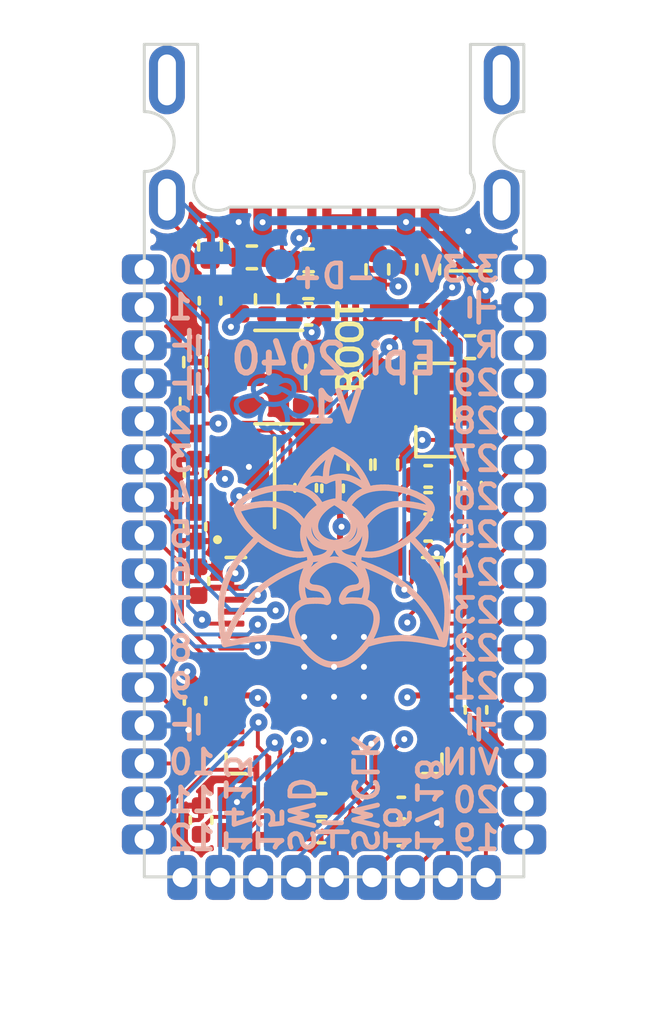
<source format=kicad_pcb>
(kicad_pcb (version 20221018) (generator pcbnew)
  (title_block (title "Anna2040") (date "2022-11-26") (company "Rasmus L."))
  (layers (0 "F.Cu" signal) (1 "In1.Cu" signal) (2 "In2.Cu" signal) (31 "B.Cu" signal) (34 "B.Paste" user) (35 "F.Paste" user) (36 "B.SilkS" user "B.Silkscreen") (37 "F.SilkS" user "F.Silkscreen") (38 "B.Mask" user) (39 "F.Mask" user) (44 "Edge.Cuts" user))
  (net 0 "")
  (net 1 "+1V1")
  (net 2 "+3.3V")
  (net 3 "RST")
  (net 4 "VBUS")
  (net 5 "GND")
  (net 6 "Net-(U1-XIN)")
  (net 7 "GPIO26")
  (net 8 "GPIO27")
  (net 9 "GPIO28")
  (net 10 "GPIO15")
  (net 11 "GPIO14")
  (net 12 "GPIO16")
  (net 13 "GPIO00")
  (net 14 "GPIO01")
  (net 15 "GPIO02")
  (net 16 "GPIO03")
  (net 17 "GPIO04")
  (net 18 "GPIO05")
  (net 19 "GPIO06")
  (net 20 "GPIO07")
  (net 21 "GPIO08")
  (net 22 "GPIO09")
  (net 23 "GPIO10")
  (net 24 "GPIO11")
  (net 25 "GPIO12")
  (net 26 "GPIO13")
  (net 27 "AREF")
  (net 28 "Net-(U5-ON{slash}~{OFF})")
  (net 29 "Net-(J7-SHIELD)")
  (net 30 "Net-(D1-A)")
  (net 31 "Net-(D2-K)")
  (net 32 "GPIO17")
  (net 33 "GPIO18")
  (net 34 "GPIO19")
  (net 35 "Net-(F1-Pad1)")
  (net 36 "DP")
  (net 37 "Net-(J7-CC1)")
  (net 38 "Net-(J7-CC2)")
  (net 39 "Net-(U1-XOUT)")
  (net 40 "GPIO20")
  (net 41 "GPIO21")
  (net 42 "GPIO22")
  (net 43 "GPIO23")
  (net 44 "GPIO24")
  (net 45 "GPIO25")
  (net 46 "SWCLK")
  (net 47 "SWD")
  (net 48 "Net-(C2-Pad2)")
  (net 49 "Net-(R4-Pad1)")
  (net 50 "QSPI_SS")
  (net 52 "D+")
  (net 53 "D-")
  (net 54 "QSPI_SD3")
  (net 55 "QSPI_SCLK")
  (net 56 "QSPI_SD0")
  (net 57 "QSPI_SD2")
  (net 58 "QSPI_SD1")
  (net 59 "GPIO29")
  (net 60 "DN")
  (footprint "Resistor_SMD:R_0402_1005Metric" (layer "F.Cu") (at 203.845 88.675 90)
    (fp_text reference "R16" hide)
    (fp_text value "5,1kΩ")
  )
  (footprint "Capacitor_SMD:C_0402_1005Metric" (layer "F.Cu") (at 203.845 95.594757 180)
    (fp_text reference "C6" hide)
    (fp_text value "2,2µf")
  )
  (footprint "Capacitor_SMD:C_0402_1005Metric" (layer "F.Cu") (at 196.245 107.075 -90)
    (fp_text reference "C1" hide)
    (fp_text value "20pf")
  )
  (footprint "DIY:USB-C MC-314C-4P16_V2 (2023_01_13 17_48_46 UTC)" (layer "F.Cu") (at 200.70331 83.095 180)
    (fp_text reference "J7" hide)
    (fp_text value "USB_C_Receptacle_USB2.0" hide)
    (fp_line (start -4.555036 -2.372144) (end -4.555036 1.9365) (stroke (width 0.1)) (layer "Edge.Cuts"))
    (fp_line (start 3.5 -3.5) (end -3.5 -3.5) (stroke (width 0.1)) (layer "Edge.Cuts"))
    (fp_line (start 4.571655 1.939753) (end 4.571655 -2.368891) (stroke (width 0.1)) (layer "Edge.Cuts"))
    (fp_arc (start -4.555035 -2.372144) (mid -4.474284 -3.353992) (end -3.5 -3.5) (stroke (width 0.1)) (layer "Edge.Cuts"))
    (fp_arc (start 3.5 -3.5) (mid 4.486886 -3.361795) (end 4.571655 -2.368891) (stroke (width 0.1)) (layer "Edge.Cuts"))
  )
  (footprint "Resistor_SMD:R_0402_1005Metric" (layer "F.Cu") (at 196.545 87.875 90)
    (fp_text reference "R3" hide)
    (fp_text value "10kΩ")
  )
  (footprint "Capacitor_SMD:C_0402_1005Metric" (layer "F.Cu") (at 199.845 90.175 180)
    (fp_text reference "C20" hide)
    (fp_text value "2,2µf+")
  )
  (footprint "Resistor_SMD:R_0402_1005Metric" (layer "F.Cu") (at 197.945 88.275)
    (fp_text reference "C16" hide)
    (fp_text value "100nF")
  )
  (footprint "LED_SMD:LED_0402_1005Metric" (layer "F.Cu") (at 196.045 93.675 -90)
    (fp_text reference "D2" hide)
    (fp_text value "LED_GREEN")
  )
  (footprint "Connector_PinHeader_1.27mm:PinHeader_1x16_P1.27mm_Vertical" (layer "F.Cu") (at 207.045 88.675)
    (fp_text reference "J4" hide)
    (fp_text value "Conn_01x16")
  )
  (footprint "Resistor_SMD:R_0402_1005Metric" (layer "F.Cu") (at 202.445 95.194757 -90)
    (fp_text reference "R14" hide)
    (fp_text value "27Ω")
  )
  (footprint "Diode_SMD:D_SOD-323" (layer "F.Cu") (at 205.245 89.225 -90)
    (fp_text reference "D1" hide)
    (fp_text value "D_Small")
  )
  (footprint "Capacitor_SMD:C_0402_1005Metric" (layer "F.Cu") (at 196.545 89.725 -90)
    (fp_text reference "C3" hide)
    (fp_text value "1µf+")
  )
  (footprint "Resistor_SMD:R_0402_1005Metric" (layer "F.Cu") (at 199.835 89.275 180)
    (fp_text reference "RV1" hide)
    (fp_text value "Varistor")
  )
  (footprint "Capacitor_SMD:C_0402_1005Metric" (layer "F.Cu") (at 205.445 103.394757 -90)
    (fp_text reference "C12" hide)
    (fp_text value "100nf")
  )
  (footprint "Capacitor_SMD:C_0402_1005Metric" (layer "F.Cu") (at 196.145 99.095 90)
    (fp_text reference "C11" hide)
    (fp_text value "100nf")
  )
  (footprint "Capacitor_SMD:C_0402_1005Metric" (layer "F.Cu") (at 203.845 96.494757)
    (fp_text reference "C14" hide)
    (fp_text value "2,2µf")
  )
  (footprint "Capacitor_SMD:C_0402_1005Metric" (layer "F.Cu") (at 196.045 95.495 90)
    (fp_text reference "C13" hide)
    (fp_text value "100nf")
  )
  (footprint "Fuse:Fuse_0402_1005Metric" (layer "F.Cu") (at 197.545 89.675 -90)
    (fp_text reference "F1" hide)
    (fp_text value "500mA")
  )
  (footprint "Crystal:Crystal_SMD_2520-4Pin_2.5x2.0mm" (layer "F.Cu") (at 198.045 106.975)
    (fp_text reference "Y1" hide)
    (fp_text value "Crystal_GND24_Small")
  )
  (footprint "Capacitor_SMD:C_0402_1005Metric" (layer "F.Cu") (at 202.945 106.675 180)
    (fp_text reference "C4" hide)
    (fp_text value "100nf")
  )
  (footprint "DIY:R-668048" (layer "F.Cu") (at 203.045 90.075 -90)
    (fp_text reference "SW1" hide)
    (fp_text value "SW_Push")
  )
  (footprint "Capacitor_SMD:C_0402_1005Metric" (layer "F.Cu") (at 200.27 107.475 180)
    (fp_text reference "C2" hide)
    (fp_text value "20pf")
  )
  (footprint "Resistor_SMD:R_0402_1005Metric" (layer "F.Cu") (at 200.27 106.575)
    (fp_text reference "R1" hide)
    (fp_text value "1kΩ")
  )
  (footprint "Connector_PinHeader_1.27mm:PinHeader_1x16_P1.27mm_Vertical" (layer "F.Cu") (at 194.345 88.675)
    (fp_text reference "J1" hide)
    (fp_text value "Conn_01x16")
  )
  (footprint "Resistor_SMD:R_0402_1005Metric" (layer "F.Cu") (at 198.445 89.675 -90)
    (fp_text reference "FB1" hide)
    (fp_text value "FerriteBead_Small")
  )
  (footprint "Resistor_SMD:R_0402_1005Metric" (layer "F.Cu") (at 205.245 91.275)
    (fp_text reference "R2" hide)
    (fp_text value "Var_Small")
  )
  (footprint "Resistor_SMD:R_0402_1005Metric" (layer "F.Cu") (at 202.145 88.675 90)
    (fp_text reference "RV2" hide)
    (fp_text value "Varistor")
  )
  (footprint "Resistor_SMD:R_0402_1005Metric" (layer "F.Cu") (at 199.845 88.375)
    (fp_text reference "R15" hide)
    (fp_text value "5,1kΩ")
  )
  (footprint "Connector_PinHeader_1.27mm:PinHeader_1x09_P1.27mm_Vertical" (layer "F.Cu") (at 205.775 108.995 -90)
    (fp_text reference "J3" hide)
    (fp_text value "Conn_01x09")
  )
  (footprint "Package_TO_SOT_SMD:SOT-23-5" (layer "F.Cu") (at 198.845 92.275)
    (fp_text reference "U5" hide)
    (fp_text value "LP2985-3.3")
  )
  (footprint "Capacitor_SMD:C_0402_1005Metric" (layer "F.Cu") (at 203.845 97.394757 180)
    (fp_text reference "C8" hide)
    (fp_text value "100nf")
  )
  (footprint "Package_DFN_QFN:QFN-56-1EP_7x7mm_P0.4mm_EP3.2x3.2mm" (layer "F.Cu") (at 200.695 101.9125)
    (fp_text reference "U1" hide)
    (fp_text value "RP2040")
  )
  (footprint "Capacitor_SMD:C_0402_1005Metric" (layer "F.Cu") (at 196.045 103.094757 90)
    (fp_text reference "C10" hide)
    (fp_text value "100nf")
  )
  (footprint "DIY:SOT-23_bättre (2022_12_20 17_46_41 UTC)" (layer "F.Cu") (at 204.0825 93.375 180)
    (fp_text reference "U3" hide)
    (fp_text value "LM4040DBZ-3")
  )
  (footprint "Capacitor_SMD:C_0402_1005Metric" (layer "F.Cu") (at 196.045 97.275 -90)
    (fp_text reference "C15" hide)
    (fp_text value "2,2µf")
  )
  (footprint "Capacitor_SMD:C_0402_1005Metric" (layer "F.Cu") (at 202.945 107.575)
    (fp_text reference "C9" hide)
    (fp_text value "100nf")
  )
  (footprint "Resistor_SMD:R_0402_1005Metric" (layer "F.Cu") (at 196.045 91.775 90)
    (fp_text reference "R10" hide)
    (fp_text value "470Ω")
  )
  (footprint "Resistor_SMD:R_0402_1005Metric" (layer "F.Cu") (at 201.545 95.204756 90)
    (fp_text reference "R13" hide)
    (fp_text value "27Ω")
  )
  (footprint "Capacitor_SMD:C_0402_1005Metric" (layer "F.Cu") (at 200.645 95.994757 -90)
    (fp_text reference "C7" hide)
    (fp_text value "100nf")
  )
  (footprint "Resistor_SMD:R_0402_1005Metric" (layer "F.Cu") (at 203.845 90.575 90)
    (fp_text reference "R4" hide)
    (fp_text value "1kΩ")
  )
  (footprint "Resistor_SMD:R_0402_1005Metric" (layer "F.Cu") (at 205.245 95.95 90)
    (fp_text reference "R5" hide)
    (fp_text value "1kΩ")
  )
  (footprint "Package_SON:SON-8-1EP_3x2mm_P0.5mm_EP1.4x1.6mm" (layer "F.Cu") (at 197.595 95.807257 90)
    (fp_text reference "U2" hide)
    (fp_text value "W25Q16JVUXIQ")
  )
  (footprint "Capacitor_SMD:C_0402_1005Metric" (layer "F.Cu") (at 199.745 95.974757 -90)
    (fp_text reference "C5" hide)
    (fp_text value "100nf")
  )
  (footprint "TestPoint:TestPoint_Pad_1.0x1.0mm" (layer "B.Cu") (at 198.9 88.505 180)
    (fp_text reference "TP1" hide)
    (fp_text value "TestPoint" hide)
  )
  (footprint "TestPoint:TestPoint_Pad_1.0x1.0mm" (layer "B.Cu") (at 202.49 88.505 180)
    (fp_text reference "TP2" hide)
    (fp_text value "TestPoint")
  )
  (footprint "DIY:SolderJumper-2_P1.3mm_Bridged_RoundedPad1.0x1.5mm" (layer "B.Cu") (at 196.645 88.675 90)
    (fp_text reference "JP1" hide)
    (fp_text value "Jumper" hide)
  )
  (gr_line (start 198.652329 92.796444) (end 198.629631 92.79426) (stroke (width 0.1625)) (layer "B.Cu"))
  (gr_line (start 198.360975 92.699682) (end 198.384663 92.689467) (stroke (width 0.1625)) (layer "B.Cu"))
  (gr_line (start 198.829068 92.760346) (end 198.842734 92.7516) (stroke (width 0.1625)) (layer "B.Cu"))
  (gr_line (start 198.629631 92.79426) (end 198.608618 92.791017) (stroke (width 0.1625)) (layer "B.Cu"))
  (gr_line (start 199.245225 92.844418) (end 199.200483 92.814428) (stroke (width 0.1625)) (layer "B.Cu"))
  (gr_line (start 198.430303 92.370852) (end 198.424339 92.38176) (stroke (width 0.1625)) (layer "B.Cu"))
  (gr_line (start 198.268544 93.07344) (end 198.291328 93.087169) (stroke (width 0.1625)) (layer "B.Cu"))
  (gr_line (start 198.646701 92.625028) (end 198.676595 92.622406) (stroke (width 0.1625)) (layer "B.Cu"))
  (gr_line (start 199.832865 93.024424) (end 199.85328 93.039633) (stroke (width 0.1625)) (layer "B.Cu"))
  (gr_line (start 198.490215 92.653096) (end 198.520985 92.645569) (stroke (width 0.1625)) (layer "B.Cu"))
  (gr_line (start 198.010983 92.555511) (end 198.003342 92.577327) (stroke (width 0.1625)) (layer "B.Cu"))
  (gr_line (start 198.262686 92.383698) (end 198.238647 92.386338) (stroke (width 0.1625)) (layer "B.Cu"))
  (gr_line (start 198.325104 93.95335) (end 198.347406 93.96777) (stroke (width 0.1625)) (layer "B.Cu"))
  (gr_line (start 199.130052 93.772203) (end 199.122669 93.806574) (stroke (width 0.1625)) (layer "B.Cu"))
  (gr_line (start 198.018213 92.785276) (end 198.031005 92.814775) (stroke (width 0.1625)) (layer "B.Cu"))
  (gr_line (start 197.437246 93.276997) (end 197.448346 93.305965) (stroke (width 0.1625)) (layer "B.Cu"))
  (gr_line (start 198.554453 92.775347) (end 198.538944 92.768275) (stroke (width 0.1625)) (layer "B.Cu"))
  (gr_line (start 197.423155 93.174357) (end 197.422311 93.19811) (stroke (width 0.1625)) (layer "B.Cu"))
  (gr_line (start 197.995369 92.701006) (end 198.000491 92.728347) (stroke (width 0.1625)) (layer "B.Cu"))
  (gr_line (start 197.483054 93.055773) (end 197.466993 93.072883) (stroke (width 0.1625)) (layer "B.Cu"))
  (gr_line (start 198.101299 92.926044) (end 198.120424 92.948922) (stroke (width 0.1625)) (layer "B.Cu"))
  (gr_line (start 198.476913 93.995952) (end 198.505177 93.992703) (stroke (width 0.1625)) (layer "B.Cu"))
  (gr_line (start 198.501696 92.289242) (end 198.493704 92.295365) (stroke (width 0.1625)) (layer "B.Cu"))
  (gr_line (start 199.810408 93.010105) (end 199.832865 93.024424) (stroke (width 0.1625)) (layer "B.Cu"))
  (gr_line (start 197.991237 93.532927) (end 198.02285 93.516293) (stroke (width 0.1625)) (layer "B.Cu"))
  (gr_line (start 198.765042 92.513332) (end 198.782203 92.498316) (stroke (width 0.1625)) (layer "B.Cu"))
  (gr_line (start 198.120424 92.948922) (end 198.140126 92.970356) (stroke (width 0.1625)) (layer "B.Cu"))
  (gr_line (start 198.463978 92.709242) (end 198.453346 92.697009) (stroke (width 0.1625)) (layer "B.Cu"))
  (gr_line (start 197.99382 92.624013) (end 197.99213 92.648794) (stroke (width 0.1625)) (layer "B.Cu"))
  (gr_line (start 199.887626 93.072883) (end 199.901376 93.091003) (stroke (width 0.1625)) (layer "B.Cu"))
  (gr_line (start 198.982229 93.979281) (end 198.957163 93.98787) (stroke (width 0.1625)) (layer "B.Cu"))
  (gr_line (start 199.040486 92.721805) (end 199.017108 92.71047) (stroke (width 0.1625)) (layer "B.Cu"))
  (gr_line (start 198.218136 93.695102) (end 198.219567 93.735042) (stroke (width 0.1625)) (layer "B.Cu"))
  (gr_line (start 198.993579 92.699682) (end 198.969893 92.689467) (stroke (width 0.1625)) (layer "B.Cu"))
  (gr_line (start 198.732358 92.546098) (end 198.748391 92.529261) (stroke (width 0.1625)) (layer "B.Cu"))
  (gr_line (start 197.992614 92.674473) (end 197.995369 92.701006) (stroke (width 0.1625)) (layer "B.Cu"))
  (gr_line (start 198.361358 93.124153) (end 198.385147 93.135367) (stroke (width 0.1625)) (layer "B.Cu"))
  (gr_line (start 198.931018 93.993521) (end 198.903972 93.99622) (stroke (width 0.1625)) (layer "B.Cu"))
  (gr_line (start 197.453242 93.091003) (end 197.441893 93.11017) (stroke (width 0.1625)) (layer "B.Cu"))
  (gr_line (start 198.337445 92.71047) (end 198.360975 92.699682) (stroke (width 0.1625)) (layer "B.Cu"))
  (gr_line (start 198.290831 92.733664) (end 198.314066 92.721805) (stroke (width 0.1625)) (layer "B.Cu"))
  (gr_line (start 198.957163 93.98787) (end 198.931018 93.993521) (stroke (width 0.1625)) (layer "B.Cu"))
  (gr_line (start 198.561792 92.256842) (end 198.543953 92.264371) (stroke (width 0.1625)) (layer "B.Cu"))
  (gr_line (start 199.530477 93.576274) (end 199.496021 93.57382) (stroke (width 0.1625)) (layer "B.Cu"))
  (gr_line (start 198.914386 93.154755) (end 198.882848 93.162697) (stroke (width 0.1625)) (layer "B.Cu"))
  (gr_line (start 199.028419 93.95335) (end 199.006041 93.96777) (stroke (width 0.1625)) (layer "B.Cu"))
  (gr_line (start 198.02285 93.516293) (end 198.053743 93.497639) (stroke (width 0.1625)) (layer "B.Cu"))
  (gr_line (start 198.219908 93.652401) (end 198.218136 93.695102) (stroke (width 0.1625)) (layer "B.Cu"))
  (gr_line (start 199.046883 93.338989) (end 199.071551 93.397961) (stroke (width 0.1625)) (layer "B.Cu"))
  (gr_line (start 199.32356 92.814775) (end 199.308019 92.844902) (stroke (width 0.1625)) (layer "B.Cu"))
  (gr_line (start 199.063721 92.733664) (end 199.040486 92.721805) (stroke (width 0.1625)) (layer "B.Cu"))
  (gr_line (start 198.053743 93.497639) (end 198.083866 93.477237) (stroke (width 0.1625)) (layer "B.Cu"))
  (gr_line (start 199.134583 93.735042) (end 199.130052 93.772203) (stroke (width 0.1625)) (layer "B.Cu"))
  (gr_line (start 197.926055 93.559045) (end 197.958955 93.547268) (stroke (width 0.1625)) (layer "B.Cu"))
  (gr_line (start 198.262557 93.454258) (end 198.246207 93.507865) (stroke (width 0.1625)) (layer "B.Cu"))
  (gr_line (start 198.154074 92.814428) (end 198.1992 92.785841) (stroke (width 0.1625)) (layer "B.Cu"))
  (gr_line (start 199.334145 92.534773) (end 199.343579 92.555511) (stroke (width 0.1625)) (layer "B.Cu"))
  (gr_line (start 199.359194 92.701006) (end 199.354074 92.728347) (stroke (width 0.1625)) (layer "B.Cu"))
  (gr_line (start 198.83315 92.645569) (end 198.801429 92.638974) (stroke (width 0.1625)) (layer "B.Cu"))
  (gr_line (start 198.219567 93.735042) (end 198.224024 93.772203) (stroke (width 0.1625)) (layer "B.Cu"))
  (gr_line (start 198.23133 93.806574) (end 198.241309 93.838137) (stroke (width 0.1625)) (layer "B.Cu"))
  (gr_line (start 198.008073 92.756452) (end 198.018213 92.785276) (stroke (width 0.1625)) (layer "B.Cu"))
  (gr_line (start 198.253783 93.86688) (end 198.268577 93.892787) (stroke (width 0.1625)) (layer "B.Cu"))
  (gr_line (start 199.360743 92.624013) (end 199.362434 92.648794) (stroke (width 0.1625)) (layer "B.Cu"))
  (gr_line (start 198.202354 93.026851) (end 198.224023 93.043367) (stroke (width 0.1625)) (layer "B.Cu"))
  (gr_line (start 198.676165 92.233246) (end 198.65652 92.235169) (stroke (width 0.1625)) (layer "B.Cu"))
  (gr_line (start 198.436501 92.360484) (end 198.430303 92.370852) (stroke (width 0.1625)) (layer "B.Cu"))
  (gr_line (start 199.017414 92.386194) (end 199.042529 92.383581) (stroke (width 0.1625)) (layer "B.Cu"))
  (gr_line (start 198.717055 92.563837) (end 198.732358 92.546098) (stroke (width 0.1625)) (layer "B.Cu"))
  (gr_line (start 198.571554 92.498316) (end 198.554121 92.48422) (stroke (width 0.1625)) (layer "B.Cu"))
  (gr_poly (pts (xy 198.855417 92.376191) (xy 198.85541 92.376334) (xy 198.855398 92.376474) (xy 198.855381 92.376611) (xy 198.855359 92.376746) (xy 198.855332 92.376878) (xy 198.8553 92.377008) (xy 198.855264 92.377135) (xy 198.855222 92.377261) (xy 198.855175 92.377385) (xy 198.855123 92.377507) (xy 198.855065 92.377627) (xy 198.855003 92.377746) (xy 198.854935 92.377864) (xy 198.854861 92.37798) (xy 198.854783 92.378095) (xy 198.854698 92.37821) (xy 198.854608 92.378324) (xy 198.854512 92.378437) (xy 198.854304 92.378662) (xy 198.854072 92.378886) (xy 198.853816 92.37911) (xy 198.843046 92.384838) (xy 198.832397 92.39081) (xy 198.821873 92.397014) (xy 198.811476 92.40344) (xy 198.801211 92.410077) (xy 198.79108 92.416915) (xy 198.781086 92.423942) (xy 198.771233 92.431147) (xy 198.76543 92.435448) (xy 198.759697 92.439835) (xy 198.748435 92.448856) (xy 198.737434 92.458184) (xy 198.726677 92.467796) (xy 198.716149 92.477665) (xy 198.705836 92.487768) (xy 198.695723 92.498079) (xy 198.685794 92.508574) (xy 198.685469 92.508846) (xy 198.685149 92.509145) (xy 198.684831 92.509468) (xy 198.684517 92.509813) (xy 198.683894 92.510553) (xy 198.683275 92.511342) (xy 198.68203 92.512972) (xy 198.681393 92.513765) (xy 198.680741 92.514511) (xy 198.680408 92.51486) (xy 198.680068 92.515187) (xy 198.679723 92.515492) (xy 198.67937 92.51577) (xy 198.67901 92.516018) (xy 198.678641 92.516234) (xy 198.678264 92.516415) (xy 198.677877 92.516557) (xy 198.67748 92.516658) (xy 198.677072 92.516715) (xy 198.676653 92.516724) (xy 198.676222 92.516683) (xy 198.675779 92.516589) (xy 198.675322 92.516438) (xy 198.674852 92.516229) (xy 198.674367 92.515957) (xy 198.665458 92.506059) (xy 198.656342 92.496359) (xy 198.647023 92.486859) (xy 198.637503 92.477564) (xy 198.627788 92.46848) (xy 198.61788 92.45961) (xy 198.607784 92.450959) (xy 198.597504 92.442531) (xy 198.587042 92.434331) (xy 198.576404 92.426363) (xy 198.565593 92.418632) (xy 198.554613 92.411142) (xy 198.543468 92.403897) (xy 198.53216 92.396902) (xy 198.520696 92.390161) (xy 198.509077 92.383679) (xy 198.508767 92.383428) (xy 198.508434 92.383187) (xy 198.508081 92.382955) (xy 198.507709 92.382731) (xy 198.50692 92.382302) (xy 198.506085 92.381891) (xy 198.504357 92.381084) (xy 198.5035 92.380669) (xy 198.502674 92.380233) (xy 198.502279 92.380005) (xy 198.501898 92.379767) (xy 198.501534 92.37952) (xy 198.501189 92.379262) (xy 198.500866 92.378991) (xy 198.500568 92.378707) (xy 198.500295 92.378408) (xy 198.500052 92.378093) (xy 198.49984 92.377761) (xy 198.499661 92.377411) (xy 198.499518 92.377041) (xy 198.499414 92.376651) (xy 198.49935 92.376239) (xy 198.499329 92.375804) (xy 198.499353 92.375344) (xy 198.499425 92.37486) (xy 198.500237 92.373649) (xy 198.501084 92.372457) (xy 198.501963 92.371282) (xy 198.50287 92.370124) (xy 198.503802 92.36898) (xy 198.504757 92.367849) (xy 198.506719 92.365621) (xy 198.508731 92.363428) (xy 198.510768 92.361259) (xy 198.514813 92.356944) (xy 198.520435 92.351367) (xy 198.526297 92.346086) (xy 198.532385 92.341097) (xy 198.538683 92.336394) (xy 198.545179 92.331973) (xy 198.551855 92.327829) (xy 198.558699 92.323956) (xy 198.565694 92.320351) (xy 198.572827 92.317008) (xy 198.580082 92.313921) (xy 198.587446 92.311087) (xy 198.594902 92.308501) (xy 198.602437 92.306157) (xy 198.610036 92.30405) (xy 198.617683 92.302176) (xy 198.625365 92.30053) (xy 198.643055 92.297299) (xy 198.651959 92.295836) (xy 198.660893 92.294634) (xy 198.665368 92.294168) (xy 198.669846 92.293812) (xy 198.674328 92.293582) (xy 198.678813 92.293492) (xy 198.683298 92.293557) (xy 198.687782 92.293793) (xy 198.692266 92.294214) (xy 198.696748 92.294835) (xy 198.704999 92.295823) (xy 198.713254 92.296991) (xy 198.721497 92.298353) (xy 198.729713 92.299921) (xy 198.737889 92.301707) (xy 198.746008 92.303724) (xy 198.754056 92.305984) (xy 198.762019 92.3085) (xy 198.76988 92.311285) (xy 198.777625 92.31435) (xy 198.78524 92.317708) (xy 198.792709 92.321372) (xy 198.800017 92.325355) (xy 198.80715 92.329668) (xy 198.814092 92.334324) (xy 198.820829 92.339336) (xy 198.830143 92.347545) (xy 198.834745 92.351742) (xy 198.839246 92.356044) (xy 198.841445 92.358244) (xy 198.843601 92.360482) (xy 198.845709 92.362762) (xy 198.847762 92.365088) (xy 198.849755 92.367463) (xy 198.851682 92.369893) (xy 198.853537 92.37238) (xy 198.855314 92.374929) (xy 198.855366 92.375267) (xy 198.855401 92.375589) (xy 198.855418 92.375897)) (stroke (width 0.162499)) (fill solid) (layer "B.Cu"))
  (gr_line (start 199.016776 93.11244) (end 198.993186 93.124153) (stroke (width 0.1625)) (layer "B.Cu"))
  (gr_line (start 199.671976 93.546858) (end 199.636151 93.56064) (stroke (width 0.1625)) (layer "B.Cu"))
  (gr_line (start 199.120641 93.558767) (end 199.129291 93.606951) (stroke (width 0.1625)) (layer "B.Cu"))
  (gr_line (start 199.323015 92.515159) (end 199.334145 92.534773) (stroke (width 0.1625)) (layer "B.Cu"))
  (gr_line (start 198.966775 92.396988) (end 198.99213 92.390648) (stroke (width 0.1625)) (layer "B.Cu"))
  (gr_line (start 199.006041 93.96777) (end 198.982229 93.979281) (stroke (width 0.1625)) (layer "B.Cu"))
  (gr_line (start 197.754026 93.569956) (end 197.789268 93.575076) (stroke (width 0.1625)) (layer "B.Cu"))
  (gr_line (start 198.460587 92.661532) (end 198.490215 92.653096) (stroke (width 0.1625)) (layer "B.Cu"))
  (gr_line (start 199.496021 93.57382) (end 199.462034 93.567986) (stroke (width 0.1625)) (layer "B.Cu"))
  (gr_line (start 198.732717 93.949606) (end 198.704333 93.931233) (stroke (width 0.1625)) (layer "B.Cu"))
  (gr_line (start 199.35122 92.577327) (end 199.356974 92.600176) (stroke (width 0.1625)) (layer "B.Cu"))
  (gr_line (start 199.086818 92.746022) (end 199.063721 92.733664) (stroke (width 0.1625)) (layer "B.Cu"))
  (gr_line (start 198.810279 92.26341) (end 198.827731 92.272359) (stroke (width 0.1625)) (layer "B.Cu"))
  (gr_line (start 199.901376 93.091003) (end 199.912725 93.11017) (stroke (width 0.1625)) (layer "B.Cu"))
  (gr_line (start 198.337769 93.11244) (end 198.361358 93.124153) (stroke (width 0.1625)) (layer "B.Cu"))
  (gr_line (start 199.343579 92.555511) (end 199.35122 92.577327) (stroke (width 0.1625)) (layer "B.Cu"))
  (gr_line (start 198.59151 93.964925) (end 198.620213 93.949606) (stroke (width 0.1625)) (layer "B.Cu"))
  (gr_line (start 198.676594 92.622406) (end 198.66415 92.601997) (stroke (width 0.1625)) (layer "B.Cu"))
  (gr_line (start 199.395663 93.547268) (end 199.363382 93.532927) (stroke (width 0.1625)) (layer "B.Cu"))
  (gr_line (start 199.925351 93.249391) (end 199.917372 93.276997) (stroke (width 0.1625)) (layer "B.Cu"))
  (gr_line (start 198.474936 92.720857) (end 198.463978 92.709242) (stroke (width 0.1625)) (layer "B.Cu"))
  (gr_line (start 199.373565 92.887231) (end 199.45433 92.900214) (stroke (width 0.1625)) (layer "B.Cu"))
  (gr_line (start 199.927859 93.151808) (end 199.931463 93.174357) (stroke (width 0.1625)) (layer "B.Cu"))
  (gr_line (start 198.533815 93.986459) (end 198.562652 93.977204) (stroke (width 0.1625)) (layer "B.Cu"))
  (gr_line (start 199.531244 92.91488) (end 199.603588 92.931541) (stroke (width 0.1625)) (layer "B.Cu"))
  (gr_line (start 198.676179 92.233246) (end 198.696231 92.234788) (stroke (width 0.1625)) (layer "B.Cu"))
  (gr_line (start 198.385147 93.135367) (end 198.409102 93.146166) (stroke (width 0.1625)) (layer "B.Cu"))
  (gr_line (start 198.336832 93.277356) (end 198.307693 93.338989) (stroke (width 0.1625)) (layer "B.Cu"))
  (gr_line (start 198.39614 93.98787) (end 198.422218 93.993521) (stroke (width 0.1625)) (layer "B.Cu"))
  (gr_line (start 198.907361 92.419282) (end 198.924642 92.411787) (stroke (width 0.1625)) (layer "B.Cu"))
  (gr_line (start 197.789268 93.575076) (end 197.824141 93.576274) (stroke (width 0.1625)) (layer "B.Cu"))
  (gr_line (start 198.464727 92.427738) (end 198.447143 92.419282) (stroke (width 0.1625)) (layer "B.Cu"))
  (gr_line (start 198.767059 93.183289) (end 198.749647 93.185071) (stroke (width 0.1625)) (layer "B.Cu"))
  (gr_line (start 198.221174 93.358505) (end 198.268948 93.308283) (stroke (width 0.1625)) (layer "B.Cu"))
  (gr_line (start 198.169113 93.408254) (end 198.221174 93.358505) (stroke (width 0.1625)) (layer "B.Cu"))
  (gr_line (start 198.79033 93.977204) (end 198.761442 93.964925) (stroke (width 0.1625)) (layer "B.Cu"))
  (gr_line (start 199.289626 92.875614) (end 199.271759 92.901637) (stroke (width 0.1625)) (layer "B.Cu"))
  (gr_line (start 198.911674 92.6842) (end 198.922052 92.670853) (stroke (width 0.1625)) (layer "B.Cu"))
  (gr_line (start 198.853742 92.447508) (end 198.871801 92.437148) (stroke (width 0.1625)) (layer "B.Cu"))
  (gr_line (start 198.478237 92.308871) (end 198.470776 92.316283) (stroke (width 0.1625)) (layer "B.Cu"))
  (gr_line (start 198.941443 92.405258) (end 198.966775 92.396988) (stroke (width 0.1625)) (layer "B.Cu"))
  (gr_line (start 197.751031 92.931541) (end 197.683978 92.950512) (stroke (width 0.1625)) (layer "B.Cu"))
  (gr_line (start 198.905033 92.341121) (end 198.911687 92.350502) (stroke (width 0.1625)) (layer "B.Cu"))
  (gr_line (start 199.356974 92.600176) (end 199.360743 92.624013) (stroke (width 0.1625)) (layer "B.Cu"))
  (gr_line (start 198.046546 92.844902) (end 198.06493 92.875614) (stroke (width 0.1625)) (layer "B.Cu"))
  (gr_line (start 198.801429 92.638974) (end 198.769444 92.633337) (stroke (width 0.1625)) (layer "B.Cu"))
  (gr_line (start 198.855589 92.742076) (end 198.867745 92.731815) (stroke (width 0.1625)) (layer "B.Cu"))
  (gr_line (start 198.408515 92.679849) (end 198.432539 92.670853) (stroke (width 0.1625)) (layer "B.Cu"))
  (gr_line (start 198.879318 92.720857) (end 198.890421 92.709242) (stroke (width 0.1625)) (layer "B.Cu"))
  (gr_line (start 198.003342 92.577327) (end 197.997589 92.600176) (stroke (width 0.1625)) (layer "B.Cu"))
  (gr_line (start 198.314066 92.721805) (end 198.337445 92.71047) (stroke (width 0.1625)) (layer "B.Cu"))
  (gr_line (start 198.562652 93.977204) (end 198.59151 93.964925) (stroke (width 0.1625)) (layer "B.Cu"))
  (gr_line (start 198.701109 92.796444) (end 198.723647 92.79426) (stroke (width 0.1625)) (layer "B.Cu"))
  (gr_line (start 199.108449 93.058868) (end 199.086003 93.07344) (stroke (width 0.1625)) (layer "B.Cu"))
  (gr_line (start 199.816942 93.441628) (end 199.780552 93.475994) (stroke (width 0.1625)) (layer "B.Cu"))
  (gr_line (start 199.214421 92.970356) (end 199.194175 92.990431) (stroke (width 0.1625)) (layer "B.Cu"))
  (gr_line (start 198.737666 92.62868) (end 198.706566 92.625028) (stroke (width 0.1625)) (layer "B.Cu"))
  (gr_line (start 198.608618 92.791017) (end 198.589167 92.786758) (stroke (width 0.1625)) (layer "B.Cu"))
  (gr_line (start 198.584193 92.633337) (end 198.615754 92.62868) (stroke (width 0.1625)) (layer "B.Cu"))
  (gr_line (start 199.336352 92.785276) (end 199.32356 92.814775) (stroke (width 0.1625)) (layer "B.Cu"))
  (gr_line (start 198.246098 93.058868) (end 198.268544 93.07344) (stroke (width 0.1625)) (layer "B.Cu"))
  (gr_line (start 199.361949 92.674473) (end 199.359194 92.701006) (stroke (width 0.1625)) (layer "B.Cu"))
  (gr_line (start 198.695804 93.188272) (end 198.677274 93.188564) (stroke (width 0.1625)) (layer "B.Cu"))
  (gr_line (start 198.903972 93.99622) (end 198.876203 93.995952) (stroke (width 0.1625)) (layer "B.Cu"))
  (gr_line (start 198.432539 92.670853) (end 198.446338 92.666083) (stroke (width 0.1625)) (layer "B.Cu"))
  (gr_line (start 198.850716 93.169847) (end 198.817878 93.176057) (stroke (width 0.1625)) (layer "B.Cu"))
  (gr_line (start 199.912725 93.11017) (end 199.921582 93.130426) (stroke (width 0.1625)) (layer "B.Cu"))
  (gr_line (start 198.908207 92.666083) (end 198.893916 92.661532) (stroke (width 0.1625)) (layer "B.Cu"))
  (gr_line (start 198.706566 92.625028) (end 198.676614 92.622406) (stroke (width 0.1625)) (layer "B.Cu"))
  (gr_line (start 198.140126 92.970356) (end 198.160371 92.990431) (stroke (width 0.1625)) (layer "B.Cu"))
  (gr_line (start 198.244768 92.758854) (end 198.267734 92.746022) (stroke (width 0.1625)) (layer "B.Cu"))
  (gr_line (start 199.300876 93.497639) (end 199.270753 93.477237) (stroke (width 0.1625)) (layer "B.Cu"))
  (gr_line (start 199.162246 92.396557) (end 199.184348 92.404047) (stroke (width 0.1625)) (layer "B.Cu"))
  (gr_line (start 197.997589 92.600176) (end 197.99382 92.624013) (stroke (width 0.1625)) (layer "B.Cu"))
  (gr_line (start 199.185505 93.408254) (end 199.133445 93.358505) (stroke (width 0.1625)) (layer "B.Cu"))
  (gr_line (start 198.798846 92.775347) (end 198.814477 92.768275) (stroke (width 0.1625)) (layer "B.Cu"))
  (gr_line (start 199.906272 93.305965) (end 199.891962 93.336334) (stroke (width 0.1625)) (layer "B.Cu"))
  (gr_line (start 199.086003 93.07344) (end 199.063219 93.087169) (stroke (width 0.1625)) (layer "B.Cu"))
  (gr_line (start 198.835643 92.45881) (end 198.853742 92.447508) (stroke (width 0.1625)) (layer "B.Cu"))
  (gr_line (start 198.486344 92.731815) (end 198.474936 92.720857) (stroke (width 0.1625)) (layer "B.Cu"))
  (gr_line (start 198.847889 93.992703) (end 198.819205 93.986459) (stroke (width 0.1625)) (layer "B.Cu"))
  (gr_line (start 197.958955 93.547268) (end 197.991237 93.532927) (stroke (width 0.1625)) (layer "B.Cu"))
  (gr_line (start 197.683978 92.950512) (end 197.622934 92.972107) (stroke (width 0.1625)) (layer "B.Cu"))
  (gr_line (start 198.744576 92.791017) (end 198.764009 92.786758) (stroke (width 0.1625)) (layer "B.Cu"))
  (gr_line (start 199.428564 93.559045) (end 199.395663 93.547268) (stroke (width 0.1625)) (layer "B.Cu"))
  (gr_line (start 197.433036 93.130426) (end 197.42676 93.151808) (stroke (width 0.1625)) (layer "B.Cu"))
  (gr_line (start 197.892585 93.567986) (end 197.926055 93.559045) (stroke (width 0.1625)) (layer "B.Cu"))
  (gr_line (start 198.598751 92.245314) (end 198.580077 92.250527) (stroke (width 0.1625)) (layer "B.Cu"))
  (gr_line (start 198.362431 92.390648) (end 198.337148 92.386194) (stroke (width 0.1625)) (layer "B.Cu"))
  (gr_line (start 197.441893 93.11017) (end 197.433036 93.130426) (stroke (width 0.1625)) (layer "B.Cu"))
  (gr_line (start 198.773822 92.249502) (end 198.792291 92.255825) (stroke (width 0.1625)) (layer "B.Cu"))
  (gr_line (start 199.063219 93.087169) (end 199.040132 93.10014) (stroke (width 0.1625)) (layer "B.Cu"))
  (gr_line (start 199.115914 92.386338) (end 199.139402 92.390639) (stroke (width 0.1625)) (layer "B.Cu"))
  (gr_line (start 199.310282 92.496711) (end 199.323015 92.515159) (stroke (width 0.1625)) (layer "B.Cu"))
  (gr_line (start 199.270753 93.477237) (end 199.24145 93.455357) (stroke (width 0.1625)) (layer "B.Cu"))
  (gr_line (start 199.091875 92.383698) (end 199.115914 92.386338) (stroke (width 0.1625)) (layer "B.Cu"))
  (gr_line (start 197.537676 93.441628) (end 197.574066 93.475994) (stroke (width 0.1625)) (layer "B.Cu"))
  (gr_line (start 198.500506 92.447508) (end 198.48255 92.437148) (stroke (width 0.1625)) (layer "B.Cu"))
  (gr_line (start 199.194175 92.990431) (end 199.173421 93.009234) (stroke (width 0.1625)) (layer "B.Cu"))
  (gr_line (start 198.617755 92.241092) (end 198.598751 92.245314) (stroke (width 0.1625)) (layer "B.Cu"))
  (gr_line (start 198.267734 92.746022) (end 198.290831 92.733664) (stroke (width 0.1625)) (layer "B.Cu"))
  (gr_line (start 198.246207 93.507865) (end 198.233766 93.558767) (stroke (width 0.1625)) (layer "B.Cu"))
  (gr_line (start 198.882848 93.162697) (end 198.850716 93.169847) (stroke (width 0.1625)) (layer "B.Cu"))
  (gr_line (start 198.442916 92.6842) (end 198.432566 92.670853) (stroke (width 0.1625)) (layer "B.Cu"))
  (gr_line (start 198.864136 92.653096) (end 198.83315 92.645569) (stroke (width 0.1625)) (layer "B.Cu"))
  (gr_line (start 198.463508 92.324152) (end 198.456439 92.332493) (stroke (width 0.1625)) (layer "B.Cu"))
  (gr_line (start 199.363382 93.532927) (end 199.331769 93.516293) (stroke (width 0.1625)) (layer "B.Cu"))
  (gr_line (start 197.981053 92.887231) (end 197.900288 92.900214) (stroke (width 0.1625)) (layer "B.Cu"))
  (gr_line (start 198.505177 93.992703) (end 198.533815 93.986459) (stroke (width 0.1625)) (layer "B.Cu"))
  (gr_line (start 198.511004 92.7516) (end 198.498326 92.742076) (stroke (width 0.1625)) (layer "B.Cu"))
  (gr_line (start 199.112612 93.838137) (end 199.100058 93.86688) (stroke (width 0.1625)) (layer "B.Cu"))
  (gr_line (start 197.718468 93.56064) (end 197.754026 93.569956) (stroke (width 0.1625)) (layer "B.Cu"))
  (gr_line (start 197.521753 93.024424) (end 197.501338 93.039633) (stroke (width 0.1625)) (layer "B.Cu"))
  (gr_line (start 198.307693 93.338989) (end 198.282993 93.397961) (stroke (width 0.1625)) (layer "B.Cu"))
  (gr_line (start 198.620213 93.949606) (end 198.648583 93.931233) (stroke (width 0.1625)) (layer "B.Cu"))
  (gr_line (start 199.085184 93.892787) (end 199.068168 93.915844) (stroke (width 0.1625)) (layer "B.Cu"))
  (gr_line (start 199.891962 93.336334) (end 199.87435 93.368145) (stroke (width 0.1625)) (layer "B.Cu"))
  (gr_line (start 198.312032 92.383581) (end 198.28718 92.382764) (stroke (width 0.1625)) (layer "B.Cu"))
  (gr_line (start 198.06492 92.875614) (end 198.082787 92.901637) (stroke (width 0.1625)) (layer "B.Cu"))
  (gr_line (start 199.354074 92.728347) (end 199.346491 92.756452) (stroke (width 0.1625)) (layer "B.Cu"))
  (gr_line (start 198.268948 93.308283) (end 198.409138 93.146166) (stroke (width 0.1625)) (layer "B.Cu"))
  (gr_line (start 199.289667 92.875614) (end 199.373565 92.887231) (stroke (width 0.1625)) (layer "B.Cu"))
  (gr_line (start 198.128615 92.423562) (end 198.109309 92.435497) (stroke (width 0.1625)) (layer "B.Cu"))
  (gr_line (start 199.565351 93.575076) (end 199.530477 93.576274) (stroke (width 0.1625)) (layer "B.Cu"))
  (gr_line (start 198.446338 92.666083) (end 198.460587 92.661532) (stroke (width 0.1625)) (layer "B.Cu"))
  (gr_line (start 198.160371 92.990431) (end 198.181126 93.009234) (stroke (width 0.1625)) (layer "B.Cu"))
  (gr_line (start 198.1992 92.785841) (end 198.244768 92.758854) (stroke (width 0.1625)) (layer "B.Cu"))
  (gr_line (start 198.413119 92.405258) (end 198.387787 92.396988) (stroke (width 0.1625)) (layer "B.Cu"))
  (gr_line (start 198.471696 93.162697) (end 198.503829 93.169847) (stroke (width 0.1625)) (layer "B.Cu"))
  (gr_line (start 198.676847 92.797532) (end 198.701109 92.796444) (stroke (width 0.1625)) (layer "B.Cu"))
  (gr_line (start 199.263434 92.448825) (end 199.280396 92.4635) (stroke (width 0.1625)) (layer "B.Cu"))
  (gr_line (start 198.233766 93.558767) (end 198.225059 93.606951) (stroke (width 0.1625)) (layer "B.Cu"))
  (gr_line (start 199.932307 93.19811) (end 199.9303 93.223109) (stroke (width 0.1625)) (layer "B.Cu"))
  (gr_line (start 198.347406 93.96777) (end 198.371144 93.979281) (stroke (width 0.1625)) (layer "B.Cu"))
  (gr_line (start 198.99213 92.390648) (end 199.017414 92.386194) (stroke (width 0.1625)) (layer "B.Cu"))
  (gr_line (start 198.442929 92.350645) (end 198.436501 92.360484) (stroke (width 0.1625)) (layer "B.Cu"))
  (gr_line (start 198.282993 93.397961) (end 198.262557 93.454258) (stroke (width 0.1625)) (layer "B.Cu"))
  (gr_line (start 198.871801 92.437148) (end 198.889711 92.427738) (stroke (width 0.1625)) (layer "B.Cu"))
  (gr_line (start 198.082787 92.901637) (end 198.101299 92.926044) (stroke (width 0.1625)) (layer "B.Cu"))
  (gr_line (start 198.73566 92.240232) (end 198.754926 92.244338) (stroke (width 0.1625)) (layer "B.Cu"))
  (gr_line (start 198.784225 93.181181) (end 198.767059 93.183289) (stroke (width 0.1625)) (layer "B.Cu"))
  (gr_line (start 198.604898 93.185071) (end 198.622569 93.186507) (stroke (width 0.1625)) (layer "B.Cu"))
  (gr_line (start 198.314414 93.10014) (end 198.337769 93.11244) (stroke (width 0.1625)) (layer "B.Cu"))
  (gr_line (start 198.969893 92.689467) (end 198.946042 92.679849) (stroke (width 0.1625)) (layer "B.Cu"))
  (gr_line (start 199.87435 93.368145) (end 199.853348 93.401436) (stroke (width 0.1625)) (layer "B.Cu"))
  (gr_line (start 197.574066 93.475994) (end 197.610391 93.504807) (stroke (width 0.1625)) (layer "B.Cu"))
  (gr_line (start 198.637031 92.237747) (end 198.617755 92.241092) (stroke (width 0.1625)) (layer "B.Cu"))
  (gr_line (start 199.071551 93.397961) (end 199.091949 93.454258) (stroke (width 0.1625)) (layer "B.Cu"))
  (gr_line (start 199.040132 93.10014) (end 199.016776 93.11244) (stroke (width 0.1625)) (layer "B.Cu"))
  (gr_line (start 198.817613 92.471049) (end 198.835643 92.45881) (stroke (width 0.1625)) (layer "B.Cu"))
  (gr_line (start 198.241309 93.838137) (end 198.253783 93.86688) (stroke (width 0.1625)) (layer "B.Cu"))
  (gr_line (start 198.842734 92.7516) (end 198.855589 92.742076) (stroke (width 0.1625)) (layer "B.Cu"))
  (gr_line (start 198.65652 92.235169) (end 198.637031 92.237747) (stroke (width 0.1625)) (layer "B.Cu"))
  (gr_line (start 199.108253 93.507865) (end 199.120641 93.558767) (stroke (width 0.1625)) (layer "B.Cu"))
  (gr_line (start 198.868657 92.301365) (end 198.876323 92.308405) (stroke (width 0.1625)) (layer "B.Cu"))
  (gr_line (start 197.462657 93.336334) (end 197.480268 93.368145) (stroke (width 0.1625)) (layer "B.Cu"))
  (gr_line (start 198.543953 92.264371) (end 198.52662 92.273227) (stroke (width 0.1625)) (layer "B.Cu"))
  (gr_line (start 199.129291 93.606951) (end 199.13438 93.652401) (stroke (width 0.1625)) (layer "B.Cu"))
  (gr_line (start 198.814477 92.768275) (end 198.829068 92.760346) (stroke (width 0.1625)) (layer "B.Cu"))
  (gr_line (start 199.042529 92.383581) (end 199.067381 92.382764) (stroke (width 0.1625)) (layer "B.Cu"))
  (gr_line (start 198.04428 92.496711) (end 198.031548 92.515159) (stroke (width 0.1625)) (layer "B.Cu"))
  (gr_line (start 198.538944 92.768275) (end 198.524502 92.760346) (stroke (width 0.1625)) (layer "B.Cu"))
  (gr_line (start 199.139402 92.390639) (end 199.162246 92.396557) (stroke (width 0.1625)) (layer "B.Cu"))
  (gr_line (start 198.704333 93.931233) (end 198.676467 93.909792) (stroke (width 0.1625)) (layer "B.Cu"))
  (gr_line (start 198.552457 92.638974) (end 198.584193 92.633337) (stroke (width 0.1625)) (layer "B.Cu"))
  (gr_line (start 199.017108 92.71047) (end 198.993579 92.699682) (stroke (width 0.1625)) (layer "B.Cu"))
  (gr_line (start 198.170213 92.404047) (end 198.148948 92.413064) (stroke (width 0.1625)) (layer "B.Cu"))
  (gr_line (start 199.853348 93.401436) (end 199.816942 93.441628) (stroke (width 0.1625)) (layer "B.Cu"))
  (gr_line (start 199.017767 93.277356) (end 199.046883 93.338989) (stroke (width 0.1625)) (layer "B.Cu"))
  (gr_line (start 199.85328 93.039633) (end 199.871564 93.055773) (stroke (width 0.1625)) (layer "B.Cu"))
  (gr_line (start 198.716076 92.237083) (end 198.73566 92.240232) (stroke (width 0.1625)) (layer "B.Cu"))
  (gr_line (start 198.083866 93.477237) (end 198.113169 93.455357) (stroke (width 0.1625)) (layer "B.Cu"))
  (gr_line (start 198.94544 93.146166) (end 198.914386 93.154755) (stroke (width 0.1625)) (layer "B.Cu"))
  (gr_line (start 198.384663 92.689467) (end 198.408515 92.679849) (stroke (width 0.1625)) (layer "B.Cu"))
  (gr_line (start 199.289635 92.875614) (end 199.245225 92.844418) (stroke (width 0.1625)) (layer "B.Cu"))
  (gr_line (start 198.000491 92.728347) (end 198.008073 92.756452) (stroke (width 0.1625)) (layer "B.Cu"))
  (gr_line (start 198.676835 92.797532) (end 198.652329 92.796444) (stroke (width 0.1625)) (layer "B.Cu"))
  (gr_line (start 198.799763 92.48422) (end 198.817613 92.471049) (stroke (width 0.1625)) (layer "B.Cu"))
  (gr_line (start 198.946042 92.679849) (end 198.922021 92.670853) (stroke (width 0.1625)) (layer "B.Cu"))
  (gr_line (start 198.748391 92.529261) (end 198.765042 92.513332) (stroke (width 0.1625)) (layer "B.Cu"))
  (gr_line (start 197.544211 93.010105) (end 197.521753 93.024424) (stroke (width 0.1625)) (layer "B.Cu"))
  (gr_line (start 198.371144 93.979281) (end 198.39614 93.98787) (stroke (width 0.1625)) (layer "B.Cu"))
  (gr_line (start 199.271759 92.901637) (end 199.253247 92.926044) (stroke (width 0.1625)) (layer "B.Cu"))
  (gr_line (start 198.924319 92.370796) (end 198.930283 92.381735) (stroke (width 0.1625)) (layer "B.Cu"))
  (gr_line (start 198.536398 92.471049) (end 198.518491 92.45881) (stroke (width 0.1625)) (layer "B.Cu"))
  (gr_line (start 198.918118 92.36039) (end 198.924319 92.370796) (stroke (width 0.1625)) (layer "B.Cu"))
  (gr_line (start 198.782061 92.781521) (end 198.798846 92.775347) (stroke (width 0.1625)) (layer "B.Cu"))
  (gr_line (start 199.785998 92.996639) (end 199.810408 93.010105) (stroke (width 0.1625)) (layer "B.Cu"))
  (gr_line (start 198.337148 92.386194) (end 198.312032 92.383581) (stroke (width 0.1625)) (layer "B.Cu"))
  (gr_line (start 198.268577 93.892787) (end 198.285512 93.915844) (stroke (width 0.1625)) (layer "B.Cu"))
  (gr_line (start 198.689074 92.601997) (end 198.70259 92.582472) (stroke (width 0.1625)) (layer "B.Cu"))
  (gr_line (start 197.50127 93.401436) (end 197.537676 93.441628) (stroke (width 0.1625)) (layer "B.Cu"))
  (gr_line (start 199.462034 93.567986) (end 199.428564 93.559045) (stroke (width 0.1625)) (layer "B.Cu"))
  (gr_line (start 198.485881 92.301903) (end 198.478237 92.308871) (stroke (width 0.1625)) (layer "B.Cu"))
  (gr_line (start 198.554121 92.48422) (end 198.536398 92.471049) (stroke (width 0.1625)) (layer "B.Cu"))
  (gr_line (start 198.769444 92.633337) (end 198.737666 92.62868) (stroke (width 0.1625)) (layer "B.Cu"))
  (gr_line (start 199.100058 93.86688) (end 199.085184 93.892787) (stroke (width 0.1625)) (layer "B.Cu"))
  (gr_line (start 198.876323 92.308405) (end 198.883801 92.315888) (stroke (width 0.1625)) (layer "B.Cu"))
  (gr_line (start 198.493704 92.295365) (end 198.485881 92.301903) (stroke (width 0.1625)) (layer "B.Cu"))
  (gr_line (start 199.603588 92.931541) (end 199.67064 92.950512) (stroke (width 0.1625)) (layer "B.Cu"))
  (gr_line (start 198.449202 93.99622) (end 198.476913 93.995952) (stroke (width 0.1625)) (layer "B.Cu"))
  (gr_line (start 198.285512 93.915844) (end 198.304414 93.936037) (stroke (width 0.1625)) (layer "B.Cu"))
  (gr_line (start 198.074165 92.4635) (end 198.058517 92.479477) (stroke (width 0.1625)) (layer "B.Cu"))
  (gr_line (start 197.6466 93.528338) (end 197.682642 93.546858) (stroke (width 0.1625)) (layer "B.Cu"))
  (gr_line (start 199.921582 93.130426) (end 199.927859 93.151808) (stroke (width 0.1625)) (layer "B.Cu"))
  (gr_line (start 198.636277 92.563837) (end 198.62106 92.546098) (stroke (width 0.1625)) (layer "B.Cu"))
  (gr_line (start 199.45433 92.900214) (end 199.531244 92.91488) (stroke (width 0.1625)) (layer "B.Cu"))
  (gr_line (start 198.238647 92.386338) (end 198.215158 92.390639) (stroke (width 0.1625)) (layer "B.Cu"))
  (gr_line (start 198.058517 92.479477) (end 198.04428 92.496711) (stroke (width 0.1625)) (layer "B.Cu"))
  (gr_line (start 198.449577 92.341319) (end 198.442929 92.350645) (stroke (width 0.1625)) (layer "B.Cu"))
  (gr_line (start 198.731977 93.186507) (end 198.714034 93.187581) (stroke (width 0.1625)) (layer "B.Cu"))
  (gr_line (start 198.113169 93.455357) (end 198.169113 93.408254) (stroke (width 0.1625)) (layer "B.Cu"))
  (gr_line (start 198.225059 93.606951) (end 198.219908 93.652401) (stroke (width 0.1625)) (layer "B.Cu"))
  (gr_line (start 199.155355 92.785841) (end 199.109785 92.758854) (stroke (width 0.1625)) (layer "B.Cu"))
  (gr_line (start 199.068168 93.915844) (end 199.049188 93.936037) (stroke (width 0.1625)) (layer "B.Cu"))
  (gr_line (start 198.945481 93.146166) (end 198.984025 93.213077) (stroke (width 0.1625)) (layer "B.Cu"))
  (gr_line (start 198.409102 93.146166) (end 198.440157 93.154755) (stroke (width 0.1625)) (layer "B.Cu"))
  (gr_line (start 198.470776 92.316283) (end 198.463508 92.324152) (stroke (width 0.1625)) (layer "B.Cu"))
  (gr_line (start 199.08567 93.308283) (end 198.945481 93.146166) (stroke (width 0.1625)) (layer "B.Cu"))
  (gr_line (start 198.723647 92.79426) (end 198.744576 92.791017) (stroke (width 0.1625)) (layer "B.Cu"))
  (gr_line (start 198.819205 93.986459) (end 198.79033 93.977204) (stroke (width 0.1625)) (layer "B.Cu"))
  (gr_line (start 198.622569 93.186507) (end 198.640513 93.187581) (stroke (width 0.1625)) (layer "B.Cu"))
  (gr_line (start 198.817878 93.176057) (end 198.784225 93.181181) (stroke (width 0.1625)) (layer "B.Cu"))
  (gr_line (start 198.893916 92.661532) (end 198.864136 92.653096) (stroke (width 0.1625)) (layer "B.Cu"))
  (gr_line (start 199.280396 92.4635) (end 199.296044 92.479477) (stroke (width 0.1625)) (layer "B.Cu"))
  (gr_line (start 199.9303 93.223109) (end 199.925351 93.249391) (stroke (width 0.1625)) (layer "B.Cu"))
  (gr_line (start 197.424319 93.223109) (end 197.429267 93.249391) (stroke (width 0.1625)) (layer "B.Cu"))
  (gr_line (start 198.524502 92.760346) (end 198.511004 92.7516) (stroke (width 0.1625)) (layer "B.Cu"))
  (gr_line (start 198.883801 92.315888) (end 198.891083 92.323827) (stroke (width 0.1625)) (layer "B.Cu"))
  (gr_line (start 198.658744 93.188272) (end 198.677275 93.188564) (stroke (width 0.1625)) (layer "B.Cu"))
  (gr_line (start 199.152193 93.026851) (end 199.130524 93.043367) (stroke (width 0.1625)) (layer "B.Cu"))
  (gr_line (start 199.122669 93.806574) (end 199.112612 93.838137) (stroke (width 0.1625)) (layer "B.Cu"))
  (gr_line (start 198.109309 92.435497) (end 198.091128 92.448825) (stroke (width 0.1625)) (layer "B.Cu"))
  (gr_line (start 199.871564 93.055773) (end 199.887626 93.072883) (stroke (width 0.1625)) (layer "B.Cu"))
  (gr_line (start 197.622934 92.972107) (end 197.56862 92.996639) (stroke (width 0.1625)) (layer "B.Cu"))
  (gr_line (start 198.409138 93.146166) (end 198.370588 93.213077) (stroke (width 0.1625)) (layer "B.Cu"))
  (gr_line (start 198.901169 92.697009) (end 198.911674 92.6842) (stroke (width 0.1625)) (layer "B.Cu"))
  (gr_line (start 198.70259 92.582472) (end 198.717055 92.563837) (stroke (width 0.1625)) (layer "B.Cu"))
  (gr_line (start 197.480268 93.368145) (end 197.50127 93.401436) (stroke (width 0.1625)) (layer "B.Cu"))
  (gr_line (start 199.253247 92.926044) (end 199.234122 92.948922) (stroke (width 0.1625)) (layer "B.Cu"))
  (gr_line (start 198.66415 92.601997) (end 198.650676 92.582472) (stroke (width 0.1625)) (layer "B.Cu"))
  (gr_line (start 198.650676 92.582472) (end 198.636277 92.563837) (stroke (width 0.1625)) (layer "B.Cu"))
  (gr_line (start 198.091128 92.448825) (end 198.074165 92.4635) (stroke (width 0.1625)) (layer "B.Cu"))
  (gr_line (start 198.215158 92.390639) (end 198.192315 92.396557) (stroke (width 0.1625)) (layer "B.Cu"))
  (gr_line (start 199.109785 92.758854) (end 199.086818 92.746022) (stroke (width 0.1625)) (layer "B.Cu"))
  (gr_line (start 198.304414 93.936037) (end 198.325104 93.95335) (stroke (width 0.1625)) (layer "B.Cu"))
  (gr_line (start 198.984025 93.213077) (end 199.017767 93.277356) (stroke (width 0.1625)) (layer "B.Cu"))
  (gr_line (start 198.571153 92.781521) (end 198.554453 92.775347) (stroke (width 0.1625)) (layer "B.Cu"))
  (gr_line (start 198.860808 92.294755) (end 198.868657 92.301365) (stroke (width 0.1625)) (layer "B.Cu"))
  (gr_line (start 198.570319 93.181181) (end 198.587486 93.183289) (stroke (width 0.1625)) (layer "B.Cu"))
  (gr_line (start 199.362434 92.648794) (end 199.361949 92.674473) (stroke (width 0.1625)) (layer "B.Cu"))
  (gr_line (start 199.091949 93.454258) (end 199.108253 93.507865) (stroke (width 0.1625)) (layer "B.Cu"))
  (gr_line (start 198.28718 92.382764) (end 198.262686 92.383698) (stroke (width 0.1625)) (layer "B.Cu"))
  (gr_line (start 197.429267 93.249391) (end 197.437246 93.276997) (stroke (width 0.1625)) (layer "B.Cu"))
  (gr_line (start 198.749647 93.185071) (end 198.731977 93.186507) (stroke (width 0.1625)) (layer "B.Cu"))
  (gr_line (start 197.610391 93.504807) (end 197.6466 93.528338) (stroke (width 0.1625)) (layer "B.Cu"))
  (gr_line (start 198.181126 93.009234) (end 198.202354 93.026851) (stroke (width 0.1625)) (layer "B.Cu"))
  (gr_line (start 199.931463 93.174357) (end 199.932307 93.19811) (stroke (width 0.1625)) (layer "B.Cu"))
  (gr_line (start 198.588592 92.513332) (end 198.571554 92.498316) (stroke (width 0.1625)) (layer "B.Cu"))
  (gr_line (start 197.501338 93.039633) (end 197.483054 93.055773) (stroke (width 0.1625)) (layer "B.Cu"))
  (gr_line (start 198.867745 92.731815) (end 198.879318 92.720857) (stroke (width 0.1625)) (layer "B.Cu"))
  (gr_line (start 198.714034 93.187581) (end 198.695804 93.188272) (stroke (width 0.1625)) (layer "B.Cu"))
  (gr_line (start 198.418619 92.393224) (end 198.41315 92.405258) (stroke (width 0.1625)) (layer "B.Cu"))
  (gr_line (start 199.708019 93.528338) (end 199.671976 93.546858) (stroke (width 0.1625)) (layer "B.Cu"))
  (gr_line (start 199.296044 92.479477) (end 199.310282 92.496711) (stroke (width 0.1625)) (layer "B.Cu"))
  (gr_line (start 199.234122 92.948922) (end 199.214421 92.970356) (stroke (width 0.1625)) (layer "B.Cu"))
  (gr_line (start 198.387787 92.396988) (end 198.362431 92.390648) (stroke (width 0.1625)) (layer "B.Cu"))
  (gr_line (start 199.173421 93.009234) (end 199.152193 93.026851) (stroke (width 0.1625)) (layer "B.Cu"))
  (gr_line (start 198.587486 93.183289) (end 198.604898 93.185071) (stroke (width 0.1625)) (layer "B.Cu"))
  (gr_line (start 197.823374 92.91488) (end 197.751031 92.931541) (stroke (width 0.1625)) (layer "B.Cu"))
  (gr_line (start 198.509851 92.283521) (end 198.501696 92.289242) (stroke (width 0.1625)) (layer "B.Cu"))
  (gr_line (start 199.24145 93.455357) (end 199.185505 93.408254) (stroke (width 0.1625)) (layer "B.Cu"))
  (gr_line (start 198.291328 93.087169) (end 198.314414 93.10014) (stroke (width 0.1625)) (layer "B.Cu"))
  (gr_line (start 199.744227 93.504807) (end 199.708019 93.528338) (stroke (width 0.1625)) (layer "B.Cu"))
  (gr_line (start 198.020417 92.534773) (end 198.010983 92.555511) (stroke (width 0.1625)) (layer "B.Cu"))
  (gr_line (start 198.891083 92.323827) (end 198.898163 92.332233) (stroke (width 0.1625)) (layer "B.Cu"))
  (gr_poly (pts (xy 198.804348 92.703728) (xy 198.804325 92.703987) (xy 198.804284 92.704243) (xy 198.804256 92.704369) (xy 198.804222 92.704494) (xy 198.804184 92.704617) (xy 198.804139 92.704739) (xy 198.804089 92.70486) (xy 198.804033 92.704979) (xy 198.803971 92.705096) (xy 198.803902 92.705212) (xy 198.803827 92.705326) (xy 198.803746 92.705438) (xy 198.803657 92.705548) (xy 198.803561 92.705656) (xy 198.803458 92.705762) (xy 198.803348 92.705866) (xy 198.800723 92.707554) (xy 198.798061 92.70918) (xy 198.795362 92.710747) (xy 198.792629 92.712256) (xy 198.787069 92.715106) (xy 198.781399 92.717744) (xy 198.775636 92.72018) (xy 198.769796 92.722428) (xy 198.763896 92.7245) (xy 198.757954 92.726409) (xy 198.74954 92.728673) (xy 198.741062 92.730678) (xy 198.732529 92.732428) (xy 198.723948 92.733921) (xy 198.715327 92.73516) (xy 198.706672 92.736146) (xy 198.697991 92.736878) (xy 198.689291 92.737359) (xy 198.680581 92.73759) (xy 198.671867 92.737571) (xy 198.663157 92.737304) (xy 198.654458 92.736789) (xy 198.645777 92.736027) (xy 198.637123 92.735021) (xy 198.628502 92.73377) (xy 198.619922 92.732275) (xy 198.61562 92.731502) (xy 198.61134 92.730634) (xy 198.607083 92.72967) (xy 198.60285 92.728611) (xy 198.598643 92.72746) (xy 198.594464 92.726215) (xy 198.590314 92.724878) (xy 198.586194 92.723451) (xy 198.582107 92.721933) (xy 198.578054 92.720325) (xy 198.574037 92.718629) (xy 198.570056 92.716845) (xy 198.566115 92.714974) (xy 198.562213 92.713017) (xy 198.558354 92.710975) (xy 198.554538 92.708848) (xy 198.554197 92.708732) (xy 198.553861 92.708592) (xy 198.553529 92.70843) (xy 198.553204 92.708247) (xy 198.552887 92.708044) (xy 198.55258 92.707822) (xy 198.552283 92.707584) (xy 198.551998 92.707331) (xy 198.551726 92.707063) (xy 198.55147 92.706782) (xy 198.551229 92.70649) (xy 198.551006 92.706188) (xy 198.550802 92.705878) (xy 198.550618 92.70556) (xy 198.550456 92.705236) (xy 198.550316 92.704908) (xy 198.550201 92.704577) (xy 198.550112 92.704244) (xy 198.55005 92.703911) (xy 198.550016 92.703579) (xy 198.550012 92.70325) (xy 198.55004 92.702924) (xy 198.550099 92.702604) (xy 198.550193 92.70229) (xy 198.550322 92.701984) (xy 198.550488 92.701688) (xy 198.550691 92.701402) (xy 198.550934 92.701129) (xy 198.551218 92.700869) (xy 198.551544 92.700624) (xy 198.551913 92.700395) (xy 198.552328 92.700184) (xy 198.559165 92.698573) (xy 198.566041 92.697119) (xy 198.572949 92.695793) (xy 198.579879 92.694567) (xy 198.607668 92.690081) (xy 198.625362 92.687658) (xy 198.643089 92.685366) (xy 198.651968 92.684385) (xy 198.66086 92.683576) (xy 198.669766 92.682985) (xy 198.678688 92.682659) (xy 198.692451 92.683646) (xy 198.706183 92.684962) (xy 198.719888 92.686558) (xy 198.733567 92.688389) (xy 198.760859 92.69256) (xy 198.788079 92.697097) (xy 198.789069 92.697385) (xy 198.790091 92.69762) (xy 198.791138 92.697814) (xy 198.792204 92.697979) (xy 198.796526 92.698574) (xy 198.797589 92.698764) (xy 198.798632 92.698993) (xy 198.799648 92.699273) (xy 198.800631 92.699615) (xy 198.801108 92.699814) (xy 198.801575 92.700032) (xy 198.80203 92.700271) (xy 198.802472 92.700533) (xy 198.802902 92.70082) (xy 198.803317 92.701132) (xy 198.803718 92.701471) (xy 198.804103 92.701838) (xy 198.804171 92.702112) (xy 198.80423 92.702385) (xy 198.804279 92.702657) (xy 198.804317 92.702928) (xy 198.804342 92.703197) (xy 198.804353 92.703464)) (stroke (width 0.162499)) (fill solid) (layer "B.Cu"))
  (gr_line (start 198.936004 92.393218) (end 198.941474 92.405258) (stroke (width 0.1625)) (layer "B.Cu"))
  (gr_line (start 198.503829 93.169847) (end 198.536666 93.176057) (stroke (width 0.1625)) (layer "B.Cu"))
  (gr_line (start 197.42676 93.151808) (end 197.423155 93.174357) (stroke (width 0.1625)) (layer "B.Cu"))
  (gr_line (start 198.06493 92.875614) (end 198.109335 92.844418) (stroke (width 0.1625)) (layer "B.Cu"))
  (gr_line (start 198.922021 92.670853) (end 198.908207 92.666083) (stroke (width 0.1625)) (layer "B.Cu"))
  (gr_line (start 198.453346 92.697009) (end 198.442916 92.6842) (stroke (width 0.1625)) (layer "B.Cu"))
  (gr_line (start 197.448346 93.305965) (end 197.462657 93.336334) (stroke (width 0.1625)) (layer "B.Cu"))
  (gr_line (start 198.60513 92.529261) (end 198.588592 92.513332) (stroke (width 0.1625)) (layer "B.Cu"))
  (gr_line (start 198.429905 92.411787) (end 198.413119 92.405258) (stroke (width 0.1625)) (layer "B.Cu"))
  (gr_line (start 198.518491 92.45881) (end 198.500506 92.447508) (stroke (width 0.1625)) (layer "B.Cu"))
  (gr_line (start 198.761442 93.964925) (end 198.732717 93.949606) (stroke (width 0.1625)) (layer "B.Cu"))
  (gr_line (start 198.852784 92.288562) (end 198.860808 92.294755) (stroke (width 0.1625)) (layer "B.Cu"))
  (gr_line (start 198.224023 93.043367) (end 198.246098 93.058868) (stroke (width 0.1625)) (layer "B.Cu"))
  (gr_line (start 198.456439 92.332493) (end 198.449577 92.341319) (stroke (width 0.1625)) (layer "B.Cu"))
  (gr_line (start 198.764009 92.786758) (end 198.782061 92.781521) (stroke (width 0.1625)) (layer "B.Cu"))
  (gr_line (start 197.858597 93.57382) (end 197.892585 93.567986) (stroke (width 0.1625)) (layer "B.Cu"))
  (gr_line (start 198.827731 92.272359) (end 198.844592 92.282773) (stroke (width 0.1625)) (layer "B.Cu"))
  (gr_line (start 198.640513 93.187581) (end 198.658744 93.188272) (stroke (width 0.1625)) (layer "B.Cu"))
  (gr_line (start 199.780552 93.475994) (end 199.744227 93.504807) (stroke (width 0.1625)) (layer "B.Cu"))
  (gr_line (start 198.993186 93.124153) (end 198.969396 93.135367) (stroke (width 0.1625)) (layer "B.Cu"))
  (gr_line (start 197.422311 93.19811) (end 197.424319 93.223109) (stroke (width 0.1625)) (layer "B.Cu"))
  (gr_line (start 198.844592 92.282773) (end 198.852784 92.288562) (stroke (width 0.1625)) (layer "B.Cu"))
  (gr_line (start 198.498326 92.742076) (end 198.486344 92.731815) (stroke (width 0.1625)) (layer "B.Cu"))
  (gr_line (start 199.049188 93.936037) (end 199.028419 93.95335) (stroke (width 0.1625)) (layer "B.Cu"))
  (gr_line (start 198.648583 93.931233) (end 198.676445 93.909792) (stroke (width 0.1625)) (layer "B.Cu"))
  (gr_line (start 199.245252 92.435497) (end 199.263434 92.448825) (stroke (width 0.1625)) (layer "B.Cu"))
  (gr_line (start 198.148948 92.413064) (end 198.128615 92.423562) (stroke (width 0.1625)) (layer "B.Cu"))
  (gr_line (start 199.600592 93.569956) (end 199.565351 93.575076) (stroke (width 0.1625)) (layer "B.Cu"))
  (gr_line (start 198.696231 92.234788) (end 198.716076 92.237083) (stroke (width 0.1625)) (layer "B.Cu"))
  (gr_line (start 198.754926 92.244338) (end 198.773822 92.249502) (stroke (width 0.1625)) (layer "B.Cu"))
  (gr_line (start 199.200483 92.814428) (end 199.155355 92.785841) (stroke (width 0.1625)) (layer "B.Cu"))
  (gr_line (start 198.580077 92.250527) (end 198.561792 92.256842) (stroke (width 0.1625)) (layer "B.Cu"))
  (gr_line (start 197.56862 92.996639) (end 197.544211 93.010105) (stroke (width 0.1625)) (layer "B.Cu"))
  (gr_line (start 198.876203 93.995952) (end 198.847889 93.992703) (stroke (width 0.1625)) (layer "B.Cu"))
  (gr_line (start 198.536666 93.176057) (end 198.570319 93.181181) (stroke (width 0.1625)) (layer "B.Cu"))
  (gr_line (start 198.48255 92.437148) (end 198.464727 92.427738) (stroke (width 0.1625)) (layer "B.Cu"))
  (gr_line (start 198.924642 92.411787) (end 198.941443 92.405258) (stroke (width 0.1625)) (layer "B.Cu"))
  (gr_line (start 198.447143 92.419282) (end 198.429905 92.411787) (stroke (width 0.1625)) (layer "B.Cu"))
  (gr_line (start 198.52662 92.273227) (end 198.509851 92.283521) (stroke (width 0.1625)) (layer "B.Cu"))
  (gr_line (start 199.331769 93.516293) (end 199.300876 93.497639) (stroke (width 0.1625)) (layer "B.Cu"))
  (gr_line (start 197.900288 92.900214) (end 197.823374 92.91488) (stroke (width 0.1625)) (layer "B.Cu"))
  (gr_line (start 198.064951 92.875614) (end 197.981053 92.887231) (stroke (width 0.1625)) (layer "B.Cu"))
  (gr_line (start 198.422218 93.993521) (end 198.449202 93.99622) (stroke (width 0.1625)) (layer "B.Cu"))
  (gr_line (start 198.109335 92.844418) (end 198.154074 92.814428) (stroke (width 0.1625)) (layer "B.Cu"))
  (gr_line (start 198.898163 92.332233) (end 198.905033 92.341121) (stroke (width 0.1625)) (layer "B.Cu"))
  (gr_line (start 199.636151 93.56064) (end 199.600592 93.569956) (stroke (width 0.1625)) (layer "B.Cu"))
  (gr_line (start 197.824141 93.576274) (end 197.858597 93.57382) (stroke (width 0.1625)) (layer "B.Cu"))
  (gr_line (start 199.346491 92.756452) (end 199.336352 92.785276) (stroke (width 0.1625)) (layer "B.Cu"))
  (gr_line (start 199.184348 92.404047) (end 199.205613 92.413064) (stroke (width 0.1625)) (layer "B.Cu"))
  (gr_line (start 198.676595 92.622406) (end 198.676594 92.622406) (stroke (width 0.1625)) (layer "B.Cu"))
  (gr_line (start 198.370588 93.213077) (end 198.336832 93.277356) (stroke (width 0.1625)) (layer "B.Cu"))
  (gr_line (start 199.067381 92.382764) (end 199.091875 92.383698) (stroke (width 0.1625)) (layer "B.Cu"))
  (gr_line (start 198.192315 92.396557) (end 198.170213 92.404047) (stroke (width 0.1625)) (layer "B.Cu"))
  (gr_line (start 199.136084 93.695102) (end 199.134583 93.735042) (stroke (width 0.1625)) (layer "B.Cu"))
  (gr_line (start 198.889711 92.427738) (end 198.907361 92.419282) (stroke (width 0.1625)) (layer "B.Cu"))
  (gr_line (start 197.99213 92.648794) (end 197.992614 92.674473) (stroke (width 0.1625)) (layer "B.Cu"))
  (gr_line (start 198.930283 92.381735) (end 198.936004 92.393218) (stroke (width 0.1625)) (layer "B.Cu"))
  (gr_line (start 198.615754 92.62868) (end 198.646701 92.625028) (stroke (width 0.1625)) (layer "B.Cu"))
  (gr_line (start 198.031005 92.814775) (end 198.046546 92.844902) (stroke (width 0.1625)) (layer "B.Cu"))
  (gr_line (start 197.682642 93.546858) (end 197.718468 93.56064) (stroke (width 0.1625)) (layer "B.Cu"))
  (gr_line (start 197.466993 93.072883) (end 197.453242 93.091003) (stroke (width 0.1625)) (layer "B.Cu"))
  (gr_line (start 199.133445 93.358505) (end 199.08567 93.308283) (stroke (width 0.1625)) (layer "B.Cu"))
  (gr_line (start 199.205613 92.413064) (end 199.225947 92.423562) (stroke (width 0.1625)) (layer "B.Cu"))
  (gr_line (start 199.13438 93.652401) (end 199.136084 93.695102) (stroke (width 0.1625)) (layer "B.Cu"))
  (gr_line (start 198.792291 92.255825) (end 198.810279 92.26341) (stroke (width 0.1625)) (layer "B.Cu"))
  (gr_line (start 198.62106 92.546098) (end 198.60513 92.529261) (stroke (width 0.1625)) (layer "B.Cu"))
  (gr_line (start 198.424339 92.38176) (end 198.418619 92.393224) (stroke (width 0.1625)) (layer "B.Cu"))
  (gr_line (start 199.130524 93.043367) (end 199.108449 93.058868) (stroke (width 0.1625)) (layer "B.Cu"))
  (gr_line (start 199.917372 93.276997) (end 199.906272 93.305965) (stroke (width 0.1625)) (layer "B.Cu"))
  (gr_line (start 199.67064 92.950512) (end 199.731684 92.972107) (stroke (width 0.1625)) (layer "B.Cu"))
  (gr_line (start 199.731684 92.972107) (end 199.785998 92.996639) (stroke (width 0.1625)) (layer "B.Cu"))
  (gr_line (start 198.782203 92.498316) (end 198.799763 92.48422) (stroke (width 0.1625)) (layer "B.Cu"))
  (gr_line (start 198.676614 92.622406) (end 198.676616 92.622406) (stroke (width 0.1625)) (layer "B.Cu"))
  (gr_line (start 199.225947 92.423562) (end 199.245252 92.435497) (stroke (width 0.1625)) (layer "B.Cu"))
  (gr_line (start 198.520985 92.645569) (end 198.552457 92.638974) (stroke (width 0.1625)) (layer "B.Cu"))
  (gr_line (start 198.676616 92.622406) (end 198.689074 92.601997) (stroke (width 0.1625)) (layer "B.Cu"))
  (gr_line (start 198.440157 93.154755) (end 198.471696 93.162697) (stroke (width 0.1625)) (layer "B.Cu"))
  (gr_line (start 198.890421 92.709242) (end 198.901169 92.697009) (stroke (width 0.1625)) (layer "B.Cu"))
  (gr_line (start 199.308019 92.844902) (end 199.289635 92.875614) (stroke (width 0.1625)) (layer "B.Cu"))
  (gr_line (start 198.224024 93.772203) (end 198.23133 93.806574) (stroke (width 0.1625)) (layer "B.Cu"))
  (gr_line (start 198.031548 92.515159) (end 198.020417 92.534773) (stroke (width 0.1625)) (layer "B.Cu"))
  (gr_line (start 198.969396 93.135367) (end 198.94544 93.146166) (stroke (width 0.1625)) (layer "B.Cu"))
  (gr_line (start 198.911687 92.350502) (end 198.918118 92.36039) (stroke (width 0.1625)) (layer "B.Cu"))
  (gr_line (start 198.589167 92.786758) (end 198.571153 92.781521) (stroke (width 0.1625)) (layer "B.Cu"))
  (gr_line (start 201.447675 96.821253) (end 201.483242 96.860041) (stroke (width 0.21)) (layer "B.SilkS"))
  (gr_line (start 198.143784 97.634468) (end 197.865163 97.935747) (stroke (width 0.21)) (layer "B.SilkS"))
  (gr_line (start 197.631822 97.072684) (end 197.673078 97.133625) (stroke (width 0.21)) (layer "B.SilkS"))
  (gr_line (start 200.346045 99.414594) (end 200.361983 99.428623) (stroke (width 0.21)) (layer "B.SilkS"))
  (gr_line (start 201.613021 98.989683) (end 201.624365 99.027395) (stroke (width 0.21)) (layer "B.SilkS"))
  (gr_line (start 200.15706 98.331659) (end 200.213125 98.319869) (stroke (width 0.21)) (layer "B.SilkS"))
  (gr_line (start 201.330748 96.714254) (end 201.371338 96.748319) (stroke (width 0.21)) (layer "B.SilkS"))
  (gr_line (start 200.964362 99.688055) (end 200.963697 99.695743) (stroke (width 0.21)) (layer "B.SilkS"))
  (gr_line (start 198.615232 99.064497) (end 198.815551 98.941478) (stroke (width 0.21)) (layer "B.SilkS"))
  (gr_line (start 203.678194 98.087649) (end 203.810659 98.243473) (stroke (width 0.21)) (layer "B.SilkS"))
  (gr_line (start 197.351538 98.575326) (end 197.296107 98.664028) (stroke (width 0.21)) (layer "B.SilkS"))
  (gr_line (start 201.382067 99.313214) (end 201.347259 99.317892) (stroke (width 0.21)) (layer "B.SilkS"))
  (gr_line (start 201.452928 99.304135) (end 201.382067 99.313214) (stroke (width 0.21)) (layer "B.SilkS"))
  (gr_line (start 201.783102 99.362168) (end 201.779886 99.406461) (stroke (width 0.21)) (layer "B.SilkS"))
  (gr_line (start 200.863439 98.128749) (end 200.848882 98.105708) (stroke (width 0.21)) (layer "B.SilkS"))
  (gr_line (start 199.631785 99.451199) (end 199.638772 99.496129) (stroke (width 0.21)) (layer "B.SilkS"))
  (gr_line (start 200.486876 99.676741) (end 200.488777 99.686439) (stroke (width 0.21)) (layer "B.SilkS"))
  (gr_line (start 201.049156 95.615228) (end 201.014497 95.611208) (stroke (width 0.21)) (layer "B.SilkS"))
  (gr_line (start 199.995523 98.352652) (end 200.047348 98.347648) (stroke (width 0.21)) (layer "B.SilkS"))
  (gr_line (start 199.911006 98.793095) (end 199.880151 98.832719) (stroke (width 0.21)) (layer "B.SilkS"))
  (gr_line (start 200.922488 96.491538) (end 200.962488 96.505751) (stroke (width 0.21)) (layer "B.SilkS"))
  (gr_line (start 199.623505 99.362285) (end 199.626721 99.406578) (stroke (width 0.21)) (layer "B.SilkS"))
  (gr_line (start 201.152415 99.381064) (end 201.137602 99.391184) (stroke (width 0.21)) (layer "B.SilkS"))
  (gr_line (start 198.420901 99.200206) (end 198.615232 99.064497) (stroke (width 0.21)) (layer "B.SilkS"))
  (gr_line (start 202.729503 97.983114) (end 202.617517 98.036195) (stroke (width 0.21)) (layer "B.SilkS"))
  (gr_line (start 200.945278 101.859302) (end 200.910838 101.867346) (stroke (width 0.21)) (layer "B.SilkS"))
  (gr_line (start 199.882318 101.498238) (end 199.949808 101.56168) (stroke (width 0.21)) (layer "B.SilkS"))
  (gr_line (start 200.349792 95.712788) (end 200.387513 95.726191) (stroke (width 0.21)) (layer "B.SilkS"))
  (gr_line (start 201.70911 97.272005) (end 201.722137 97.324492) (stroke (width 0.21)) (layer "B.SilkS"))
  (gr_line (start 200.977286 99.762775) (end 200.980638 99.767204) (stroke (width 0.21)) (layer "B.SilkS"))
  (gr_line (start 199.304264 100.176922) (end 199.295106 100.221099) (stroke (width 0.21)) (layer "B.SilkS"))
  (gr_line (start 201.424008 96.944625) (end 201.374894 96.8824) (stroke (width 0.21)) (layer "B.SilkS"))
  (gr_line (start 201.318347 96.820999) (end 201.254235 96.760699) (stroke (width 0.21)) (layer "B.SilkS"))
  (gr_line (start 202.040797 100.730874) (end 202.018509 100.786981) (stroke (width 0.21)) (layer "B.SilkS"))
  (gr_line (start 200.017454 101.619763) (end 200.085259 101.672383) (stroke (width 0.21)) (layer "B.SilkS"))
  (gr_line (start 201.193481 98.319702) (end 201.137823 98.304845) (stroke (width 0.21)) (layer "B.SilkS"))
  (gr_line (start 200.661438 94.71282) (end 200.736962 94.751229) (stroke (width 0.21)) (layer "B.SilkS"))
  (gr_line (start 201.017615 99.537616) (end 201.005956 99.561243) (stroke (width 0.21)) (layer "B.SilkS"))
  (gr_line (start 201.014497 95.611208) (end 200.979406 95.608513) (stroke (width 0.21)) (layer "B.SilkS"))
  (gr_line (start 200.323122 98.286683) (end 200.375232 98.264482) (stroke (width 0.21)) (layer "B.SilkS"))
  (gr_line (start 200.851682 95.992753) (end 200.8518 96.096697) (stroke (width 0.21)) (layer "B.SilkS"))
  (gr_line (start 200.637987 95.653186) (end 200.612397 95.661529) (stroke (width 0.21)) (layer "B.SilkS"))
  (gr_line (start 200.688452 95.638706) (end 200.663338 95.645583) (stroke (width 0.21)) (layer "B.SilkS"))
  (gr_line (start 200.527614 96.477768) (end 200.498935 96.486738) (stroke (width 0.21)) (layer "B.SilkS"))
  (gr_line (start 200.085259 101.672383) (end 200.153226 101.719433) (stroke (width 0.21)) (layer "B.SilkS"))
  (gr_line (start 200.423541 95.660055) (end 200.426181 95.741703) (stroke (width 0.21)) (layer "B.SilkS"))
  (gr_line (start 203.813386 97.010876) (end 203.774801 97.072582) (stroke (width 0.21)) (layer "B.SilkS"))
  (gr_line (start 200.943868 95.607193) (end 200.907867 95.607298) (stroke (width 0.21)) (layer "B.SilkS"))
  (gr_line (start 200.760814 98.373999) (end 200.818217 98.383286) (stroke (width 0.21)) (layer "B.SilkS"))
  (gr_line (start 201.483242 96.860041) (end 201.516952 96.900323) (stroke (width 0.21)) (layer "B.SilkS"))
  (gr_line (start 201.245181 96.651135) (end 201.288666 96.681846) (stroke (width 0.21)) (layer "B.SilkS"))
  (gr_line (start 201.374894 96.8824) (end 201.318347 96.820999) (stroke (width 0.21)) (layer "B.SilkS"))
  (gr_line (start 200.703351 96.437506) (end 200.720738 96.440377) (stroke (width 0.21)) (layer "B.SilkS"))
  (gr_line (start 199.902489 98.358692) (end 199.995523 98.352652) (stroke (width 0.21)) (layer "B.SilkS"))
  (gr_line (start 202.002589 101.130143) (end 201.792717 101.192979) (stroke (width 0.21)) (layer "B.SilkS"))
  (gr_line (start 201.288666 96.681846) (end 201.330748 96.714254) (stroke (width 0.21)) (layer "B.SilkS"))
  (gr_line (start 200.498935 96.486738) (end 200.470467 96.496341) (stroke (width 0.21)) (layer "B.SilkS"))
  (gr_line (start 199.622061 99.318336) (end 199.623505 99.362285) (stroke (width 0.21)) (layer "B.SilkS"))
  (gr_line (start 201.633219 99.099267) (end 201.630303 99.132946) (stroke (width 0.21)) (layer "B.SilkS"))
  (gr_line (start 200.242053 95.684681) (end 200.277087 95.69209) (stroke (width 0.21)) (layer "B.SilkS"))
  (gr_line (start 199.803913 95.76846) (end 199.828905 95.753468) (stroke (width 0.21)) (layer "B.SilkS"))
  (gr_line (start 203.541454 97.935633) (end 203.678194 98.087649) (stroke (width 0.21)) (layer "B.SilkS"))
  (gr_line (start 199.578889 95.920399) (end 199.627711 95.828364) (stroke (width 0.21)) (layer "B.SilkS"))
  (gr_line (start 200.392042 99.460823) (end 200.406074 99.47914) (stroke (width 0.21)) (layer "B.SilkS"))
  (gr_line (start 201.617714 95.857643) (end 201.558252 95.8193) (stroke (width 0.21)) (layer "B.SilkS"))
  (gr_line (start 200.268783 98.305011) (end 200.323122 98.286683) (stroke (width 0.21)) (layer "B.SilkS"))
  (gr_line (start 199.889617 96.90043) (end 199.857852 96.942163) (stroke (width 0.21)) (layer "B.SilkS"))
  (gr_line (start 200.789881 96.454161) (end 200.80705 96.458181) (stroke (width 0.21)) (layer "B.SilkS"))
  (gr_line (start 202.117573 100.266633) (end 202.1206 100.313672) (stroke (width 0.21)) (layer "B.SilkS"))
  (gr_line (start 197.988239 96.185643) (end 197.806336 96.275469) (stroke (width 0.21)) (layer "B.SilkS"))
  (gr_line (start 198.180063 101.007103) (end 198.334502 100.998325) (stroke (width 0.21)) (layer "B.SilkS"))
  (gr_line (start 201.321402 97.079548) (end 201.336293 97.134394) (stroke (width 0.21)) (layer "B.SilkS"))
  (gr_line (start 203.911867 96.821969) (end 203.882045 96.88549) (stroke (width 0.21)) (layer "B.SilkS"))
  (gr_line (start 200.970722 99.750516) (end 200.973919 99.757243) (stroke (width 0.21)) (layer "B.SilkS"))
  (gr_line (start 199.6464 99.062815) (end 199.632503 99.14632) (stroke (width 0.21)) (layer "B.SilkS"))
  (gr_line (start 199.940782 97.007532) (end 199.982596 96.94476) (stroke (width 0.21)) (layer "B.SilkS"))
  (gr_line (start 200.775655 97.815654) (end 200.703292 97.824272) (stroke (width 0.21)) (layer "B.SilkS"))
  (gr_line (start 201.067772 99.45892) (end 201.054725 99.476354) (stroke (width 0.21)) (layer "B.SilkS"))
  (gr_line (start 199.923327 96.860148) (end 199.889617 96.90043) (stroke (width 0.21)) (layer "B.SilkS"))
  (gr_line (start 197.923642 96.574385) (end 198.079262 96.546337) (stroke (width 0.21)) (layer "B.SilkS"))
  (gr_line (start 200.979406 95.608513) (end 200.943868 95.607193) (stroke (width 0.21)) (layer "B.SilkS"))
  (gr_line (start 201.869246 101.075326) (end 201.832151 101.134018) (stroke (width 0.21)) (layer "B.SilkS"))
  (gr_line (start 201.267998 96.399451) (end 201.338989 96.31692) (stroke (width 0.21)) (layer "B.SilkS"))
  (gr_line (start 199.662911 95.878386) (end 199.708374 95.838313) (stroke (width 0.21)) (layer "B.SilkS"))
  (gr_line (start 200.466678 95.229139) (end 200.453294 95.294765) (stroke (width 0.21)) (layer "B.SilkS"))
  (gr_line (start 199.665276 98.981161) (end 199.6464 99.062815) (stroke (width 0.21)) (layer "B.SilkS"))
  (gr_line (start 201.737635 97.661211) (end 201.728899 97.720569) (stroke (width 0.21)) (layer "B.SilkS"))
  (gr_line (start 200.816524 98.02725) (end 200.809888 97.997818) (stroke (width 0.21)) (layer "B.SilkS"))
  (gr_line (start 199.843897 97.258556) (end 199.857826 97.196363) (stroke (width 0.21)) (layer "B.SilkS"))
  (gr_line (start 199.806551 98.092415) (end 199.841649 98.156573) (stroke (width 0.21)) (layer "B.SilkS"))
  (gr_line (start 196.153095 91.508332) (end 196.153095 90.908332) (stroke (width 0.16)) (layer "B.SilkS"))
  (gr_line (start 201.375591 95.71741) (end 201.312849 95.689151) (stroke (width 0.21)) (layer "B.SilkS"))
  (gr_line (start 200.088258 96.821133) (end 200.152369 96.760832) (stroke (width 0.21)) (layer "B.SilkS"))
  (gr_line (start 201.631076 98.028706) (end 201.600027 98.092306) (stroke (width 0.21)) (layer "B.SilkS"))
  (gr_line (start 200.431921 99.520571) (end 200.443647 99.543831) (stroke (width 0.21)) (layer "B.SilkS"))
  (gr_line (start 202.391889 101.043802) (end 202.202034 101.080777) (stroke (width 0.21)) (layer "B.SilkS"))
  (gr_line (start 200.403471 96.639074) (end 200.343617 96.692525) (stroke (width 0.21)) (layer "B.SilkS"))
  (gr_line (start 199.860533 98.192966) (end 199.866154 98.205231) (stroke (width 0.21)) (layer "B.SilkS"))
  (gr_line (start 201.805133 96.042752) (end 201.915248 96.013109) (stroke (width 0.21)) (layer "B.SilkS"))
  (gr_line (start 201.530279 98.229847) (end 201.525751 98.242332) (stroke (width 0.21)) (layer "B.SilkS"))
  (gr_line (start 200.359017 96.540935) (end 200.331839 96.553593) (stroke (width 0.21)) (layer "B.SilkS"))
  (gr_line (start 201.548778 97.196226) (end 201.528075 97.133474) (stroke (width 0.21)) (layer "B.SilkS"))
  (gr_line (start 201.681307 99.771168) (end 201.734801 99.78925) (stroke (width 0.21)) (layer "B.SilkS"))
  (gr_line (start 205.236905 103.574992) (end 205.236905 104.174992) (stroke (width 0.16)) (layer "B.SilkS"))
  (gr_line (start 196.929038 100.48812) (end 196.946412 100.654914) (stroke (width 0.21)) (layer "B.SilkS"))
  (gr_line (start 199.412972 100.843825) (end 199.440379 100.901102) (stroke (width 0.21)) (layer "B.SilkS"))
  (gr_line (start 201.102791 96.644507) (end 201.015196 96.589169) (stroke (width 0.21)) (layer "B.SilkS"))
  (gr_line (start 202.181253 96.724535) (end 202.116702 96.768413) (stroke (width 0.21)) (layer "B.SilkS"))
  (gr_line (start 203.810659 98.243473) (end 203.936927 98.405272) (stroke (width 0.21)) (layer "B.SilkS"))
  (gr_line (start 197.606201 96.64939) (end 197.765893 96.60918) (stroke (width 0.21)) (layer "B.SilkS"))
  (gr_line (start 199.776311 99.133063) (end 199.784404 99.164919) (stroke (width 0.21)) (layer "B.SilkS"))
  (gr_line (start 200.424557 99.777119) (end 200.45416 99.78703) (stroke (width 0.21)) (layer "B.SilkS"))
  (gr_line (start 199.346155 100.675579) (end 199.365814 100.730987) (stroke (width 0.21)) (layer "B.SilkS"))
  (gr_line (start 199.990103 95.688597) (end 200.019078 95.682488) (stroke (width 0.21)) (layer "B.SilkS"))
  (gr_line (start 203.02325 96.515691) (end 202.875127 96.515874) (stroke (width 0.21)) (layer "B.SilkS"))
  (gr_line (start 200.673609 96.44265) (end 200.644116 96.448351) (stroke (width 0.21)) (layer "B.SilkS"))
  (gr_line (start 200.070313 97.134522) (end 200.060699 97.188673) (stroke (width 0.21)) (layer "B.SilkS"))
  (gr_line (start 199.958894 96.82136) (end 199.923327 96.860148) (stroke (width 0.21)) (layer "B.SilkS"))
  (gr_line (start 200.986565 99.77312) (end 200.988773 99.774791) (stroke (width 0.21)) (layer "B.SilkS"))
  (gr_line (start 201.333111 97.394338) (end 201.317479 97.442118) (stroke (width 0.21)) (layer "B.SilkS"))
  (gr_line (start 201.411083 98.352494) (end 201.359258 98.347485) (stroke (width 0.21)) (layer "B.SilkS"))
  (gr_line (start 200.400167 98.251803) (end 200.424202 98.238005) (stroke (width 0.21)) (layer "B.SilkS"))
  (gr_line (start 200.281489 97.683238) (end 200.329267 97.713987) (stroke (width 0.21)) (layer "B.SilkS"))
  (gr_line (start 205.536905 103.874992) (end 205.536905 103.374992) (stroke (width 0.16)) (layer "B.SilkS"))
  (gr_line (start 201.019932 99.766217) (end 200.99076 99.776017) (stroke (width 0.21)) (layer "B.SilkS"))
  (gr_line (start 199.574456 101.134135) (end 199.613858 101.19299) (stroke (width 0.21)) (layer "B.SilkS"))
  (gr_line (start 200.491742 99.712127) (end 200.491914 99.719613) (stroke (width 0.21)) (layer "B.SilkS"))
  (gr_line (start 198.232568 96.526368) (end 198.383375 96.515809) (stroke (width 0.21)) (layer "B.SilkS"))
  (gr_line (start 197.811609 97.311058) (end 197.862287 97.36814) (stroke (width 0.21)) (layer "B.SilkS"))
  (gr_line (start 202.116702 96.768413) (end 202.053123 96.81714) (stroke (width 0.21)) (layer "B.SilkS"))
  (gr_line (start 201.168532 97.649349) (end 201.125118 97.68311) (stroke (width 0.21)) (layer "B.SilkS"))
  (gr_line (start 199.332029 100.093281) (end 199.316556 100.13429) (stroke (width 0.21)) (layer "B.SilkS"))
  (gr_line (start 199.79392 95.561009) (end 199.855944 95.474978) (stroke (width 0.21)) (layer "B.SilkS"))
  (gr_line (start 201.597349 98.951108) (end 201.613021 98.989683) (stroke (width 0.21)) (layer "B.SilkS"))
  (gr_line (start 203.774801 97.072582) (end 203.733545 97.133522) (stroke (width 0.21)) (layer "B.SilkS"))
  (gr_line (start 196.913103 100.175) (end 196.918015 100.328239) (stroke (width 0.21)) (layer "B.SilkS"))
  (gr_line (start 199.871423 98.217566) (end 199.876328 98.229974) (stroke (width 0.21)) (layer "B.SilkS"))
  (gr_line (start 197.599701 101.090522) (end 197.740854 101.064581) (stroke (width 0.21)) (layer "B.SilkS"))
  (gr_line (start 197.969642 97.478729) (end 198.026067 97.532077) (stroke (width 0.21)) (layer "B.SilkS"))
  (gr_line (start 202.146249 95.976151) (end 202.265605 95.96812) (stroke (width 0.21)) (layer "B.SilkS"))
  (gr_line (start 198.660449 101.002822) (end 198.83363 101.018256) (stroke (width 0.21)) (layer "B.SilkS"))
  (gr_line (start 202.091704 100.567058) (end 202.07744 100.620835) (stroke (width 0.21)) (layer "B.SilkS"))
  (gr_line (start 203.665768 101.064459) (end 203.522547 101.041189) (stroke (width 0.21)) (layer "B.SilkS"))
  (gr_line (start 201.739614 97.432749) (end 201.743877 97.488434) (stroke (width 0.21)) (layer "B.SilkS"))
  (gr_line (start 201.564909 98.156445) (end 201.558314 98.168512) (stroke (width 0.21)) (layer "B.SilkS"))
  (gr_line (start 199.28598 100.36214) (end 199.288901 100.411732) (stroke (width 0.21)) (layer "B.SilkS"))
  (gr_line (start 200.48447 99.666445) (end 200.486876 99.676741) (stroke (width 0.21)) (layer "B.SilkS"))
  (gr_line (start 201.00644 98.251645) (end 200.982404 98.237849) (stroke (width 0.21)) (layer "B.SilkS"))
  (gr_line (start 199.816981 99.222194) (end 199.841892 99.247132) (stroke (width 0.21)) (layer "B.SilkS"))
  (gr_line (start 198.789103 98.036302) (end 198.901553 98.082993) (stroke (width 0.21)) (layer "B.SilkS"))
  (gr_line (start 201.552031 98.180642) (end 201.546073 98.192838) (stroke (width 0.21)) (layer "B.SilkS"))
  (gr_line (start 197.039043 101.199398) (end 197.599701 101.090522) (stroke (width 0.21)) (layer "B.SilkS"))
  (gr_line (start 201.495651 98.792985) (end 201.526501 98.832609) (stroke (width 0.21)) (layer "B.SilkS"))
  (gr_line (start 199.329171 100.620948) (end 199.346155 100.675579) (stroke (width 0.21)) (layer "B.SilkS"))
  (gr_line (start 195.353095 92.474998) (end 195.853095 92.474998) (stroke (width 0.16)) (layer "B.SilkS"))
  (gr_line (start 199.750367 98.183593) (end 199.796639 98.171365) (stroke (width 0.21)) (layer "B.SilkS"))
  (gr_line (start 196.949764 99.623044) (end 196.932633 99.752425) (stroke (width 0.21)) (layer "B.SilkS"))
  (gr_line (start 202.791385 99.064386) (end 202.591066 98.941366) (stroke (width 0.21)) (layer "B.SilkS"))
  (gr_line (start 199.829079 98.912021) (end 199.809288 98.95122) (stroke (width 0.21)) (layer "B.SilkS"))
  (gr_line (start 200.490203 99.695558) (end 200.491182 99.704115) (stroke (width 0.21)) (layer "B.SilkS"))
  (gr_line (start 203.522547 101.041189) (end 203.376422 101.02167) (stroke (width 0.21)) (layer "B.SilkS"))
  (gr_line (start 200.206388 98.538694) (end 200.157176 98.570893) (stroke (width 0.21)) (layer "B.SilkS"))
  (gr_line (start 202.65838 96.539204) (end 202.587674 96.553794) (stroke (width 0.21)) (layer "B.SilkS"))
  (gr_line (start 200.518721 95.044155) (end 200.499557 95.104) (stroke (width 0.21)) (layer "B.SilkS"))
  (gr_line (start 200.252201 96.595074) (end 200.206184 96.622269) (stroke (width 0.21)) (layer "B.SilkS"))
  (gr_line (start 201.35032 97.241808) (end 201.349608 97.29399) (stroke (width 0.21)) (layer "B.SilkS"))
  (gr_line (start 201.654496 97.122697) (end 201.675168 97.171079) (stroke (width 0.21)) (layer "B.SilkS"))
  (gr_line (start 200.815597 96.485391) (end 200.70333 96.437506) (stroke (width 0.21)) (layer "B.SilkS"))
  (gr_line (start 201.358479 97.788668) (end 201.405031 97.747295) (stroke (width 0.21)) (layer "B.SilkS"))
  (gr_line (start 199.697459 97.272112) (end 199.684432 97.324599) (stroke (width 0.21)) (layer "B.SilkS"))
  (gr_line (start 203.600283 96.275365) (end 203.680184 96.323744) (stroke (width 0.21)) (layer "B.SilkS"))
  (gr_line (start 200.539481 94.985906) (end 200.518721 95.044155) (stroke (width 0.21)) (layer "B.SilkS"))
  (gr_line (start 195.853095 92.474998) (end 195.853095 92.974998) (stroke (width 0.16)) (layer "B.SilkS"))
  (gr_line (start 199.934062 95.70507) (end 199.961773 95.696143) (stroke (width 0.21)) (layer "B.SilkS"))
  (gr_line (start 200.495602 101.867459) (end 200.530082 101.873952) (stroke (width 0.21)) (layer "B.SilkS"))
  (gr_line (start 201.176776 99.742575) (end 201.132716 99.74631) (stroke (width 0.21)) (layer "B.SilkS"))
  (gr_line (start 201.317479 97.442118) (end 201.297027 97.488044) (stroke (width 0.21)) (layer "B.SilkS"))
  (gr_line (start 199.656006 97.139465) (end 199.713267 97.220787) (stroke (width 0.21)) (layer "B.SilkS"))
  (gr_line (start 197.728423 98.087763) (end 197.595959 98.243586) (stroke (width 0.21)) (layer "B.SilkS"))
  (gr_line (start 199.627711 95.828364) (end 199.679815 95.737753) (stroke (width 0.21)) (layer "B.SilkS"))
  (gr_line (start 201.347259 99.317892) (end 201.312978 99.323363) (stroke (width 0.21)) (layer "B.SilkS"))
  (gr_line (start 201.09679 98.480496) (end 201.149326 98.50841) (stroke (width 0.21)) (layer "B.SilkS"))
  (gr_line (start 201.509232 98.305991) (end 201.507244 98.318987) (stroke (width 0.21)) (layer "B.SilkS"))
  (gr_line (start 201.182802 99.363722) (end 201.167485 99.371932) (stroke (width 0.21)) (layer "B.SilkS"))
  (gr_line (start 200.221359 101.760809) (end 200.28966 101.796404) (stroke (width 0.21)) (layer "B.SilkS"))
  (gr_line (start 197.862287 97.36814) (end 197.915007 97.424057) (stroke (width 0.21)) (layer "B.SilkS"))
  (gr_line (start 197.673078 97.133625) (end 197.716878 97.193721) (stroke (width 0.21)) (layer "B.SilkS"))
  (gr_line (start 200.972003 97.951536) (end 201.048514 97.935938) (stroke (width 0.21)) (layer "B.SilkS"))
  (gr_line (start 199.803815 99.759457) (end 199.897078 99.75082) (stroke (width 0.21)) (layer "B.SilkS"))
  (gr_line (start 198.194514 96.107446) (end 197.988239 96.185643) (stroke (width 0.21)) (layer "B.SilkS"))
  (gr_line (start 201.51143 97.604319) (end 201.535371 97.551297) (stroke (width 0.21)) (layer "B.SilkS"))
  (gr_line (start 202.102346 100.176807) (end 202.111504 100.220985) (stroke (width 0.21)) (layer "B.SilkS"))
  (gr_line (start 203.354047 99.514594) (end 203.173468 99.349746) (stroke (width 0.21)) (layer "B.SilkS"))
  (gr_line (start 200.850126 96.208812) (end 200.846614 96.331435) (stroke (width 0.21)) (layer "B.SilkS"))
  (gr_line (start 201.123058 99.402359) (end 201.108792 99.414655) (stroke (width 0.21)) (layer "B.SilkS"))
  (gr_line (start 205.536905 103.874992) (end 205.536905 104.374992) (stroke (width 0.16)) (layer "B.SilkS"))
  (gr_line (start 201.167485 99.371932) (end 201.152415 99.381064) (stroke (width 0.21)) (layer "B.SilkS"))
  (gr_line (start 201.784546 99.318219) (end 201.783102 99.362168) (stroke (width 0.21)) (layer "B.SilkS"))
  (gr_line (start 203.691323 99.894897) (end 203.526863 99.695893) (stroke (width 0.21)) (layer "B.SilkS"))
  (gr_line (start 203.938516 96.758003) (end 203.911867 96.821969) (stroke (width 0.21)) (layer "B.SilkS"))
  (gr_line (start 199.800525 97.029824) (end 199.775144 97.075669) (stroke (width 0.21)) (layer "B.SilkS"))
  (gr_line (start 201.808989 97.063875) (end 201.750617 97.139348) (stroke (width 0.21)) (layer "B.SilkS"))
  (gr_line (start 200.484643 99.758738) (end 200.482741 99.762643) (stroke (width 0.21)) (layer "B.SilkS"))
  (gr_line (start 200.469122 98.20685) (end 200.489779 98.189392) (stroke (width 0.21)) (layer "B.SilkS"))
  (gr_line (start 202.033908 100.016323) (end 202.05588 100.053856) (stroke (width 0.21)) (layer "B.SilkS"))
  (gr_line (start 199.745758 98.748645) (end 199.715558 98.82394) (stroke (width 0.21)) (layer "B.SilkS"))
  (gr_line (start 200.105613 99.744605) (end 200.209701 99.747786) (stroke (width 0.21)) (layer "B.SilkS"))
  (gr_line (start 197.039043 101.199484) (end 197.094494 101.04324) (stroke (width 0.21)) (layer "B.SilkS"))
  (gr_line (start 199.093445 96.650782) (end 199.15987 96.685459) (stroke (width 0.21)) (layer "B.SilkS"))
  (gr_line (start 201.120362 97.915352) (end 201.187414 97.890056) (stroke (width 0.21)) (layer "B.SilkS"))
  (gr_line (start 198.898409 95.971268) (end 198.655714 95.997394) (stroke (width 0.21)) (layer "B.SilkS"))
  (gr_line (start 200.561672 94.929088) (end 200.539481 94.985906) (stroke (width 0.21)) (layer "B.SilkS"))
  (gr_line (start 200.491725 99.726589) (end 200.491205 99.733074) (stroke (width 0.21)) (layer "B.SilkS"))
  (gr_line (start 201.553876 98.87233) (end 201.577563 98.91191) (stroke (width 0.21)) (layer "B.SilkS"))
  (gr_line (start 204.492558 100.028021) (end 204.493517 100.174889) (stroke (width 0.21)) (layer "B.SilkS"))
  (gr_line (start 201.054725 99.476354) (end 201.04201 99.495238) (stroke (width 0.21)) (layer "B.SilkS"))
  (gr_line (start 195.853095 92.474998) (end 195.853095 91.974998) (stroke (width 0.16)) (layer "B.SilkS"))
  (gr_line (start 199.684432 97.324599) (end 199.674233 97.378195) (stroke (width 0.21)) (layer "B.SilkS"))
  (gr_line (start 201.301156 97.024201) (end 201.321402 97.079548) (stroke (width 0.21)) (layer "B.SilkS"))
  (gr_line (start 200.600839 97.966662) (end 200.80533 97.966673) (stroke (width 0.21)) (layer "B.SilkS"))
  (gr_line (start 200.207864 95.679159) (end 200.242053 95.684681) (stroke (width 0.21)) (layer "B.SilkS"))
  (gr_line (start 201.198356 99.35637) (end 201.182802 99.363722) (stroke (width 0.21)) (layer "B.SilkS"))
  (gr_line (start 198.676751 96.528249) (end 198.748244 96.539321) (stroke (width 0.21)) (layer "B.SilkS"))
  (gr_line (start 201.569996 97.319775) (end 201.562708 97.258419) (stroke (width 0.21)) (layer "B.SilkS"))
  (gr_line (start 201.782417 99.231421) (end 201.784292 99.274631) (stroke (width 0.21)) (layer "B.SilkS"))
  (gr_line (start 200.970661 99.652706) (end 200.968495 99.662256) (stroke (width 0.21)) (layer "B.SilkS"))
  (gr_line (start 201.631169 99.064003) (end 201.633219 99.099267) (stroke (width 0.21)) (layer "B.SilkS"))
  (gr_line (start 200.295132 99.379916) (end 200.312575 99.390313) (stroke (width 0.21)) (layer "B.SilkS"))
  (gr_line (start 201.410344 96.783999) (end 201.447675 96.821253) (stroke (width 0.21)) (layer "B.SilkS"))
  (gr_line (start 200.963348 99.702996) (end 200.963295 99.709823) (stroke (width 0.21)) (layer "B.SilkS"))
  (gr_line (start 199.49137 96.013219) (end 199.37741 95.991138) (stroke (width 0.21)) (layer "B.SilkS"))
  (gr_line (start 200.836135 98.081145) (end 200.825311 98.055009) (stroke (width 0.21)) (layer "B.SilkS"))
  (gr_line (start 197.468012 96.586079) (end 197.449895 96.640086) (stroke (width 0.21)) (layer "B.SilkS"))
  (gr_line (start 201.516952 96.900323) (end 201.548717 96.942056) (stroke (width 0.21)) (layer "B.SilkS"))
  (gr_line (start 199.725165 97.903462) (end 199.748402 97.965817) (stroke (width 0.21)) (layer "B.SilkS"))
  (gr_line (start 199.880396 95.726843) (end 199.906944 95.715322) (stroke (width 0.21)) (layer "B.SilkS"))
  (gr_line (start 204.405447 101.010217) (end 204.367579 101.199377) (stroke (width 0.21)) (layer "B.SilkS"))
  (gr_line (start 201.700879 97.841681) (end 201.681409 97.903351) (stroke (width 0.21)) (layer "B.SilkS"))
  (gr_line (start 200.703346 98.368658) (end 200.760814 98.373999) (stroke (width 0.21)) (layer "B.SilkS"))
  (gr_line (start 202.05588 100.053856) (end 202.07458 100.093166) (stroke (width 0.21)) (layer "B.SilkS"))
  (gr_line (start 197.740854 101.064581) (end 197.884075 101.041311) (stroke (width 0.21)) (layer "B.SilkS"))
  (gr_line (start 200.349886 99.761483) (end 200.389566 99.768619) (stroke (width 0.21)) (layer "B.SilkS"))
  (gr_line (start 200.164642 97.573691) (end 200.1991 97.612897) (stroke (width 0.21)) (layer "B.SilkS"))
  (gr_line (start 197.593235 97.010978) (end 197.631822 97.072684) (stroke (width 0.21)) (layer "B.SilkS"))
  (gr_line (start 201.336293 97.134394) (end 201.345908 97.188545) (stroke (width 0.21)) (layer "B.SilkS"))
  (gr_line (start 201.279308 99.330155) (end 201.246333 99.338795) (stroke (width 0.21)) (layer "B.SilkS"))
  (gr_line (start 199.896832 98.429033) (end 199.893933 98.443467) (stroke (width 0.21)) (layer "B.SilkS"))
  (gr_line (start 200.668459 101.884159) (end 200.70317 101.882704) (stroke (width 0.21)) (layer "B.SilkS"))
  (gr_line (start 202.572988 101.018137) (end 202.391889 101.043802) (stroke (width 0.21)) (layer "B.SilkS"))
  (gr_line (start 200.619114 96.485753) (end 200.541143 96.535494) (stroke (width 0.21)) (layer "B.SilkS"))
  (gr_line (start 199.779388 95.784497) (end 199.803913 95.76846) (stroke (width 0.21)) (layer "B.SilkS"))
  (gr_line (start 197.029661 99.265542) (end 196.998518 99.379874) (stroke (width 0.21)) (layer "B.SilkS"))
  (gr_line (start 197.243424 98.755578) (end 197.193732 98.850248) (stroke (width 0.21)) (layer "B.SilkS"))
  (gr_line (start 200.387513 95.726191) (end 200.426181 95.741703) (stroke (width 0.21)) (layer "B.SilkS"))
  (gr_line (start 200.25737 98.508517) (end 200.206388 98.538694) (stroke (width 0.21)) (layer "B.SilkS"))
  (gr_line (start 201.990539 96.870883) (end 201.928973 96.929809) (stroke (width 0.21)) (layer "B.SilkS"))
  (gr_line (start 202.018509 100.786981) (end 201.993638 100.843712) (stroke (width 0.21)) (layer "B.SilkS"))
  (gr_line (start 201.359258 98.347485) (end 201.305109 98.340618) (stroke (width 0.21)) (layer "B.SilkS"))
  (gr_line (start 201.116822 101.796292) (end 201.048334 101.826002) (stroke (width 0.21)) (layer "B.SilkS"))
  (gr_line (start 204.488605 100.328129) (end 204.477583 100.48801) (stroke (width 0.21)) (layer "B.SilkS"))
  (gr_line (start 201.321274 101.672269) (end 201.253289 101.719319) (stroke (width 0.21)) (layer "B.SilkS"))
  (gr_line (start 197.595959 98.243586) (end 197.46969 98.405385) (stroke (width 0.21)) (layer "B.SilkS"))
  (gr_line (start 201.253289 101.719319) (end 201.185139 101.760696) (stroke (width 0.21)) (layer "B.SilkS"))
  (gr_line (start 198.143784 97.634478) (end 198.24503 97.714147) (stroke (width 0.21)) (layer "B.SilkS"))
  (gr_line (start 200.406074 99.47914) (end 200.419382 99.499032) (stroke (width 0.21)) (layer "B.SilkS"))
  (gr_line (start 200.213125 98.319869) (end 200.268783 98.305011) (stroke (width 0.21)) (layer "B.SilkS"))
  (gr_line (start 199.715558 98.82394) (end 199.68853 98.901491) (stroke (width 0.21)) (layer "B.SilkS"))
  (gr_line (start 204.485967 99.887252) (end 204.492558 100.028021) (stroke (width 0.21)) (layer "B.SilkS"))
  (gr_line (start 201.749023 95.786757) (end 201.785317 95.867085) (stroke (width 0.21)) (layer "B.SilkS"))
  (gr_line (start 199.813261 98.605359) (end 199.778526 98.675739) (stroke (width 0.21)) (layer "B.SilkS"))
  (gr_line (start 201.207506 97.612769) (end 201.168532 97.649349) (stroke (width 0.21)) (layer "B.SilkS"))
  (gr_line (start 201.042911 98.455085) (end 201.09679 98.480496) (stroke (width 0.21)) (layer "B.SilkS"))
  (gr_line (start 199.731401 97.171186) (end 199.713219 97.220776) (stroke (width 0.21)) (layer "B.SilkS"))
  (gr_line (start 202.840465 97.924001) (end 202.729503 97.983114) (stroke (width 0.21)) (layer "B.SilkS"))
  (gr_line (start 202.053123 96.81714) (end 201.990539 96.870883) (stroke (width 0.21)) (layer "B.SilkS"))
  (gr_line (start 203.961866 96.693672) (end 203.938516 96.758003) (stroke (width 0.21)) (layer "B.SilkS"))
  (gr_line (start 200.564607 101.878882) (end 200.599178 101.882235) (stroke (width 0.21)) (layer "B.SilkS"))
  (gr_line (start 201.183805 95.643572) (end 201.117246 95.627047) (stroke (width 0.21)) (layer "B.SilkS"))
  (gr_line (start 201.496576 99.28828) (end 201.452928 99.304135) (stroke (width 0.21)) (layer "B.SilkS"))
  (gr_line (start 201.306605 97.826437) (end 201.358479 97.788668) (stroke (width 0.21)) (layer "B.SilkS"))
  (gr_line (start 202.12063 100.362026) (end 202.11771 100.411619) (stroke (width 0.21)) (layer "B.SilkS"))
  (gr_line (start 200.312575 99.390313) (end 200.329561 99.401848) (stroke (width 0.21)) (layer "B.SilkS"))
  (gr_line (start 199.668935 97.661321) (end 199.677672 97.72068) (stroke (width 0.21)) (layer "B.SilkS"))
  (gr_line (start 200.882052 96.478585) (end 200.922488 96.491538) (stroke (width 0.21)) (layer "B.SilkS"))
  (gr_line (start 202.591066 98.941366) (end 202.38535 98.829781) (stroke (width 0.21)) (layer "B.SilkS"))
  (gr_line (start 200.219192 97.890195) (end 200.157067 97.860464) (stroke (width 0.21)) (layer "B.SilkS"))
  (gr_line (start 200.534141 95.69112) (end 200.507547 95.702548) (stroke (width 0.21)) (layer "B.SilkS"))
  (gr_line (start 201.025274 97.741401) (end 200.968996 97.765545) (stroke (width 0.21)) (layer "B.SilkS"))
  (gr_line (start 201.606044 97.029717) (end 201.631425 97.075562) (stroke (width 0.21)) (layer "B.SilkS"))
  (gr_line (start 199.854391 95.739578) (end 199.880396 95.726843) (stroke (width 0.21)) (layer "B.SilkS"))
  (gr_line (start 204.376958 99.26543) (end 204.4081 99.379762) (stroke (width 0.21)) (layer "B.SilkS"))
  (gr_line (start 200.278415 96.580669) (end 200.252201 96.595074) (stroke (width 0.21)) (layer "B.SilkS"))
  (gr_line (start 201.41918 99.742099) (end 201.320145 99.738967) (stroke (width 0.21)) (layer "B.SilkS"))
  (gr_line (start 201.384383 98.677113) (end 201.424379 98.714997) (stroke (width 0.21)) (layer "B.SilkS"))
  (gr_line (start 200.343617 96.692525) (end 200.28965 96.746827) (stroke (width 0.21)) (layer "B.SilkS"))
  (gr_line (start 203.956723 96.63998) (end 203.961866 96.693672) (stroke (width 0.21)) (layer "B.SilkS"))
  (gr_line (start 199.895175 97.604457) (end 199.871234 97.551435) (stroke (width 0.21)) (layer "B.SilkS"))
  (gr_line (start 200.982404 98.237849) (end 200.959381 98.222884) (stroke (width 0.21)) (layer "B.SilkS"))
  (gr_line (start 203.961872 96.693565) (end 203.800422 96.649272) (stroke (width 0.21)) (layer "B.SilkS"))
  (gr_line (start 200.560477 95.680483) (end 200.534141 95.69112) (stroke (width 0.21)) (layer "B.SilkS"))
  (gr_line (start 197.344585 100.478202) (end 197.41381 100.351143) (stroke (width 0.21)) (layer "B.SilkS"))
  (gr_line (start 200.200414 96.492157) (end 200.138619 96.399559) (stroke (width 0.21)) (layer "B.SilkS"))
  (gr_line (start 200.919508 96.536038) (end 200.815597 96.485391) (stroke (width 0.21)) (layer "B.SilkS"))
  (gr_line (start 199.316556 100.13429) (end 199.304264 100.176922) (stroke (width 0.21)) (layer "B.SilkS"))
  (gr_line (start 198.383375 96.515809) (end 198.531498 96.515992) (stroke (width 0.21)) (layer "B.SilkS"))
  (gr_line (start 199.849358 98.537639) (end 199.813261 98.605359) (stroke (width 0.21)) (layer "B.SilkS"))
  (gr_line (start 200.908583 97.786098) (end 200.844111 97.802865) (stroke (width 0.21)) (layer "B.SilkS"))
  (gr_line (start 200.737988 95.62708) (end 200.713334 95.632542) (stroke (width 0.21)) (layer "B.SilkS"))
  (gr_line (start 197.806336 96.275469) (end 197.726435 96.323848) (stroke (width 0.21)) (layer "B.SilkS"))
  (gr_line (start 200.959381 98.222884) (end 200.937484 98.206698) (stroke (width 0.21)) (layer "B.SilkS"))
  (gr_line (start 198.494352 100.996538) (end 198.660449 101.002822) (stroke (width 0.21)) (layer "B.SilkS"))
  (gr_line (start 199.899362 98.31911) (end 199.90088 98.332199) (stroke (width 0.21)) (layer "B.SilkS"))
  (gr_line (start 200.70333 96.437506) (end 200.787492 96.485625) (stroke (width 0.21)) (layer "B.SilkS"))
  (gr_line (start 199.680754 101.276813) (end 199.747794 101.355699) (stroke (width 0.21)) (layer "B.SilkS"))
  (gr_line (start 202.090053 100.134175) (end 202.102346 100.176807) (stroke (width 0.21)) (layer "B.SilkS"))
  (gr_line (start 201.246333 99.338795) (end 201.214136 99.349808) (stroke (width 0.21)) (layer "B.SilkS"))
  (gr_line (start 199.725342 99.771275) (end 199.76238 99.764992) (stroke (width 0.21)) (layer "B.SilkS"))
  (gr_line (start 200.834217 95.611981) (end 200.841041 95.706595) (stroke (width 0.21)) (layer "B.SilkS"))
  (gr_line (start 200.392433 101.83873) (end 200.426778 101.849835) (stroke (width 0.21)) (layer "B.SilkS"))
  (gr_line (start 200.849819 95.894645) (end 200.851682 95.992753) (stroke (width 0.21)) (layer "B.SilkS"))
  (gr_line (start 200.772662 96.45037) (end 200.789881 96.454161) (stroke (width 0.21)) (layer "B.SilkS"))
  (gr_line (start 197.494752 96.822073) (end 197.524575 96.885593) (stroke (width 0.21)) (layer "B.SilkS"))
  (gr_line (start 203.770235 100.001431) (end 203.691323 99.894897) (stroke (width 0.21)) (layer "B.SilkS"))
  (gr_line (start 200.100001 97.826575) (end 200.048126 97.788806) (stroke (width 0.21)) (layer "B.SilkS"))
  (gr_line (start 201.244299 96.912774) (end 201.275481 96.968545) (stroke (width 0.21)) (layer "B.SilkS"))
  (gr_line (start 201.405031 97.747295) (end 201.446128 97.702594) (stroke (width 0.21)) (layer "B.SilkS"))
  (gr_line (start 195.853095 103.874992) (end 195.853095 104.374992) (stroke (width 0.16)) (layer "B.SilkS"))
  (gr_line (start 200.089127 97.442246) (end 200.10958 97.488172) (stroke (width 0.21)) (layer "B.SilkS"))
  (gr_line (start 199.125591 98.155776) (end 199.236057 98.181153) (stroke (width 0.21)) (layer "B.SilkS"))
  (gr_line (start 201.312849 95.689151) (end 201.248963 95.664406) (stroke (width 0.21)) (layer "B.SilkS"))
  (gr_line (start 199.664875 98.551206) (end 199.886259 98.472821) (stroke (width 0.21)) (layer "B.SilkS"))
  (gr_line (start 202.50821 95.971161) (end 202.750905 95.997287) (stroke (width 0.21)) (layer "B.SilkS"))
  (gr_line (start 199.613858 101.19299) (end 199.680754 101.276813) (stroke (width 0.21)) (layer "B.SilkS"))
  (gr_line (start 200.805516 97.966662) (end 200.89096 97.96187) (stroke (width 0.21)) (layer "B.SilkS"))
  (gr_line (start 200.464482 99.595804) (end 200.473502 99.624663) (stroke (width 0.21)) (layer "B.SilkS"))
  (gr_line (start 200.047348 98.347648) (end 200.101497 98.340784) (stroke (width 0.21)) (layer "B.SilkS"))
  (gr_line (start 200.713334 95.632542) (end 200.688452 95.638706) (stroke (width 0.21)) (layer "B.SilkS"))
  (gr_line (start 201.040997 96.53787) (end 201.079418 96.555734) (stroke (width 0.21)) (layer "B.SilkS"))
  (gr_line (start 204.163193 98.755466) (end 204.212886 98.850136) (stroke (width 0.21)) (layer "B.SilkS"))
  (gr_line (start 197.716878 97.193721) (end 197.763097 97.252892) (stroke (width 0.21)) (layer "B.SilkS"))
  (gr_line (start 197.064993 99.155684) (end 197.029661 99.265542) (stroke (width 0.21)) (layer "B.SilkS"))
  (gr_line (start 201.200304 98.538586) (end 201.249511 98.570786) (stroke (width 0.21)) (layer "B.SilkS"))
  (gr_line (start 201.59161 101.429426) (end 201.524261 101.498122) (stroke (width 0.21)) (layer "B.SilkS"))
  (gr_line (start 199.841429 97.439007) (end 199.83583 97.380155) (stroke (width 0.21)) (layer "B.SilkS"))
  (gr_line (start 201.524261 101.498122) (end 201.456757 101.561564) (stroke (width 0.21)) (layer "B.SilkS"))
  (gr_line (start 200.480691 95.714779) (end 200.453571 95.727827) (stroke (width 0.21)) (layer "B.SilkS"))
  (gr_line (start 199.773399 99.099383) (end 199.776311 99.133063) (stroke (width 0.21)) (layer "B.SilkS"))
  (gr_line (start 197.726435 96.323848) (end 197.65492 96.37406) (stroke (width 0.21)) (layer "B.SilkS"))
  (gr_line (start 201.002006 96.521202) (end 201.040997 96.53787) (stroke (width 0.21)) (layer "B.SilkS"))
  (gr_line (start 202.1032 100.514212) (end 202.091704 100.567058) (stroke (width 0.21)) (layer "B.SilkS"))
  (gr_line (start 199.388102 100.787094) (end 199.412972 100.843825) (stroke (width 0.21)) (layer "B.SilkS"))
  (gr_line (start 199.880856 98.242459) (end 199.884993 98.255023) (stroke (width 0.21)) (layer "B.SilkS"))
  (gr_line (start 202.313179 96.650664) (end 202.246753 96.685341) (stroke (width 0.21)) (layer "B.SilkS"))
  (gr_line (start 201.599496 96.126154) (end 201.699627 96.080314) (stroke (width 0.21)) (layer "B.SilkS"))
  (gr_line (start 201.74133 98.981043) (end 201.760207 99.062698) (stroke (width 0.21)) (layer "B.SilkS"))
  (gr_line (start 200.703367 98.368765) (end 200.645899 98.374105) (stroke (width 0.21)) (layer "B.SilkS"))
  (gr_line (start 201.062995 94.950231) (end 201.171416 95.032428) (stroke (width 0.21)) (layer "B.SilkS"))
  (gr_line (start 198.818951 96.553911) (end 198.888847 96.572186) (stroke (width 0.21)) (layer "B.SilkS"))
  (gr_line (start 199.893933 98.443467) (end 199.890401 98.458026) (stroke (width 0.21)) (layer "B.SilkS"))
  (gr_line (start 201.767835 99.496012) (end 201.758849 99.541236) (stroke (width 0.21)) (layer "B.SilkS"))
  (gr_line (start 199.735214 95.648618) (end 199.79392 95.561009) (stroke (width 0.21)) (layer "B.SilkS"))
  (gr_line (start 199.236057 98.181153) (end 199.344737 98.19871) (stroke (width 0.21)) (layer "B.SilkS"))
  (gr_line (start 197.524575 96.885593) (end 197.557444 96.948588) (stroke (width 0.21)) (layer "B.SilkS"))
  (gr_line (start 199.15987 96.685459) (end 199.22537 96.724653) (stroke (width 0.21)) (layer "B.SilkS"))
  (gr_line (start 201.868449 96.994084) (end 201.808989 97.063875) (stroke (width 0.21)) (layer "B.SilkS"))
  (gr_line (start 198.95791 96.594312) (end 199.026117 96.620455) (stroke (width 0.21)) (layer "B.SilkS"))
  (gr_line (start 201.505805 98.400414) (end 201.507491 98.414602) (stroke (width 0.21)) (layer "B.SilkS"))
  (gr_line (start 201.320145 99.738967) (end 201.271078 99.738983) (stroke (width 0.21)) (layer "B.SilkS"))
  (gr_line (start 203.226557 101.006981) (end 203.072118 100.998204) (stroke (width 0.21)) (layer "B.SilkS"))
  (gr_line (start 199.924967 97.654982) (end 199.895175 97.604457) (stroke (width 0.21)) (layer "B.SilkS"))
  (gr_line (start 200.259052 99.362243) (end 200.277276 99.370583) (stroke (width 0.21)) (layer "B.SilkS"))
  (gr_line (start 203.846836 100.11286) (end 203.770235 100.001431) (stroke (width 0.21)) (layer "B.SilkS"))
  (gr_line (start 195.853095 103.874992) (end 195.853095 103.374992) (stroke (width 0.16)) (layer "B.SilkS"))
  (gr_line (start 198.079262 96.546337) (end 198.232568 96.526368) (stroke (width 0.21)) (layer "B.SilkS"))
  (gr_line (start 202.587674 96.553794) (end 202.517777 96.572069) (stroke (width 0.21)) (layer "B.SilkS"))
  (gr_line (start 199.782262 99.027508) (end 199.775454 99.064118) (stroke (width 0.21)) (layer "B.SilkS"))
  (gr_line (start 197.444751 96.693779) (end 197.468102 96.758108) (stroke (width 0.21)) (layer "B.SilkS"))
  (gr_line (start 200.703218 96.437623) (end 200.673609 96.44265) (stroke (width 0.21)) (layer "B.SilkS"))
  (gr_line (start 200.910838 101.867346) (end 200.876354 101.873839) (stroke (width 0.21)) (layer "B.SilkS"))
  (gr_line (start 201.732336 97.378087) (end 201.739614 97.432749) (stroke (width 0.21)) (layer "B.SilkS"))
  (gr_line (start 201.481638 97.654843) (end 201.51143 97.604319) (stroke (width 0.21)) (layer "B.SilkS"))
  (gr_line (start 201.521614 98.254896) (end 201.51788 98.267541) (stroke (width 0.21)) (layer "B.SilkS"))
  (gr_line (start 199.778526 98.675739) (end 199.745758 98.748645) (stroke (width 0.21)) (layer "B.SilkS"))
  (gr_line (start 199.945123 98.753811) (end 199.911006 98.793095) (stroke (width 0.21)) (layer "B.SilkS"))
  (gr_line (start 199.713219 97.220776) (end 199.697459 97.272112) (stroke (width 0.21)) (layer "B.SilkS"))
  (gr_line (start 199.021267 98.829893) (end 199.231788 98.728489) (stroke (width 0.21)) (layer "B.SilkS"))
  (gr_line (start 204.128653 100.610677) (end 204.062035 100.478095) (stroke (width 0.21)) (layer "B.SilkS"))
  (gr_line (start 200.105337 99.32249) (end 200.144463 99.328953) (stroke (width 0.21)) (layer "B.SilkS"))
  (gr_line (start 201.50469 98.345266) (end 201.504149 98.358554) (stroke (width 0.21)) (layer "B.SilkS"))
  (gr_line (start 198.0302 101.021791) (end 198.180063 101.007103) (stroke (width 0.21)) (layer "B.SilkS"))
  (gr_line (start 199.901917 98.345386) (end 199.902457 98.358671) (stroke (width 0.21)) (layer "B.SilkS"))
  (gr_line (start 200.157176 98.570893) (end 200.109947 98.604874) (stroke (width 0.21)) (layer "B.SilkS"))
  (gr_line (start 200.461168 101.859416) (end 200.495602 101.867459) (stroke (width 0.21)) (layer "B.SilkS"))
  (gr_line (start 200.418804 98.432525) (end 200.363791 98.455192) (stroke (width 0.21)) (layer "B.SilkS"))
  (gr_line (start 199.662692 97.488543) (end 199.661539 97.54521) (stroke (width 0.21)) (layer "B.SilkS"))
  (gr_line (start 199.841892 99.247132) (end 199.872836 99.269283) (stroke (width 0.21)) (layer "B.SilkS"))
  (gr_line (start 201.501744 95.36909) (end 201.562948 95.453832) (stroke (width 0.21)) (layer "B.SilkS"))
  (gr_line (start 201.540453 98.205103) (end 201.535184 98.217438) (stroke (width 0.21)) (layer "B.SilkS"))
  (gr_line (start 198.888847 96.572186) (end 198.95791 96.594312) (stroke (width 0.21)) (layer "B.SilkS"))
  (gr_line (start 200.983767 99.613701) (end 200.973259 99.642663) (stroke (width 0.21)) (layer "B.SilkS"))
  (gr_line (start 200.48153 99.655534) (end 200.48447 99.666445) (stroke (width 0.21)) (layer "B.SilkS"))
  (gr_line (start 200.614754 96.454721) (end 200.585539 96.461752) (stroke (width 0.21)) (layer "B.SilkS"))
  (gr_line (start 200.644116 96.448351) (end 200.614754 96.454721) (stroke (width 0.21)) (layer "B.SilkS"))
  (gr_line (start 199.658817 99.586854) (end 199.672025 99.632615) (stroke (width 0.21)) (layer "B.SilkS"))
  (gr_line (start 201.589625 99.222072) (end 201.564712 99.247009) (stroke (width 0.21)) (layer "B.SilkS"))
  (gr_line (start 199.857826 97.196363) (end 199.878529 97.13361) (stroke (width 0.21)) (layer "B.SilkS"))
  (gr_line (start 199.494233 99.885614) (end 199.458711 99.915271) (stroke (width 0.21)) (layer "B.SilkS"))
  (gr_line (start 203.173468 99.349746) (end 202.985717 99.200094) (stroke (width 0.21)) (layer "B.SilkS"))
  (gr_line (start 199.897374 98.306114) (end 199.899362 98.31911) (stroke (width 0.21)) (layer "B.SilkS"))
  (gr_line (start 200.786629 95.618206) (end 200.762418 95.622305) (stroke (width 0.21)) (layer "B.SilkS"))
  (gr_line (start 199.624189 99.231538) (end 199.622314 99.274748) (stroke (width 0.21)) (layer "B.SilkS"))
  (gr_line (start 199.575594 95.966581) (end 199.618718 95.921291) (stroke (width 0.21)) (layer "B.SilkS"))
  (gr_line (start 201.600027 98.092306) (end 201.56493 98.156466) (stroke (width 0.21)) (layer "B.SilkS"))
  (gr_line (start 199.26037 95.97626) (end 199.141013 95.968228) (stroke (width 0.21)) (layer "B.SilkS"))
  (gr_line (start 201.187414 97.890056) (end 201.249539 97.860325) (stroke (width 0.21)) (layer "B.SilkS"))
  (gr_line (start 200.865463 96.535366) (end 200.937319 96.586538) (stroke (width 0.21)) (layer "B.SilkS"))
  (gr_line (start 199.897078 99.75082) (end 199.999541 99.745743) (stroke (width 0.21)) (layer "B.SilkS"))
  (gr_line (start 199.809288 98.95122) (end 199.793611 98.989796) (stroke (width 0.21)) (layer "B.SilkS"))
  (gr_line (start 200.877358 94.829543) (end 200.942453 94.869379) (stroke (width 0.21)) (layer "B.SilkS"))
  (gr_line (start 200.358132 101.826115) (end 200.392433 101.83873) (stroke (width 0.21)) (layer "B.SilkS"))
  (gr_line (start 203.814063 96.425643) (end 203.866512 96.478447) (stroke (width 0.21)) (layer "B.SilkS"))
  (gr_line (start 203.882045 96.88549) (end 203.849176 96.948486) (stroke (width 0.21)) (layer "B.SilkS"))
  (gr_line (start 201.0834 95.620524) (end 201.049156 95.615228) (stroke (width 0.21)) (layer "B.SilkS"))
  (gr_line (start 200.808898 94.790149) (end 200.877358 94.829543) (stroke (width 0.21)) (layer "B.SilkS"))
  (gr_line (start 199.231788 98.728489) (end 199.446521 98.636011) (stroke (width 0.21)) (layer "B.SilkS"))
  (gr_line (start 205.236905 89.641666) (end 205.236905 90.241666) (stroke (width 0.16)) (layer "B.SilkS"))
  (gr_line (start 200.259255 99.751114) (end 200.306216 99.755664) (stroke (width 0.21)) (layer "B.SilkS"))
  (gr_line (start 200.386485 96.528874) (end 200.359017 96.540935) (stroke (width 0.21)) (layer "B.SilkS"))
  (gr_line (start 200.312992 95.70144) (end 200.349792 95.712788) (stroke (width 0.21)) (layer "B.SilkS"))
  (gr_line (start 200.562496 97.802993) (end 200.630951 97.815782) (stroke (width 0.21)) (layer "B.SilkS"))
  (gr_line (start 196.971806 99.498951) (end 196.949764 99.623044) (stroke (width 0.21)) (layer "B.SilkS"))
  (gr_line (start 199.647757 99.541354) (end 199.658817 99.586854) (stroke (width 0.21)) (layer "B.SilkS"))
  (gr_line (start 201.665949 95.62206) (end 201.709531 95.704989) (stroke (width 0.21)) (layer "B.SilkS"))
  (gr_line (start 201.26861 95.115691) (end 201.355467 95.199741) (stroke (width 0.21)) (layer "B.SilkS"))
  (gr_line (start 200.277087 95.69209) (end 200.312992 95.70144) (stroke (width 0.21)) (layer "B.SilkS"))
  (gr_line (start 198.655714 95.997394) (end 198.419044 96.043741) (stroke (width 0.21)) (layer "B.SilkS"))
  (gr_line (start 201.249539 97.860325) (end 201.306605 97.826437) (stroke (width 0.21)) (layer "B.SilkS"))
  (gr_line (start 201.779886 99.406461) (end 201.774822 99.451081) (stroke (width 0.21)) (layer "B.SilkS"))
  (gr_line (start 199.289921 96.76853) (end 199.3535 96.817257) (stroke (width 0.21)) (layer "B.SilkS"))
  (gr_line (start 201.562708 97.258419) (end 201.548778 97.196226) (stroke (width 0.21)) (layer "B.SilkS"))
  (gr_line (start 201.014025 101.838617) (end 200.979673 101.849722) (stroke (width 0.21)) (layer "B.SilkS"))
  (gr_line (start 199.674233 97.378195) (end 199.666955 97.432857) (stroke (width 0.21)) (layer "B.SilkS"))
  (gr_line (start 200.966739 99.671322) (end 200.965369 99.679918) (stroke (width 0.21)) (layer "B.SilkS"))
  (gr_line (start 199.784404 99.164919) (end 199.797889 99.194709) (stroke (width 0.21)) (layer "B.SilkS"))
  (gr_line (start 201.728899 97.720569) (end 201.716678 97.78074) (stroke (width 0.21)) (layer "B.SilkS"))
  (gr_line (start 200.075821 96.714361) (end 200.035231 96.748426) (stroke (width 0.21)) (layer "B.SilkS"))
  (gr_line (start 200.447226 98.223037) (end 200.469122 98.20685) (stroke (width 0.21)) (layer "B.SilkS"))
  (gr_line (start 201.558252 95.8193) (end 201.498163 95.782882) (stroke (width 0.21)) (layer "B.SilkS"))
  (gr_line (start 200.482154 95.165606) (end 200.466678 95.229139) (stroke (width 0.21)) (layer "B.SilkS"))
  (gr_line (start 198.83363 101.018256) (end 199.014729 101.04392) (stroke (width 0.21)) (layer "B.SilkS"))
  (gr_line (start 201.305109 98.340618) (end 201.249546 98.331492) (stroke (width 0.21)) (layer "B.SilkS"))
  (gr_line (start 201.993638 100.843712) (end 201.966231 100.900988) (stroke (width 0.21)) (layer "B.SilkS"))
  (gr_line (start 199.204583 101.080895) (end 199.404028 101.130261) (stroke (width 0.21)) (layer "B.SilkS"))
  (gr_line (start 200.384082 94.921286) (end 200.473101 94.849738) (stroke (width 0.21)) (layer "B.SilkS"))
  (gr_line (start 201.341764 98.640289) (end 201.384383 98.677113) (stroke (width 0.21)) (layer "B.SilkS"))
  (gr_line (start 200.1991 97.612897) (end 200.238075 97.649477) (stroke (width 0.21)) (layer "B.SilkS"))
  (gr_line (start 201.742981 97.602707) (end 201.737635 97.661211) (stroke (width 0.21)) (layer "B.SilkS"))
  (gr_line (start 199.747794 101.355699) (end 199.814981 101.429542) (stroke (width 0.21)) (layer "B.SilkS"))
  (gr_line (start 201.675168 97.171079) (end 201.69335 97.220669) (stroke (width 0.21)) (layer "B.SilkS"))
  (gr_line (start 200.807251 101.88212) (end 200.772631 101.883883) (stroke (width 0.21)) (layer "B.SilkS"))
  (gr_line (start 199.533258 99.858118) (end 199.494233 99.885614) (stroke (width 0.21)) (layer "B.SilkS"))
  (gr_line (start 197.557444 96.948588) (end 197.593235 97.010978) (stroke (width 0.21)) (layer "B.SilkS"))
  (gr_line (start 200.489286 99.744638) (end 200.487945 99.749753) (stroke (width 0.21)) (layer "B.SilkS"))
  (gr_line (start 204.477583 100.48801) (end 204.460209 100.654805) (stroke (width 0.21)) (layer "B.SilkS"))
  (gr_line (start 202.912267 100.996418) (end 202.746169 101.002702) (stroke (width 0.21)) (layer "B.SilkS"))
  (gr_line (start 203.849176 96.948486) (end 203.813386 97.010876) (stroke (width 0.21)) (layer "B.SilkS"))
  (gr_line (start 201.518215 98.465235) (end 201.52039 98.472596) (stroke (width 0.21)) (layer "B.SilkS"))
  (gr_line (start 203.800422 96.649272) (end 203.640731 96.609063) (stroke (width 0.21)) (layer "B.SilkS"))
  (gr_line (start 200.609685 94.819084) (end 200.585129 94.873536) (stroke (width 0.21)) (layer "B.SilkS"))
  (gr_line (start 201.760207 99.062698) (end 201.774103 99.146202) (stroke (width 0.21)) (layer "B.SilkS"))
  (gr_line (start 200.581296 98.055149) (end 200.590083 98.02739) (stroke (width 0.21)) (layer "B.SilkS"))
  (gr_line (start 200.152369 96.760832) (end 200.224177 96.701908) (stroke (width 0.21)) (layer "B.SilkS"))
  (gr_line (start 199.857852 96.942163) (end 199.828125 96.985308) (stroke (width 0.21)) (layer "B.SilkS"))
  (gr_line (start 199.632503 99.14632) (end 199.624189 99.231538) (stroke (width 0.21)) (layer "B.SilkS"))
  (gr_line (start 200.588495 98.383392) (end 200.531369 98.396385) (stroke (width 0.21)) (layer "B.SilkS"))
  (gr_line (start 200.644998 107.466905) (end 201.144998 107.466905) (stroke (width 0.16)) (layer "B.SilkS"))
  (gr_line (start 204.367579 101.199377) (end 204.312128 101.043133) (stroke (width 0.21)) (layer "B.SilkS"))
  (gr_line (start 201.371338 96.748319) (end 201.410344 96.783999) (stroke (width 0.21)) (layer "B.SilkS"))
  (gr_line (start 200.28966 101.796404) (end 200.358132 101.826115) (stroke (width 0.21)) (layer "B.SilkS"))
  (gr_line (start 199.37741 95.991138) (end 199.26037 95.97626) (stroke (width 0.21)) (layer "B.SilkS"))
  (gr_line (start 201.966231 100.900988) (end 201.936332 100.958734) (stroke (width 0.21)) (layer "B.SilkS"))
  (gr_line (start 200.03171 96.882535) (end 200.088258 96.821133) (stroke (width 0.21)) (layer "B.SilkS"))
  (gr_line (start 201.207535 96.85708) (end 201.244299 96.912774) (stroke (width 0.21)) (layer "B.SilkS"))
  (gr_line (start 200.738087 96.443478) (end 200.755396 96.446809) (stroke (width 0.21)) (layer "B.SilkS"))
  (gr_line (start 199.871234 97.551435) (end 199.853275 97.496193) (stroke (width 0.21)) (layer "B.SilkS"))
  (gr_line (start 201.345908 97.188545) (end 201.35032 97.241808) (stroke (width 0.21)) (layer "B.SilkS"))
  (gr_line (start 202.174829 98.728378) (end 201.960096 98.635901) (stroke (width 0.21)) (layer "B.SilkS"))
  (gr_line (start 197.193732 98.850248) (end 197.147269 98.948308) (stroke (width 0.21)) (layer "B.SilkS"))
  (gr_line (start 200.962488 96.505751) (end 201.002006 96.521202) (stroke (width 0.21)) (layer "B.SilkS"))
  (gr_line (start 199.725299 99.771286) (end 199.671805 99.789367) (stroke (width 0.21)) (layer "B.SilkS"))
  (gr_line (start 198.531498 96.515992) (end 198.676751 96.528249) (stroke (width 0.21)) (layer "B.SilkS"))
  (gr_line (start 197.21403 100.749047) (end 197.277968 100.610785) (stroke (width 0.21)) (layer "B.SilkS"))
  (gr_line (start 200.963295 99.709823) (end 200.963513 99.716236) (stroke (width 0.21)) (layer "B.SilkS"))
  (gr_line (start 199.597633 97.063992) (end 199.656006 97.139465) (stroke (width 0.21)) (layer "B.SilkS"))
  (gr_line (start 201.622208 99.164801) (end 201.608719 99.19459) (stroke (width 0.21)) (layer "B.SilkS"))
  (gr_line (start 200.973919 99.757243) (end 200.977286 99.762775) (stroke (width 0.21)) (layer "B.SilkS"))
  (gr_line (start 200.988773 99.774791) (end 200.99076 99.776017) (stroke (width 0.21)) (layer "B.SilkS"))
  (gr_line (start 203.751699 96.373956) (end 203.814063 96.425643) (stroke (width 0.21)) (layer "B.SilkS"))
  (gr_line (start 200.224177 96.701908) (end 200.303813 96.644639) (stroke (width 0.21)) (layer "B.SilkS"))
  (gr_line (start 201.604427 99.758806) (end 201.515505 99.748924) (stroke (width 0.21)) (layer "B.SilkS"))
  (gr_line (start 202.386514 95.966575) (end 202.50821 95.971161) (stroke (width 0.21)) (layer "B.SilkS"))
  (gr_line (start 201.254235 96.760699) (end 201.182427 96.701776) (stroke (width 0.21)) (layer "B.SilkS"))
  (gr_line (start 199.477649 96.929926) (end 199.538174 96.994201) (stroke (width 0.21)) (layer "B.SilkS"))
  (gr_line (start 196.998518 99.379874) (end 196.971806 99.498951) (stroke (width 0.21)) (layer "B.SilkS"))
  (gr_line (start 199.855944 95.474978) (end 199.921301 95.390577) (stroke (width 0.21)) (layer "B.SilkS"))
  (gr_line (start 197.540107 96.478551) (end 197.498337 96.532115) (stroke (width 0.21)) (layer "B.SilkS"))
  (gr_line (start 200.931974 98.412736) (end 200.987901 98.432418) (stroke (width 0.21)) (layer "B.SilkS"))
  (gr_line (start 201.389096 101.619649) (end 201.321274 101.672269) (stroke (width 0.21)) (layer "B.SilkS"))
  (gr_line (start 199.705191 99.724847) (end 199.725299 99.771286) (stroke (width 0.21)) (layer "B.SilkS"))
  (gr_line (start 203.640731 96.609063) (end 203.482982 96.574268) (stroke (width 0.21)) (layer "B.SilkS"))
  (gr_line (start 201.528075 97.133474) (end 201.500467 97.070438) (stroke (width 0.21)) (layer "B.SilkS"))
  (gr_line (start 199.3727 100.016439) (end 199.350728 100.053972) (stroke (width 0.21)) (layer "B.SilkS"))
  (gr_line (start 198.566153 97.924108) (end 198.677116 97.983221) (stroke (width 0.21)) (layer "B.SilkS"))
  (gr_line (start 202.38535 98.829781) (end 202.174829 98.728378) (stroke (width 0.21)) (layer "B.SilkS"))
  (gr_line (start 201.241964 97.573563) (end 201.207506 97.612769) (stroke (width 0.21)) (layer "B.SilkS"))
  (gr_line (start 200.161388 96.651242) (end 200.117903 96.681953) (stroke (width 0.21)) (layer "B.SilkS"))
  (gr_line (start 197.41381 100.351143) (end 197.485567 100.229451) (stroke (width 0.21)) (layer "B.SilkS"))
  (gr_line (start 200.419382 99.499032) (end 200.431921 99.520571) (stroke (width 0.21)) (layer "B.SilkS"))
  (gr_line (start 202.029208 95.991029) (end 202.146249 95.976151) (stroke (width 0.21)) (layer "B.SilkS"))
  (gr_line (start 203.544336 97.368035) (end 203.491615 97.423952) (stroke (width 0.21)) (layer "B.SilkS"))
  (gr_line (start 201.355467 95.199741) (end 201.432881 95.2843) (stroke (width 0.21)) (layer "B.SilkS"))
  (gr_line (start 200.983792 99.770622) (end 200.986565 99.77312) (stroke (width 0.21)) (layer "B.SilkS"))
  (gr_line (start 201.275481 96.968545) (end 201.301156 97.024201) (stroke (width 0.21)) (layer "B.SilkS"))
  (gr_line (start 199.654447 98.200889) (end 199.702946 98.19342) (stroke (width 0.21)) (layer "B.SilkS"))
  (gr_line (start 199.888726 98.267667) (end 199.892043 98.280396) (stroke (width 0.21)) (layer "B.SilkS"))
  (gr_line (start 200.491205 99.733074) (end 200.490382 99.739084) (stroke (width 0.21)) (layer "B.SilkS"))
  (gr_line (start 205.536905 89.941666) (end 205.536905 89.441666) (stroke (width 0.16)) (layer "B.SilkS"))
  (gr_line (start 199.836608 97.319912) (end 199.843897 97.258556) (stroke (width 0.21)) (layer "B.SilkS"))
  (gr_line (start 200.824165 96.462431) (end 200.841224 96.466911) (stroke (width 0.21)) (layer "B.SilkS"))
  (gr_line (start 204.4081 99.379762) (end 204.434813 99.498839) (stroke (width 0.21)) (layer "B.SilkS"))
  (gr_line (start 200.329267 97.713987) (end 200.381333 97.741529) (stroke (width 0.21)) (layer "B.SilkS"))
  (gr_line (start 202.111884 100.462373) (end 202.1032 100.514212) (stroke (width 0.21)) (layer "B.SilkS"))
  (gr_line (start 200.361983 99.428623) (end 200.37733 99.444008) (stroke (width 0.21)) (layer "B.SilkS"))
  (gr_line (start 197.879755 99.696003) (end 198.052571 99.514705) (stroke (width 0.21)) (layer "B.SilkS"))
  (gr_line (start 200.304966 96.56684) (end 200.278415 96.580669) (stroke (width 0.21)) (layer "B.SilkS"))
  (gr_line (start 196.153095 92.774998) (end 196.153095 92.174998) (stroke (width 0.16)) (layer "B.SilkS"))
  (gr_line (start 201.735276 95.938515) (end 201.617714 95.857643) (stroke (width 0.21)) (layer "B.SilkS"))
  (gr_line (start 201.703673 98.193313) (end 201.656252 98.183486) (stroke (width 0.21)) (layer "B.SilkS"))
  (gr_line (start 200.162307 96.912902) (end 200.131126 96.968673) (stroke (width 0.21)) (layer "B.SilkS"))
  (gr_line (start 199.397991 99.98076) (end 199.3727 100.016439) (stroke (width 0.21)) (layer "B.SilkS"))
  (gr_line (start 200.499557 95.104) (end 200.482154 95.165606) (stroke (width 0.21)) (layer "B.SilkS"))
  (gr_line (start 200.02229 98.677221) (end 199.982289 98.715106) (stroke (width 0.21)) (layer "B.SilkS"))
  (gr_line (start 199.884993 98.255023) (end 199.888726 98.267667) (stroke (width 0.21)) (layer "B.SilkS"))
  (gr_line (start 201.132716 99.74631) (end 201.091497 99.751442) (stroke (width 0.21)) (layer "B.SilkS"))
  (gr_line (start 199.852771 98.872441) (end 199.829079 98.912021) (stroke (width 0.21)) (layer "B.SilkS"))
  (gr_line (start 201.565175 97.43887) (end 201.570774 97.380017) (stroke (width 0.21)) (layer "B.SilkS"))
  (gr_line (start 199.828125 96.985308) (end 199.800525 97.029824) (stroke (width 0.21)) (layer "B.SilkS"))
  (gr_line (start 197.152848 100.893147) (end 197.21403 100.749047) (stroke (width 0.21)) (layer "B.SilkS"))
  (gr_line (start 199.999541 99.745743) (end 200.105613 99.744605) (stroke (width 0.21)) (layer "B.SilkS"))
  (gr_line (start 204.192591 100.74894) (end 204.128653 100.610677) (stroke (width 0.21)) (layer "B.SilkS"))
  (gr_line (start 202.617517 98.036195) (end 202.505068 98.082886) (stroke (width 0.21)) (layer "B.SilkS"))
  (gr_line (start 200.199071 96.857208) (end 200.162307 96.912902) (stroke (width 0.21)) (layer "B.SilkS"))
  (gr_line (start 201.505726 98.332078) (end 201.50469 98.345266) (stroke (width 0.21)) (layer "B.SilkS"))
  (gr_line (start 204.456855 99.622933) (end 204.473986 99.752313) (stroke (width 0.21)) (layer "B.SilkS"))
  (gr_line (start 199.470277 100.958849) (end 199.50262 101.016988) (stroke (width 0.21)) (layer "B.SilkS"))
  (gr_line (start 200.487098 96.536168) (end 200.591009 96.48552) (stroke (width 0.21)) (layer "B.SilkS"))
  (gr_line (start 200.570472 98.081286) (end 200.581296 98.055149) (stroke (width 0.21)) (layer "B.SilkS"))
  (gr_line (start 199.575831 99.832861) (end 199.533258 99.858118) (stroke (width 0.21)) (layer "B.SilkS"))
  (gr_line (start 200.117903 96.681953) (end 200.075821 96.714361) (stroke (width 0.21)) (layer "B.SilkS"))
  (gr_line (start 201.015196 96.589169) (end 200.919508 96.536038) (stroke (width 0.21)) (layer "B.SilkS"))
  (gr_line (start 202.505068 98.082886) (end 202.392718 98.12283) (stroke (width 0.21)) (layer "B.SilkS"))
  (gr_line (start 201.349608 97.29399) (end 201.343846 97.344898) (stroke (width 0.21)) (layer "B.SilkS"))
  (gr_line (start 200.968495 99.662256) (end 200.966739 99.671322) (stroke (width 0.21)) (layer "B.SilkS"))
  (gr_line (start 200.810625 95.614769) (end 200.786629 95.618206) (stroke (width 0.21)) (layer "B.SilkS"))
  (gr_line (start 201.312978 99.323363) (end 201.279308 99.330155) (stroke (width 0.21)) (layer "B.SilkS"))
  (gr_line (start 201.418412 96.244099) (end 201.505502 96.180629) (stroke (width 0.21)) (layer "B.SilkS"))
  (gr_line (start 201.338989 96.31692) (end 201.418412 96.244099) (stroke (width 0.21)) (layer "B.SilkS"))
  (gr_line (start 200.498023 97.786226) (end 200.562496 97.802993) (stroke (width 0.21)) (layer "B.SilkS"))
  (gr_line (start 200.306216 99.755664) (end 200.349886 99.761483) (stroke (width 0.21)) (layer "B.SilkS"))
  (gr_line (start 200.469287 96.586666) (end 200.403471 96.639074) (stroke (width 0.21)) (layer "B.SilkS"))
  (gr_line (start 196.970378 100.828892) (end 197.001175 101.010325) (stroke (width 0.21)) (layer "B.SilkS"))
  (gr_line (start 200.825311 98.055009) (end 200.816524 98.02725) (stroke (width 0.21)) (layer "B.SilkS"))
  (gr_line (start 201.271078 99.738983) (end 201.223093 99.74016) (stroke (width 0.21)) (layer "B.SilkS"))
  (gr_line (start 200.509081 98.170613) (end 200.526915 98.150464) (stroke (width 0.21)) (layer "B.SilkS"))
  (gr_line (start 200.841825 101.878768) (end 200.807251 101.88212) (stroke (width 0.21)) (layer "B.SilkS"))
  (gr_line (start 201.656252 98.183486) (end 201.609979 98.171258) (stroke (width 0.21)) (layer "B.SilkS"))
  (gr_line (start 199.880151 98.832719) (end 199.852771 98.872441) (stroke (width 0.21)) (layer "B.SilkS"))
  (gr_line (start 200.331839 96.553593) (end 200.304966 96.56684) (stroke (width 0.21)) (layer "B.SilkS"))
  (gr_line (start 201.947896 99.915154) (end 201.979962 99.946895) (stroke (width 0.21)) (layer "B.SilkS"))
  (gr_line (start 200.138619 96.399559) (end 200.067628 96.317029) (stroke (width 0.21)) (layer "B.SilkS"))
  (gr_line (start 201.005956 99.561243) (end 200.99467 99.586583) (stroke (width 0.21)) (layer "B.SilkS"))
  (gr_line (start 203.936927 98.405272) (end 203.997138 98.48909) (stroke (width 0.21)) (layer "B.SilkS"))
  (gr_line (start 199.876328 98.229974) (end 199.880856 98.242459) (stroke (width 0.21)) (layer "B.SilkS"))
  (gr_line (start 199.554494 98.208935) (end 199.654447 98.200889) (stroke (width 0.21)) (layer "B.SilkS"))
  (gr_line (start 200.019078 95.682488) (end 200.048722 95.677873) (stroke (width 0.21)) (layer "B.SilkS"))
  (gr_line (start 200.427348 95.505845) (end 200.423985 95.581491) (stroke (width 0.21)) (layer "B.SilkS"))
  (gr_line (start 202.380506 96.620337) (end 202.313179 96.650664) (stroke (width 0.21)) (layer "B.SilkS"))
  (gr_line (start 200.89096 97.96187) (end 200.972003 97.951536) (stroke (width 0.21)) (layer "B.SilkS"))
  (gr_line (start 199.988205 96.244208) (end 199.901115 96.180739) (stroke (width 0.21)) (layer "B.SilkS"))
  (gr_line (start 200.434603 97.951675) (end 200.358092 97.936077) (stroke (width 0.21)) (layer "B.SilkS"))
  (gr_line (start 200.80705 96.458181) (end 200.824165 96.462431) (stroke (width 0.21)) (layer "B.SilkS"))
  (gr_line (start 200.879691 98.150318) (end 200.863439 98.128749) (stroke (width 0.21)) (layer "B.SilkS"))
  (gr_line (start 203.380553 97.531971) (end 203.322462 97.583913) (stroke (width 0.21)) (layer "B.SilkS"))
  (gr_line (start 201.248963 95.664406) (end 201.183805 95.643572) (stroke (width 0.21)) (layer "B.SilkS"))
  (gr_line (start 200.737966 101.884043) (end 200.703255 101.882586) (stroke (width 0.21)) (layer "B.SilkS"))
  (gr_line (start 200.907867 95.607298) (end 200.871386 95.608877) (stroke (width 0.21)) (layer "B.SilkS"))
  (gr_line (start 201.516206 98.457906) (end 201.518215 98.465235) (stroke (width 0.21)) (layer "B.SilkS"))
  (gr_line (start 197.865163 97.935747) (end 197.728423 98.087763) (stroke (width 0.21)) (layer "B.SilkS"))
  (gr_line (start 200.916828 98.189242) (end 200.897526 98.170466) (stroke (width 0.21)) (layer "B.SilkS"))
  (gr_line (start 201.297027 97.488044) (end 201.27183 97.531923) (stroke (width 0.21)) (layer "B.SilkS"))
  (gr_line (start 200.565549 94.780232) (end 200.661438 94.71282) (stroke (width 0.21)) (layer "B.SilkS"))
  (gr_line (start 200.834409 95.611981) (end 200.810625 95.614769) (stroke (width 0.21)) (layer "B.SilkS"))
  (gr_line (start 199.626721 99.406578) (end 199.631785 99.451199) (stroke (width 0.21)) (layer "B.SilkS"))
  (gr_line (start 201.048514 97.935938) (end 201.120362 97.915352) (stroke (width 0.21)) (layer "B.SilkS"))
  (gr_line (start 200.144463 99.328953) (end 200.183362 99.337344) (stroke (width 0.21)) (layer "B.SilkS"))
  (gr_line (start 201.691048 98.823823) (end 201.718076 98.901373) (stroke (width 0.21)) (layer "B.SilkS"))
  (gr_line (start 199.83583 97.380155) (end 199.836608 97.319912) (stroke (width 0.21)) (layer "B.SilkS"))
  (gr_line (start 200.875341 98.396278) (end 200.931974 98.412736) (stroke (width 0.21)) (layer "B.SilkS"))
  (gr_line (start 197.444751 96.693682) (end 197.606201 96.64939) (stroke (width 0.21)) (layer "B.SilkS"))
  (gr_line (start 200.10958 97.488172) (end 200.134777 97.532051) (stroke (width 0.21)) (layer "B.SilkS"))
  (gr_line (start 198.419044 96.043741) (end 198.194514 96.107446) (stroke (width 0.21)) (layer "B.SilkS"))
  (gr_line (start 200.085205 97.079677) (end 200.070313 97.134522) (stroke (width 0.21)) (layer "B.SilkS"))
  (gr_line (start 199.890401 98.458026) (end 199.888391 98.465354) (stroke (width 0.21)) (layer "B.SilkS"))
  (gr_line (start 197.296107 98.664028) (end 197.243424 98.755578) (stroke (width 0.21)) (layer "B.SilkS"))
  (gr_line (start 202.061885 98.198603) (end 201.955552 98.207983) (stroke (width 0.21)) (layer "B.SilkS"))
  (gr_line (start 202.746169 101.002702) (end 202.572988 101.018137) (stroke (width 0.21)) (layer "B.SilkS"))
  (gr_line (start 204.367585 101.199281) (end 203.806923 101.0904) (stroke (width 0.21)) (layer "B.SilkS"))
  (gr_line (start 200.056286 97.241936) (end 200.056999 97.294118) (stroke (width 0.21)) (layer "B.SilkS"))
  (gr_line (start 201.608719 99.19459) (end 201.589625 99.222072) (stroke (width 0.21)) (layer "B.SilkS"))
  (gr_line (start 199.013903 98.122937) (end 199.125591 98.155776) (stroke (width 0.21)) (layer "B.SilkS"))
  (gr_line (start 200.515647 97.962009) (end 200.434603 97.951675) (stroke (width 0.21)) (layer "B.SilkS"))
  (gr_line (start 200.556487 96.469436) (end 200.527614 96.477768) (stroke (width 0.21)) (layer "B.SilkS"))
  (gr_line (start 200.96398 99.722247) (end 200.965569 99.73311) (stroke (width 0.21)) (layer "B.SilkS"))
  (gr_line (start 199.440379 100.901102) (end 199.470277 100.958849) (stroke (width 0.21)) (layer "B.SilkS"))
  (gr_line (start 199.289037 100.266746) (end 199.28601 100.313785) (stroke (width 0.21)) (layer "B.SilkS"))
  (gr_line (start 199.90088 98.332199) (end 199.901917 98.345386) (stroke (width 0.21)) (layer "B.SilkS"))
  (gr_line (start 197.592556 96.425747) (end 197.540107 96.478551) (stroke (width 0.21)) (layer "B.SilkS"))
  (gr_line (start 201.830776 99.832743) (end 201.873349 99.858001) (stroke (width 0.21)) (layer "B.SilkS"))
  (gr_line (start 201.734801 99.78925) (end 201.784609 99.809801) (stroke (width 0.21)) (layer "B.SilkS"))
  (gr_line (start 200.309909 98.480603) (end 200.25737 98.508517) (stroke (width 0.21)) (layer "B.SilkS"))
  (gr_line (start 199.3535 96.817257) (end 199.416083 96.871) (stroke (width 0.21)) (layer "B.SilkS"))
  (gr_line (start 201.456757 101.561564) (end 201.389096 101.619649) (stroke (width 0.21)) (layer "B.SilkS"))
  (gr_line (start 199.672025 99.632615) (end 199.687458 99.678618) (stroke (width 0.21)) (layer "B.SilkS"))
  (gr_line (start 201.752173 98.200782) (end 201.703673 98.193313) (stroke (width 0.21)) (layer "B.SilkS"))
  (gr_line (start 199.76238 99.764992) (end 199.803815 99.759457) (stroke (width 0.21)) (layer "B.SilkS"))
  (gr_line (start 200.596719 97.997957) (end 200.60109 97.966801) (stroke (width 0.21)) (layer "B.SilkS"))
  (gr_line (start 200.543167 98.128893) (end 200.557724 98.105851) (stroke (width 0.21)) (layer "B.SilkS"))
  (gr_line (start 200.599178 101.882235) (end 200.633795 101.883999) (stroke (width 0.21)) (layer "B.SilkS"))
  (gr_line (start 203.262833 97.63435) (end 203.541454 97.935633) (stroke (width 0.21)) (layer "B.SilkS"))
  (gr_line (start 204.302342 99.049918) (end 204.341625 99.155572) (stroke (width 0.21)) (layer "B.SilkS"))
  (gr_line (start 199.899115 98.414723) (end 199.896832 98.429033) (stroke (width 0.21)) (layer "B.SilkS"))
  (gr_line (start 198.026067 97.532077) (end 198.084156 97.58402) (stroke (width 0.21)) (layer "B.SilkS"))
  (gr_line (start 202.265605 95.96812) (end 202.386514 95.966575) (stroke (width 0.21)) (layer "B.SilkS"))
  (gr_line (start 200.206184 96.622269) (end 200.161388 96.651242) (stroke (width 0.21)) (layer "B.SilkS"))
  (gr_line (start 200.157067 97.860464) (end 200.100001 97.826575) (stroke (width 0.21)) (layer "B.SilkS"))
  (gr_line (start 203.908281 96.53201) (end 203.938606 96.585974) (stroke (width 0.21)) (layer "B.SilkS"))
  (gr_line (start 200.131126 96.968673) (end 200.10545 97.024329) (stroke (width 0.21)) (layer "B.SilkS"))
  (gr_line (start 200.363791 98.455192) (end 200.309909 98.480603) (stroke (width 0.21)) (layer "B.SilkS"))
  (gr_line (start 197.40948 98.489202) (end 197.351538 98.575326) (stroke (width 0.21)) (layer "B.SilkS"))
  (gr_line (start 199.848292 98.16864) (end 199.854575 98.18077) (stroke (width 0.21)) (layer "B.SilkS"))
  (gr_line (start 201.223093 99.74016) (end 201.176776 99.742575) (stroke (width 0.21)) (layer "B.SilkS"))
  (gr_line (start 200.480709 99.766179) (end 200.476372 99.772216) (stroke (width 0.21)) (layer "B.SilkS"))
  (gr_line (start 201.437319 95.748787) (end 201.375591 95.71741) (stroke (width 0.21)) (layer "B.SilkS"))
  (gr_line (start 199.350728 100.053972) (end 199.332029 100.093281) (stroke (width 0.21)) (layer "B.SilkS"))
  (gr_line (start 201.546073 98.192838) (end 201.540453 98.205103) (stroke (width 0.21)) (layer "B.SilkS"))
  (gr_line (start 200.43761 97.765674) (end 200.498023 97.786226) (stroke (width 0.21)) (layer "B.SilkS"))
  (gr_line (start 201.048334 101.826002) (end 201.014025 101.838617) (stroke (width 0.21)) (layer "B.SilkS"))
  (gr_line (start 201.077339 97.713858) (end 201.025274 97.741401) (stroke (width 0.21)) (layer "B.SilkS"))
  (gr_line (start 203.733545 97.133522) (end 203.689745 97.193618) (stroke (width 0.21)) (layer "B.SilkS"))
  (gr_line (start 199.878529 97.13361) (end 199.906137 97.070574) (stroke (width 0.21)) (layer "B.SilkS"))
  (gr_line (start 200.277276 99.370583) (end 200.295132 99.379916) (stroke (width 0.21)) (layer "B.SilkS"))
  (gr_line (start 200.965369 99.679918) (end 200.964362 99.688055) (stroke (width 0.21)) (layer "B.SilkS"))
  (gr_line (start 199.50262 101.016988) (end 199.537362 101.075442) (stroke (width 0.21)) (layer "B.SilkS"))
  (gr_line (start 200.062056 95.226871) (end 200.13748 95.147669) (stroke (width 0.21)) (layer "B.SilkS"))
  (gr_line (start 200.067628 96.317029) (end 199.988205 96.244208) (stroke (width 0.21)) (layer "B.SilkS"))
  (gr_line (start 201.507491 98.414602) (end 201.509775 98.428911) (stroke (width 0.21)) (layer "B.SilkS"))
  (gr_line (start 203.680184 96.323744) (end 203.751699 96.373956) (stroke (width 0.21)) (layer "B.SilkS"))
  (gr_line (start 199.996225 96.784105) (end 199.958894 96.82136) (stroke (width 0.21)) (layer "B.SilkS"))
  (gr_line (start 199.910025 99.288407) (end 199.953673 99.304263) (stroke (width 0.21)) (layer "B.SilkS"))
  (gr_line (start 198.084156 97.58402) (end 198.143784 97.634478) (stroke (width 0.21)) (layer "B.SilkS"))
  (gr_line (start 200.99467 99.586583) (end 200.983767 99.613701) (stroke (width 0.21)) (layer "B.SilkS"))
  (gr_line (start 199.426646 99.947012) (end 199.397991 99.98076) (stroke (width 0.21)) (layer "B.SilkS"))
  (gr_line (start 201.091497 99.751442) (end 201.053707 99.758052) (stroke (width 0.21)) (layer "B.SilkS"))
  (gr_line (start 201.149326 98.50841) (end 201.200304 98.538586) (stroke (width 0.21)) (layer "B.SilkS"))
  (gr_line (start 200.486387 99.754448) (end 200.484643 99.758738) (stroke (width 0.21)) (layer "B.SilkS"))
  (gr_line (start 199.68853 98.901491) (end 199.665276 98.981161) (stroke (width 0.21)) (layer "B.SilkS"))
  (gr_line (start 201.249511 98.570786) (end 201.296736 98.604767) (stroke (width 0.21)) (layer "B.SilkS"))
  (gr_line (start 200.375232 98.264482) (end 200.400167 98.251803) (stroke (width 0.21)) (layer "B.SilkS"))
  (gr_line (start 201.504149 98.358554) (end 201.504152 98.372392) (stroke (width 0.21)) (layer "B.SilkS"))
  (gr_line (start 200.286244 97.915491) (end 200.219192 97.890195) (stroke (width 0.21)) (layer "B.SilkS"))
  (gr_line (start 199.902454 98.37251) (end 199.901908 98.386464) (stroke (width 0.21)) (layer "B.SilkS"))
  (gr_line (start 201.137823 98.304845) (end 201.083484 98.28652) (stroke (width 0.21)) (layer "B.SilkS"))
  (gr_line (start 196.153095 104.174992) (end 196.153095 103.574992) (stroke (width 0.16)) (layer "B.SilkS"))
  (gr_line (start 201.296736 98.604767) (end 201.341764 98.640289) (stroke (width 0.21)) (layer "B.SilkS"))
  (gr_line (start 203.99281 100.351035) (end 203.921052 100.229343) (stroke (width 0.21)) (layer "B.SilkS"))
  (gr_line (start 200.073495 97.394466) (end 200.089127 97.442246) (stroke (width 0.21)) (layer "B.SilkS"))
  (gr_line (start 198.23315 99.349857) (end 198.420901 99.200206) (stroke (width 0.21)) (layer "B.SilkS"))
  (gr_line (start 199.814981 101.429542) (end 199.882318 101.498238) (stroke (width 0.21)) (layer "B.SilkS"))
  (gr_line (start 201.27183 97.531923) (end 201.241964 97.573563) (stroke (width 0.21)) (layer "B.SilkS"))
  (gr_line (start 199.901908 98.386464) (end 199.900801 98.400534) (stroke (width 0.21)) (layer "B.SilkS"))
  (gr_line (start 199.533338 96.013806) (end 199.578889 95.920399) (stroke (width 0.21)) (layer "B.SilkS"))
  (gr_line (start 200.476372 99.772216) (end 200.471865 99.776992) (stroke (width 0.21)) (layer "B.SilkS"))
  (gr_line (start 202.448714 96.594194) (end 202.380506 96.620337) (stroke (width 0.21)) (layer "B.SilkS"))
  (gr_line (start 200.238075 97.649477) (end 200.281489 97.683238) (stroke (width 0.21)) (layer "B.SilkS"))
  (gr_line (start 203.262833 97.634371) (end 203.161587 97.71404) (stroke (width 0.21)) (layer "B.SilkS"))
  (gr_line (start 201.660848 98.748527) (end 201.691048 98.823823) (stroke (width 0.21)) (layer "B.SilkS"))
  (gr_line (start 201.446128 97.702594) (end 201.481638 97.654843) (stroke (width 0.21)) (layer "B.SilkS"))
  (gr_line (start 200.482741 99.762643) (end 200.480709 99.766179) (stroke (width 0.21)) (layer "B.SilkS"))
  (gr_line (start 201.504152 98.372392) (end 201.504698 98.386345) (stroke (width 0.21)) (layer "B.SilkS"))
  (gr_line (start 199.446521 98.636011) (end 199.664875 98.551206) (stroke (width 0.21)) (layer "B.SilkS"))
  (gr_line (start 199.796639 98.171365) (end 199.841692 98.156691) (stroke (width 0.21)) (layer "B.SilkS"))
  (gr_line (start 200.531369 98.396385) (end 200.474735 98.412843) (stroke (width 0.21)) (layer "B.SilkS"))
  (gr_line (start 199.458711 99.915271) (end 199.426646 99.947012) (stroke (width 0.21)) (layer "B.SilkS"))
  (gr_line (start 202.170565 98.181046) (end 202.061885 98.198603) (stroke (width 0.21)) (layer "B.SilkS"))
  (gr_line (start 199.141013 95.968228) (end 199.020105 95.966684) (stroke (width 0.21)) (layer "B.SilkS"))
  (gr_line (start 201.185139 101.760696) (end 201.116822 101.796292) (stroke (width 0.21)) (layer "B.SilkS"))
  (gr_line (start 203.491615 97.423952) (end 203.436979 97.478623) (stroke (width 0.21)) (layer "B.SilkS"))
  (gr_line (start 199.666955 97.432857) (end 199.662692 97.488543) (stroke (width 0.21)) (layer "B.SilkS"))
  (gr_line (start 204.460209 100.654805) (end 204.436244 100.828784) (stroke (width 0.21)) (layer "B.SilkS"))
  (gr_line (start 201.154368 96.594967) (end 201.200385 96.622162) (stroke (width 0.21)) (layer "B.SilkS"))
  (gr_line (start 204.493517 100.174889) (end 204.488605 100.328129) (stroke (width 0.21)) (layer "B.SilkS"))
  (gr_line (start 200.491182 99.704115) (end 200.491742 99.712127) (stroke (width 0.21)) (layer "B.SilkS"))
  (gr_line (start 200.37733 99.444008) (end 200.392042 99.460823) (stroke (width 0.21)) (layer "B.SilkS"))
  (gr_line (start 200.488777 99.686439) (end 200.490203 99.695558) (stroke (width 0.21)) (layer "B.SilkS"))
  (gr_line (start 197.147269 98.948308) (end 197.104276 99.05003) (stroke (width 0.21)) (layer "B.SilkS"))
  (gr_line (start 200.809888 97.997818) (end 200.805516 97.966662) (stroke (width 0.21)) (layer "B.SilkS"))
  (gr_line (start 201.718076 98.901373) (end 201.74133 98.981043) (stroke (width 0.21)) (layer "B.SilkS"))
  (gr_line (start 197.715296 99.895006) (end 197.879755 99.696003) (stroke (width 0.21)) (layer "B.SilkS"))
  (gr_line (start 196.918015 100.328239) (end 196.929038 100.48812) (stroke (width 0.21)) (layer "B.SilkS"))
  (gr_line (start 200.221677 99.348247) (end 200.259052 99.362243) (stroke (width 0.21)) (layer "B.SilkS"))
  (gr_line (start 201.137602 99.391184) (end 201.123058 99.402359) (stroke (width 0.21)) (layer "B.SilkS"))
  (gr_line (start 201.154368 96.595074) (end 201.206203 96.492049) (stroke (width 0.21)) (layer "B.SilkS"))
  (gr_line (start 202.392718 98.12283) (end 202.28103 98.155669) (stroke (width 0.21)) (layer "B.SilkS"))
  (gr_line (start 199.020105 95.966684) (end 198.898409 95.971268) (stroke (width 0.21)) (layer "B.SilkS"))
  (gr_line (start 201.165113 96.801657) (end 201.207535 96.85708) (stroke (width 0.21)) (layer "B.SilkS"))
  (gr_line (start 204.055079 98.575214) (end 204.110511 98.663915) (stroke (width 0.21)) (layer "B.SilkS"))
  (gr_line (start 202.060456 100.675466) (end 202.040797 100.730874) (stroke (width 0.21)) (layer "B.SilkS"))
  (gr_line (start 200.329561 99.401848) (end 200.346045 99.414594) (stroke (width 0.21)) (layer "B.SilkS"))
  (gr_line (start 200.28965 96.746827) (end 200.241493 96.801785) (stroke (width 0.21)) (layer "B.SilkS"))
  (gr_line (start 200.897526 98.170466) (end 200.879691 98.150318) (stroke (width 0.21)) (layer "B.SilkS"))
  (gr_line (start 200.846257 95.800038) (end 200.849819 95.894645) (stroke (width 0.21)) (layer "B.SilkS"))
  (gr_line (start 201.609979 98.171258) (end 201.564925 98.156584) (stroke (width 0.21)) (layer "B.SilkS"))
  (gr_line (start 199.677672 97.72068) (end 199.689893 97.780851) (stroke (width 0.21)) (layer "B.SilkS"))
  (gr_line (start 201.722137 97.324492) (end 201.732336 97.378087) (stroke (width 0.21)) (layer "B.SilkS"))
  (gr_line (start 201.116957 96.746698) (end 201.165113 96.801657) (stroke (width 0.21)) (layer "B.SilkS"))
  (gr_line (start 199.99 95.307858) (end 200.062056 95.226871) (stroke (width 0.21)) (layer "B.SilkS"))
  (gr_line (start 201.577563 98.91191) (end 201.597349 98.951108) (stroke (width 0.21)) (layer "B.SilkS"))
  (gr_line (start 197.094494 101.04324) (end 197.152848 100.893147) (stroke (width 0.21)) (layer "B.SilkS"))
  (gr_line (start 203.482982 96.574268) (end 203.327363 96.54622) (stroke (width 0.21)) (layer "B.SilkS"))
  (gr_line (start 198.334502 100.998325) (end 198.494352 100.996538) (stroke (width 0.21)) (layer "B.SilkS"))
  (gr_line (start 201.343846 97.344898) (end 201.333111 97.394338) (stroke (width 0.21)) (layer "B.SilkS"))
  (gr_line (start 199.014729 101.04392) (end 199.204583 101.080895) (stroke (width 0.21)) (layer "B.SilkS"))
  (gr_line (start 206.036905 89.941666) (end 205.536905 89.941666) (stroke (width 0.16)) (layer "B.SilkS"))
  (gr_line (start 197.498337 96.532115) (end 197.468012 96.586079) (stroke (width 0.21)) (layer "B.SilkS"))
  (gr_line (start 201.716678 97.78074) (end 201.700879 97.841681) (stroke (width 0.21)) (layer "B.SilkS"))
  (gr_line (start 201.206203 96.492049) (end 201.267998 96.399451) (stroke (width 0.21)) (layer "B.SilkS"))
  (gr_line (start 201.62808 98.675622) (end 201.660848 98.748527) (stroke (width 0.21)) (layer "B.SilkS"))
  (gr_line (start 203.327363 96.54622) (end 203.174057 96.52625) (stroke (width 0.21)) (layer "B.SilkS"))
  (gr_line (start 201.578444 96.985201) (end 201.606044 97.029717) (stroke (width 0.21)) (layer "B.SilkS"))
  (gr_line (start 200.944998 107.166905) (end 200.344998 107.166905) (stroke (width 0.16)) (layer "B.SilkS"))
  (gr_line (start 200.772631 101.883883) (end 200.737966 101.884043) (stroke (width 0.21)) (layer "B.SilkS"))
  (gr_line (start 198.748244 96.539321) (end 198.818951 96.553911) (stroke (width 0.21)) (layer "B.SilkS"))
  (gr_line (start 199.416083 96.871) (end 199.477649 96.929926) (stroke (width 0.21)) (layer "B.SilkS"))
  (gr_line (start 197.104276 99.05003) (end 197.064993 99.155684) (stroke (width 0.21)) (layer "B.SilkS"))
  (gr_line (start 198.456777 97.859319) (end 198.566153 97.924108) (stroke (width 0.21)) (layer "B.SilkS"))
  (gr_line (start 199.28601 100.313785) (end 199.28598 100.36214) (stroke (width 0.21)) (layer "B.SilkS"))
  (gr_line (start 203.161587 97.71404) (end 203.057069 97.789106) (stroke (width 0.21)) (layer "B.SilkS"))
  (gr_line (start 200.048126 97.788806) (end 200.001574 97.747433) (stroke (width 0.21)) (layer "B.SilkS"))
  (gr_line (start 195.353095 91.208332) (end 195.853095 91.208332) (stroke (width 0.16)) (layer "B.SilkS"))
  (gr_line (start 199.775454 99.064118) (end 199.773399 99.099383) (stroke (width 0.21)) (layer "B.SilkS"))
  (gr_line (start 204.436244 100.828784) (end 204.405447 101.010217) (stroke (width 0.21)) (layer "B.SilkS"))
  (gr_line (start 200.630951 97.815782) (end 200.703314 97.8244) (stroke (width 0.21)) (layer "B.SilkS"))
  (gr_line (start 199.533338 96.013806) (end 199.575594 95.966581) (stroke (width 0.21)) (layer "B.SilkS"))
  (gr_line (start 198.052571 99.514705) (end 198.23315 99.349857) (stroke (width 0.21)) (layer "B.SilkS"))
  (gr_line (start 200.591009 96.48552) (end 200.703276 96.437634) (stroke (width 0.21)) (layer "B.SilkS"))
  (gr_line (start 200.442226 96.50657) (end 200.414226 96.517416) (stroke (width 0.21)) (layer "B.SilkS"))
  (gr_line (start 200.963697 99.695743) (end 200.963348 99.702996) (stroke (width 0.21)) (layer "B.SilkS"))
  (gr_line (start 199.892043 98.280396) (end 199.89493 98.293211) (stroke (width 0.21)) (layer "B.SilkS"))
  (gr_line (start 200.942453 94.869379) (end 201.004295 94.909619) (stroke (width 0.21)) (layer "B.SilkS"))
  (gr_line (start 200.841041 95.706595) (end 200.846257 95.800038) (stroke (width 0.21)) (layer "B.SilkS"))
  (gr_line (start 201.658805 101.355582) (end 201.59161 101.429426) (stroke (width 0.21)) (layer "B.SilkS"))
  (gr_line (start 205.536905 89.941666) (end 205.536905 90.441666) (stroke (width 0.16)) (layer "B.SilkS"))
  (gr_line (start 200.470467 96.496341) (end 200.442226 96.50657) (stroke (width 0.21)) (layer "B.SilkS"))
  (gr_line (start 200.252249 96.595181) (end 200.200414 96.492157) (stroke (width 0.21)) (layer "B.SilkS"))
  (gr_line (start 203.436979 97.478623) (end 203.380553 97.531971) (stroke (width 0.21)) (layer "B.SilkS"))
  (gr_line (start 201.74503 97.545101) (end 201.742981 97.602707) (stroke (width 0.21)) (layer "B.SilkS"))
  (gr_line (start 200.590083 98.02739) (end 200.596719 97.997957) (stroke (width 0.21)) (layer "B.SilkS"))
  (gr_line (start 201.461539 98.753702) (end 201.495651 98.792985) (stroke (width 0.21)) (layer "B.SilkS"))
  (gr_line (start 201.504117 98.358554) (end 201.411083 98.352494) (stroke (width 0.21)) (layer "B.SilkS"))
  (gr_line (start 199.601485 96.042862) (end 199.49137 96.013219) (stroke (width 0.21)) (layer "B.SilkS"))
  (gr_line (start 199.89493 98.293211) (end 199.897374 98.306114) (stroke (width 0.21)) (layer "B.SilkS"))
  (gr_line (start 199.854575 98.18077) (end 199.860533 98.192966) (stroke (width 0.21)) (layer "B.SilkS"))
  (gr_line (start 203.938606 96.585974) (end 203.956723 96.63998) (stroke (width 0.21)) (layer "B.SilkS"))
  (gr_line (start 202.517777 96.572069) (end 202.448714 96.594194) (stroke (width 0.21)) (layer "B.SilkS"))
  (gr_line (start 200.491914 99.719613) (end 200.491725 99.726589) (stroke (width 0.21)) (layer "B.SilkS"))
  (gr_line (start 199.953673 99.304263) (end 200.105337 99.32249) (stroke (width 0.21)) (layer "B.SilkS"))
  (gr_line (start 201.873349 99.858001) (end 201.912374 99.885497) (stroke (width 0.21)) (layer "B.SilkS"))
  (gr_line (start 201.617386 95.538248) (end 201.665949 95.62206) (stroke (width 0.21)) (layer "B.SilkS"))
  (gr_line (start 201.741742 98.551098) (end 201.520358 98.472714) (stroke (width 0.21)) (layer "B.SilkS"))
  (gr_line (start 199.7755 98.028816) (end 199.806551 98.092415) (stroke (width 0.21)) (layer "B.SilkS"))
  (gr_line (start 203.072118 100.998204) (end 202.912267 100.996418) (stroke (width 0.21)) (layer "B.SilkS"))
  (gr_line (start 202.008617 99.980644) (end 202.033908 100.016323) (stroke (width 0.21)) (layer "B.SilkS"))
  (gr_line (start 199.538174 96.994201) (end 199.597633 97.063992) (stroke (width 0.21)) (layer "B.SilkS"))
  (gr_line (start 201.526501 98.832609) (end 201.553876 98.87233) (stroke (width 0.21)) (layer "B.SilkS"))
  (gr_line (start 198.901553 98.082993) (end 199.013903 98.122937) (stroke (width 0.21)) (layer "B.SilkS"))
  (gr_line (start 199.949808 101.56168) (end 200.017454 101.619763) (stroke (width 0.21)) (layer "B.SilkS"))
  (gr_line (start 199.622314 99.274748) (end 199.622061 99.318336) (stroke (width 0.21)) (layer "B.SilkS"))
  (gr_line (start 199.960478 97.702733) (end 199.924967 97.654982) (stroke (width 0.21)) (layer "B.SilkS"))
  (gr_line (start 204.473986 99.752313) (end 204.485967 99.887252) (stroke (width 0.21)) (layer "B.SilkS"))
  (gr_line (start 201.681253 99.771115) (end 201.604427 99.758806) (stroke (width 0.21)) (layer "B.SilkS"))
  (gr_line (start 201.515505 99.748924) (end 201.41918 99.742099) (stroke (width 0.21)) (layer "B.SilkS"))
  (gr_line (start 199.294727 100.462486) (end 199.303411 100.514325) (stroke (width 0.21)) (layer "B.SilkS"))
  (gr_line (start 199.982596 96.94476) (end 200.03171 96.882535) (stroke (width 0.21)) (layer "B.SilkS"))
  (gr_line (start 199.705693 97.841793) (end 199.725165 97.903462) (stroke (width 0.21)) (layer "B.SilkS"))
  (gr_line (start 199.365814 100.730987) (end 199.388102 100.787094) (stroke (width 0.21)) (layer "B.SilkS"))
  (gr_line (start 200.473502 99.624663) (end 200.48153 99.655534) (stroke (width 0.21)) (layer "B.SilkS"))
  (gr_line (start 202.28103 98.155669) (end 202.170565 98.181046) (stroke (width 0.21)) (layer "B.SilkS"))
  (gr_line (start 199.793611 98.989796) (end 199.782262 99.027508) (stroke (width 0.21)) (layer "B.SilkS"))
  (gr_line (start 199.797889 99.194709) (end 199.816981 99.222194) (stroke (width 0.21)) (layer "B.SilkS"))
  (gr_line (start 199.404028 101.130261) (end 199.6139 101.193096) (stroke (width 0.21)) (layer "B.SilkS"))
  (gr_line (start 200.141923 95.673548) (end 200.174496 95.675467) (stroke (width 0.21)) (layer "B.SilkS"))
  (gr_line (start 199.853275 97.496193) (end 199.841429 97.439007) (stroke (width 0.21)) (layer "B.SilkS"))
  (gr_line (start 201.758849 99.541236) (end 201.74779 99.586737) (stroke (width 0.21)) (layer "B.SilkS"))
  (gr_line (start 204.110511 98.663915) (end 204.163193 98.755466) (stroke (width 0.21)) (layer "B.SilkS"))
  (gr_line (start 200.787492 96.485625) (end 200.865463 96.535366) (stroke (width 0.21)) (layer "B.SilkS"))
  (gr_line (start 201.570774 97.380017) (end 201.569996 97.319775) (stroke (width 0.21)) (layer "B.SilkS"))
  (gr_line (start 199.661539 97.54521) (end 199.663589 97.602817) (stroke (width 0.21)) (layer "B.SilkS"))
  (gr_line (start 199.841697 98.156573) (end 199.848292 98.16864) (stroke (width 0.21)) (layer "B.SilkS"))
  (gr_line (start 201.557248 98.537521) (end 201.593346 98.605241) (stroke (width 0.21)) (layer "B.SilkS"))
  (gr_line (start 200.967877 99.742502) (end 200.970722 99.750516) (stroke (width 0.21)) (layer "B.SilkS"))
  (gr_line (start 201.003136 96.638946) (end 201.06299 96.692397) (stroke (width 0.21)) (layer "B.SilkS"))
  (gr_line (start 200.987901 98.432418) (end 201.042911 98.455085) (stroke (width 0.21)) (layer "B.SilkS"))
  (gr_line (start 200.876354 101.873839) (end 200.841825 101.878768) (stroke (width 0.21)) (layer "B.SilkS"))
  (gr_line (start 199.902457 98.358671) (end 199.902454 98.37251) (stroke (width 0.21)) (layer "B.SilkS"))
  (gr_line (start 202.875127 96.515874) (end 202.729873 96.528131) (stroke (width 0.21)) (layer "B.SilkS"))
  (gr_line (start 201.960096 98.635901) (end 201.741742 98.551098) (stroke (width 0.21)) (layer "B.SilkS"))
  (gr_line (start 198.349548 97.789213) (end 198.456777 97.859319) (stroke (width 0.21)) (layer "B.SilkS"))
  (gr_line (start 199.026117 96.620455) (end 199.093445 96.650782) (stroke (width 0.21)) (layer "B.SilkS"))
  (gr_line (start 199.638772 99.496129) (end 199.647757 99.541354) (stroke (width 0.21)) (layer "B.SilkS"))
  (gr_line (start 200.46326 99.78332) (end 200.459625 99.785154) (stroke (width 0.21)) (layer "B.SilkS"))
  (gr_line (start 200.064914 98.640397) (end 200.02229 98.677221) (stroke (width 0.21)) (layer "B.SilkS"))
  (gr_line (start 200.644998 107.466905) (end 200.144998 107.466905) (stroke (width 0.16)) (layer "B.SilkS"))
  (gr_line (start 200.490382 99.739084) (end 200.489286 99.744638) (stroke (width 0.21)) (layer "B.SilkS"))
  (gr_line (start 204.253773 100.89304) (end 204.192591 100.74894) (stroke (width 0.21)) (layer "B.SilkS"))
  (gr_line (start 200.937319 96.586538) (end 201.003136 96.638946) (stroke (width 0.21)) (layer "B.SilkS"))
  (gr_line (start 200.487945 99.749753) (end 200.486387 99.754448) (stroke (width 0.21)) (layer "B.SilkS"))
  (gr_line (start 200.645899 98.374105) (end 200.588495 98.383392) (stroke (width 0.21)) (layer "B.SilkS"))
  (gr_line (start 199.886216 98.472714) (end 199.849358 98.537639) (stroke (width 0.21)) (layer "B.SilkS"))
  (gr_line (start 200.134777 97.532051) (end 200.164642 97.573691) (stroke (width 0.21)) (layer "B.SilkS"))
  (gr_line (start 201.832151 101.134018) (end 201.792749 101.192872) (stroke (width 0.21)) (layer "B.SilkS"))
  (gr_line (start 203.322462 97.583913) (end 203.262833 97.634371) (stroke (width 0.21)) (layer "B.SilkS"))
  (gr_line (start 200.846614 96.331435) (end 200.841218 96.4669) (stroke (width 0.21)) (layer "B.SilkS"))
  (gr_line (start 202.729873 96.528131) (end 202.65838 96.539204) (stroke (width 0.21)) (layer "B.SilkS"))
  (gr_line (start 200.612397 95.661529) (end 200.586561 95.670623) (stroke (width 0.21)) (layer "B.SilkS"))
  (gr_line (start 204.259349 98.948196) (end 204.302342 99.049918) (stroke (width 0.21)) (layer "B.SilkS"))
  (gr_line (start 200.079061 95.674807) (end 200.110119 95.673347) (stroke (width 0.21)) (layer "B.SilkS"))
  (gr_line (start 203.866512 96.478447) (end 203.908281 96.53201) (stroke (width 0.21)) (layer "B.SilkS"))
  (gr_line (start 202.1206 100.313672) (end 202.12063 100.362026) (stroke (width 0.21)) (layer "B.SilkS"))
  (gr_line (start 200.980638 99.767204) (end 200.983792 99.770622) (stroke (width 0.21)) (layer "B.SilkS"))
  (gr_line (start 201.511676 98.293086) (end 201.509232 98.305991) (stroke (width 0.21)) (layer "B.SilkS"))
  (gr_line (start 200.467417 99.780646) (end 200.46326 99.78332) (stroke (width 0.21)) (layer "B.SilkS"))
  (gr_line (start 201.734581 99.632497) (end 201.719148 99.678501) (stroke (width 0.21)) (layer "B.SilkS"))
  (gr_line (start 200.848882 98.105708) (end 200.836135 98.081145) (stroke (width 0.21)) (layer "B.SilkS"))
  (gr_line (start 203.921052 100.229343) (end 203.846836 100.11286) (stroke (width 0.21)) (layer "B.SilkS"))
  (gr_line (start 201.784609 99.809801) (end 201.830776 99.832743) (stroke (width 0.21)) (layer "B.SilkS"))
  (gr_line (start 202.202034 101.080777) (end 202.002589 101.130143) (stroke (width 0.21)) (layer "B.SilkS"))
  (gr_line (start 200.433464 95.432952) (end 200.427348 95.505845) (stroke (width 0.21)) (layer "B.SilkS"))
  (gr_line (start 200.298481 94.994825) (end 200.384082 94.921286) (stroke (width 0.21)) (layer "B.SilkS"))
  (gr_line (start 202.987575 96.043635) (end 203.212106 96.107341) (stroke (width 0.21)) (layer "B.SilkS"))
  (gr_line (start 201.504698 98.386345) (end 201.505805 98.400414) (stroke (width 0.21)) (layer "B.SilkS"))
  (gr_line (start 200.8518 96.096697) (end 200.850126 96.208812) (stroke (width 0.21)) (layer "B.SilkS"))
  (gr_line (start 199.671805 99.789367) (end 199.621998 99.809918) (stroke (width 0.21)) (layer "B.SilkS"))
  (gr_line (start 200.979673 101.849722) (end 200.945278 101.859302) (stroke (width 0.21)) (layer "B.SilkS"))
  (gr_line (start 201.658172 97.965706) (end 201.631076 98.028706) (stroke (width 0.21)) (layer "B.SilkS"))
  (gr_line (start 197.636384 100.001539) (end 197.715296 99.895006) (stroke (width 0.21)) (layer "B.SilkS"))
  (gr_line (start 199.828905 95.753468) (end 199.854391 95.739578) (stroke (width 0.21)) (layer "B.SilkS"))
  (gr_line (start 201.512673 98.443345) (end 201.516206 98.457906) (stroke (width 0.21)) (layer "B.SilkS"))
  (gr_line (start 201.514563 98.28027) (end 201.511676 98.293086) (stroke (width 0.21)) (layer "B.SilkS"))
  (gr_line (start 200.973259 99.642663) (end 200.970661 99.652706) (stroke (width 0.21)) (layer "B.SilkS"))
  (gr_line (start 200.963513 99.716236) (end 200.96398 99.722247) (stroke (width 0.21)) (layer "B.SilkS"))
  (gr_line (start 202.07458 100.093166) (end 202.090053 100.134175) (stroke (width 0.21)) (layer "B.SilkS"))
  (gr_line (start 197.559783 100.112968) (end 197.636384 100.001539) (stroke (width 0.21)) (layer "B.SilkS"))
  (gr_line (start 200.443647 99.543831) (end 200.454516 99.568884) (stroke (width 0.21)) (layer "B.SilkS"))
  (gr_line (start 199.537362 101.075442) (end 199.574456 101.134135) (stroke (width 0.21)) (layer "B.SilkS"))
  (gr_line (start 200.174496 95.675467) (end 200.207864 95.679159) (stroke (width 0.21)) (layer "B.SilkS"))
  (gr_line (start 201.083484 98.28652) (end 201.031374 98.264322) (stroke (width 0.21)) (layer "B.SilkS"))
  (gr_line (start 199.303411 100.514325) (end 199.314907 100.567171) (stroke (width 0.21)) (layer "B.SilkS"))
  (gr_line (start 199.888391 98.465354) (end 199.886216 98.472714) (stroke (width 0.21)) (layer "B.SilkS"))
  (gr_line (start 201.928973 96.929809) (end 201.868449 96.994084) (stroke (width 0.21)) (layer "B.SilkS"))
  (gr_line (start 200.871386 95.608877) (end 200.834409 95.611981) (stroke (width 0.21)) (layer "B.SilkS"))
  (gr_line (start 201.558314 98.168512) (end 201.552031 98.180642) (stroke (width 0.21)) (layer "B.SilkS"))
  (gr_line (start 201.593346 98.605241) (end 201.62808 98.675622) (stroke (width 0.21)) (layer "B.SilkS"))
  (gr_line (start 196.914062 100.028132) (end 196.913103 100.175) (stroke (width 0.21)) (layer "B.SilkS"))
  (gr_line (start 201.681409 97.903351) (end 201.658172 97.965706) (stroke (width 0.21)) (layer "B.SilkS"))
  (gr_line (start 201.564712 99.247009) (end 201.533767 99.269158) (stroke (width 0.21)) (layer "B.SilkS"))
  (gr_line (start 197.765893 96.60918) (end 197.923642 96.574385) (stroke (width 0.21)) (layer "B.SilkS"))
  (gr_line (start 200.557724 98.105851) (end 200.570472 98.081286) (stroke (width 0.21)) (layer "B.SilkS"))
  (gr_line (start 199.708374 95.838313) (end 199.755307 95.801521) (stroke (width 0.21)) (layer "B.SilkS"))
  (gr_line (start 200.541143 96.535494) (end 200.469287 96.586666) (stroke (width 0.21)) (layer "B.SilkS"))
  (gr_line (start 199.961773 95.696143) (end 199.990103 95.688597) (stroke (width 0.21)) (layer "B.SilkS"))
  (gr_line (start 204.312128 101.043133) (end 204.253773 100.89304) (stroke (width 0.21)) (layer "B.SilkS"))
  (gr_line (start 203.174057 96.52625) (end 203.02325 96.515691) (stroke (width 0.21)) (layer "B.SilkS"))
  (gr_line (start 201.249546 98.331492) (end 201.193481 98.319702) (stroke (width 0.21)) (layer "B.SilkS"))
  (gr_line (start 201.505502 96.180629) (end 201.599496 96.126154) (stroke (width 0.21)) (layer "B.SilkS"))
  (gr_line (start 201.081139 99.442869) (end 201.067772 99.45892) (stroke (width 0.21)) (layer "B.SilkS"))
  (gr_line (start 201.535184 98.217438) (end 201.530279 98.229847) (stroke (width 0.21)) (layer "B.SilkS"))
  (gr_line (start 201.51788 98.267541) (end 201.514563 98.28027) (stroke (width 0.21)) (layer "B.SilkS"))
  (gr_line (start 200.414226 96.517416) (end 200.386485 96.528874) (stroke (width 0.21)) (layer "B.SilkS"))
  (gr_line (start 200.303813 96.644639) (end 200.39141 96.5893) (stroke (width 0.21)) (layer "B.SilkS"))
  (gr_line (start 201.500467 97.070438) (end 201.465822 97.007396) (stroke (width 0.21)) (layer "B.SilkS"))
  (gr_line (start 201.915248 96.013109) (end 202.029208 95.991029) (stroke (width 0.21)) (layer "B.SilkS"))
  (gr_line (start 197.65492 96.37406) (end 197.592556 96.425747) (stroke (width 0.21)) (layer "B.SilkS"))
  (gr_line (start 200.968996 97.765545) (end 200.908583 97.786098) (stroke (width 0.21)) (layer "B.SilkS"))
  (gr_line (start 200.13748 95.147669) (end 200.216284 95.070303) (stroke (width 0.21)) (layer "B.SilkS"))
  (gr_line (start 201.631425 97.075562) (end 201.654496 97.122697) (stroke (width 0.21)) (layer "B.SilkS"))
  (gr_line (start 201.719148 99.678501) (end 201.701415 99.72473) (stroke (width 0.21)) (layer "B.SilkS"))
  (gr_line (start 201.079418 96.555734) (end 201.117223 96.574773) (stroke (width 0.21)) (layer "B.SilkS"))
  (gr_line (start 199.45107 98.20809) (end 199.554494 98.208935) (stroke (width 0.21)) (layer "B.SilkS"))
  (gr_line (start 201.852127 98.208828) (end 201.752173 98.200782) (stroke (width 0.21)) (layer "B.SilkS"))
  (gr_line (start 196.920652 99.887364) (end 196.914062 100.028132) (stroke (width 0.21)) (layer "B.SilkS"))
  (gr_line (start 201.624365 99.027395) (end 201.631169 99.064003) (stroke (width 0.21)) (layer "B.SilkS"))
  (gr_line (start 200.965569 99.73311) (end 200.967877 99.742502) (stroke (width 0.21)) (layer "B.SilkS"))
  (gr_line (start 200.471865 99.776992) (end 200.467417 99.780646) (stroke (width 0.21)) (layer "B.SilkS"))
  (gr_line (start 201.792749 101.192872) (end 201.725851 101.276696) (stroke (width 0.21)) (layer "B.SilkS"))
  (gr_line (start 200.755396 96.446809) (end 200.772662 96.45037) (stroke (width 0.21)) (layer "B.SilkS"))
  (gr_line (start 200.459625 99.785154) (end 200.456743 99.78629) (stroke (width 0.21)) (layer "B.SilkS"))
  (gr_line (start 201.701415 99.72473) (end 201.681307 99.771168) (stroke (width 0.21)) (layer "B.SilkS"))
  (gr_line (start 201.936332 100.958734) (end 201.903989 101.016873) (stroke (width 0.21)) (layer "B.SilkS"))
  (gr_line (start 201.562948 95.453832) (end 201.617386 95.538248) (stroke (width 0.21)) (layer "B.SilkS"))
  (gr_line (start 199.70699 96.080424) (end 199.601485 96.042862) (stroke (width 0.21)) (layer "B.SilkS"))
  (gr_line (start 201.06299 96.692397) (end 201.116957 96.746698) (stroke (width 0.21)) (layer "B.SilkS"))
  (gr_line (start 197.468102 96.758108) (end 197.494752 96.822073) (stroke (width 0.21)) (layer "B.SilkS"))
  (gr_line (start 199.982289 98.715106) (end 199.945123 98.753811) (stroke (width 0.21)) (layer "B.SilkS"))
  (gr_line (start 201.851885 96.022319) (end 201.735276 95.938515) (stroke (width 0.21)) (layer "B.SilkS"))
  (gr_line (start 201.533767 99.269158) (end 201.496576 99.28828) (stroke (width 0.21)) (layer "B.SilkS"))
  (gr_line (start 196.932633 99.752425) (end 196.920652 99.887364) (stroke (width 0.21)) (layer "B.SilkS"))
  (gr_line (start 199.702946 98.19342) (end 199.750367 98.183593) (stroke (width 0.21)) (layer "B.SilkS"))
  (gr_line (start 204.062035 100.478095) (end 203.99281 100.351035) (stroke (width 0.21)) (layer "B.SilkS"))
  (gr_line (start 201.535371 97.551297) (end 201.55333 97.496055) (stroke (width 0.21)) (layer "B.SilkS"))
  (gr_line (start 200.110119 95.673347) (end 200.141923 95.673548) (stroke (width 0.21)) (layer "B.SilkS"))
  (gr_line (start 199.295106 100.221099) (end 199.289037 100.266746) (stroke (width 0.21)) (layer "B.SilkS"))
  (gr_line (start 203.806923 101.0904) (end 203.665768 101.064459) (stroke (width 0.21)) (layer "B.SilkS"))
  (gr_line (start 199.900801 98.400534) (end 199.899115 98.414723) (stroke (width 0.21)) (layer "B.SilkS"))
  (gr_line (start 201.465822 97.007396) (end 201.424008 96.944625) (stroke (width 0.21)) (layer "B.SilkS"))
  (gr_line (start 202.11771 100.411619) (end 202.111884 100.462373) (stroke (width 0.21)) (layer "B.SilkS"))
  (gr_line (start 202.949841 97.859212) (end 202.840465 97.924001) (stroke (width 0.21)) (layer "B.SilkS"))
  (gr_line (start 198.677116 97.983221) (end 198.789103 98.036302) (stroke (width 0.21)) (layer "B.SilkS"))
  (gr_line (start 199.755307 95.801521) (end 199.779388 95.784497) (stroke (width 0.21)) (layer "B.SilkS"))
  (gr_line (start 197.763097 97.252892) (end 197.811609 97.311058) (stroke (width 0.21)) (layer "B.SilkS"))
  (gr_line (start 199.872836 99.269283) (end 199.910025 99.288407) (stroke (width 0.21)) (layer "B.SilkS"))
  (gr_line (start 206.036905 103.874992) (end 205.536905 103.874992) (stroke (width 0.16)) (layer "B.SilkS"))
  (gr_line (start 204.434813 99.498839) (end 204.456855 99.622933) (stroke (width 0.21)) (layer "B.SilkS"))
  (gr_line (start 200.423985 95.581491) (end 200.423541 95.660055) (stroke (width 0.21)) (layer "B.SilkS"))
  (gr_line (start 201.74779 99.586737) (end 201.734581 99.632497) (stroke (width 0.21)) (layer "B.SilkS"))
  (gr_line (start 204.341625 99.155572) (end 204.376958 99.26543) (stroke (width 0.21)) (layer "B.SilkS"))
  (gr_line (start 200.209701 99.747786) (end 200.259255 99.751114) (stroke (width 0.21)) (layer "B.SilkS"))
  (gr_line (start 200.035231 96.748426) (end 199.996225 96.784105) (stroke (width 0.21)) (layer "B.SilkS"))
  (gr_line (start 199.748402 97.965817) (end 199.7755 98.028816) (stroke (width 0.21)) (layer "B.SilkS"))
  (gr_line (start 197.485567 100.229451) (end 197.559783 100.112968) (stroke (width 0.21)) (layer "B.SilkS"))
  (gr_line (start 201.182427 96.701776) (end 201.102791 96.644507) (stroke (width 0.21)) (layer "B.SilkS"))
  (gr_line (start 202.111504 100.220985) (end 202.117573 100.266633) (stroke (width 0.21)) (layer "B.SilkS"))
  (gr_line (start 199.906944 95.715322) (end 199.934062 95.70507) (stroke (width 0.21)) (layer "B.SilkS"))
  (gr_line (start 200.056999 97.294118) (end 200.06276 97.345026) (stroke (width 0.21)) (layer "B.SilkS"))
  (gr_line (start 200.644998 107.966905) (end 200.644998 107.466905) (stroke (width 0.16)) (layer "B.SilkS"))
  (gr_line (start 199.687458 99.678618) (end 199.705191 99.724847) (stroke (width 0.21)) (layer "B.SilkS"))
  (gr_line (start 201.69335 97.220669) (end 201.70911 97.272005) (stroke (width 0.21)) (layer "B.SilkS"))
  (gr_line (start 200.424202 98.238005) (end 200.447226 98.223037) (stroke (width 0.21)) (layer "B.SilkS"))
  (gr_line (start 199.866154 98.205231) (end 199.871423 98.217566) (stroke (width 0.21)) (layer "B.SilkS"))
  (gr_line (start 199.752073 97.122803) (end 199.731401 97.171186) (stroke (width 0.21)) (layer "B.SilkS"))
  (gr_line (start 201.432881 95.2843) (end 201.501744 95.36909) (stroke (width 0.21)) (layer "B.SilkS"))
  (gr_line (start 203.41838 96.185539) (end 203.600283 96.275365) (stroke (width 0.21)) (layer "B.SilkS"))
  (gr_line (start 197.884075 101.041311) (end 198.0302 101.021791) (stroke (width 0.21)) (layer "B.SilkS"))
  (gr_line (start 200.10545 97.024329) (end 200.085205 97.079677) (stroke (width 0.21)) (layer "B.SilkS"))
  (gr_line (start 201.424379 98.714997) (end 201.461539 98.753702) (stroke (width 0.21)) (layer "B.SilkS"))
  (gr_line (start 200.585539 96.461752) (end 200.556487 96.469436) (stroke (width 0.21)) (layer "B.SilkS"))
  (gr_line (start 200.389566 99.768619) (end 200.424557 99.777119) (stroke (width 0.21)) (layer "B.SilkS"))
  (gr_line (start 197.449895 96.640086) (end 197.444751 96.693779) (stroke (width 0.21)) (layer "B.SilkS"))
  (gr_line (start 201.200385 96.622162) (end 201.245181 96.651135) (stroke (width 0.21)) (layer "B.SilkS"))
  (gr_line (start 201.053707 99.758052) (end 201.019932 99.766217) (stroke (width 0.21)) (layer "B.SilkS"))
  (gr_line (start 199.679815 95.737753) (end 199.735214 95.648618) (stroke (width 0.21)) (layer "B.SilkS"))
  (gr_line (start 199.906137 97.070574) (end 199.940782 97.007532) (stroke (width 0.21)) (layer "B.SilkS"))
  (gr_line (start 200.456743 99.78629) (end 200.45416 99.78703) (stroke (width 0.21)) (layer "B.SilkS"))
  (gr_line (start 201.785317 95.867085) (end 201.851885 96.022308) (stroke (width 0.21)) (layer "B.SilkS"))
  (gr_line (start 200.183362 99.337344) (end 200.221677 99.348247) (stroke (width 0.21)) (layer "B.SilkS"))
  (gr_line (start 200.442168 95.362647) (end 200.433464 95.432952) (stroke (width 0.21)) (layer "B.SilkS"))
  (gr_line (start 200.720738 96.440377) (end 200.738087 96.443478) (stroke (width 0.21)) (layer "B.SilkS"))
  (gr_line (start 199.921301 95.390577) (end 199.99 95.307858) (stroke (width 0.21)) (layer "B.SilkS"))
  (gr_line (start 200.06276 97.345026) (end 200.073495 97.394466) (stroke (width 0.21)) (layer "B.SilkS"))
  (gr_line (start 200.489779 98.189392) (end 200.509081 98.170613) (stroke (width 0.21)) (layer "B.SilkS"))
  (gr_line (start 201.709531 95.704989) (end 201.749023 95.786757) (stroke (width 0.21)) (layer "B.SilkS"))
  (gr_line (start 200.426778 101.849835) (end 200.461168 101.859416) (stroke (width 0.21)) (layer "B.SilkS"))
  (gr_line (start 200.937484 98.206698) (end 200.916828 98.189242) (stroke (width 0.21)) (layer "B.SilkS"))
  (gr_line (start 202.750905 95.997287) (end 202.987575 96.043635) (stroke (width 0.21)) (layer "B.SilkS"))
  (gr_line (start 200.736962 94.751229) (end 200.808898 94.790149) (stroke (width 0.21)) (layer "B.SilkS"))
  (gr_line (start 200.453571 95.727827) (end 200.426181 95.741703) (stroke (width 0.21)) (layer "B.SilkS"))
  (gr_line (start 201.774103 99.146202) (end 201.782417 99.231421) (stroke (width 0.21)) (layer "B.SilkS"))
  (gr_line (start 199.288901 100.411732) (end 199.294727 100.462486) (stroke (width 0.21)) (layer "B.SilkS"))
  (gr_line (start 197.001175 101.010325) (end 197.039043 101.199484) (stroke (width 0.21)) (layer "B.SilkS"))
  (gr_line (start 200.818217 98.383286) (end 200.875341 98.396278) (stroke (width 0.21)) (layer "B.SilkS"))
  (gr_line (start 201.912374 99.885497) (end 201.947896 99.915154) (stroke (width 0.21)) (layer "B.SilkS"))
  (gr_line (start 199.22537 96.724653) (end 199.289921 96.76853) (stroke (width 0.21)) (layer "B.SilkS"))
  (gr_line (start 201.125118 97.68311) (end 201.077339 97.713858) (stroke (width 0.21)) (layer "B.SilkS"))
  (gr_line (start 200.241493 96.801785) (end 200.199071 96.857208) (stroke (width 0.21)) (layer "B.SilkS"))
  (gr_line (start 201.784292 99.274631) (end 201.784546 99.318219) (stroke (width 0.21)) (layer "B.SilkS"))
  (gr_line (start 201.725851 101.276696) (end 201.658805 101.355582) (stroke (width 0.21)) (layer "B.SilkS"))
  (gr_line (start 200.048722 95.677873) (end 200.079061 95.674807) (stroke (width 0.21)) (layer "B.SilkS"))
  (gr_line (start 201.029636 99.515636) (end 201.017615 99.537616) (stroke (width 0.21)) (layer "B.SilkS"))
  (gr_line (start 201.117246 95.627047) (end 201.0834 95.620524) (stroke (width 0.21)) (layer "B.SilkS"))
  (gr_line (start 201.774822 99.451081) (end 201.767835 99.496012) (stroke (width 0.21)) (layer "B.SilkS"))
  (gr_line (start 200.530082 101.873952) (end 200.564607 101.878882) (stroke (width 0.21)) (layer "B.SilkS"))
  (gr_line (start 199.807122 96.126264) (end 199.70699 96.080424) (stroke (width 0.21)) (layer "B.SilkS"))
  (gr_line (start 198.24503 97.714147) (end 198.349548 97.789213) (stroke (width 0.21)) (layer "B.SilkS"))
  (gr_line (start 197.915007 97.424057) (end 197.969642 97.478729) (stroke (width 0.21)) (layer "B.SilkS"))
  (gr_line (start 202.07744 100.620835) (end 202.060456 100.675466) (stroke (width 0.21)) (layer "B.SilkS"))
  (gr_line (start 201.750617 97.139348) (end 201.693355 97.220669) (stroke (width 0.21)) (layer "B.SilkS"))
  (gr_line (start 200.473101 94.849738) (end 200.565549 94.780232) (stroke (width 0.21)) (layer "B.SilkS"))
  (gr_line (start 197.46969 98.405385) (end 197.40948 98.489202) (stroke (width 0.21)) (layer "B.SilkS"))
  (gr_line (start 201.903989 101.016873) (end 201.869246 101.075326) (stroke (width 0.21)) (layer "B.SilkS"))
  (gr_line (start 199.689893 97.780851) (end 199.705693 97.841793) (stroke (width 0.21)) (layer "B.SilkS"))
  (gr_line (start 201.171416 95.032428) (end 201.26861 95.115691) (stroke (width 0.21)) (layer "B.SilkS"))
  (gr_line (start 203.689745 97.193618) (end 203.643526 97.252788) (stroke (width 0.21)) (layer "B.SilkS"))
  (gr_line (start 200.661438 94.71282) (end 200.609685 94.819084) (stroke (width 0.21)) (layer "B.SilkS"))
  (gr_line (start 203.057069 97.789106) (end 202.949841 97.859212) (stroke (width 0.21)) (layer "B.SilkS"))
  (gr_line (start 200.109947 98.604874) (end 200.064914 98.640397) (stroke (width 0.21)) (layer "B.SilkS"))
  (gr_line (start 200.474735 98.412843) (end 200.418804 98.432525) (stroke (width 0.21)) (layer "B.SilkS"))
  (gr_line (start 203.997138 98.48909) (end 204.055079 98.575214) (stroke (width 0.21)) (layer "B.SilkS"))
  (gr_line (start 200.585129 94.873536) (end 200.561672 94.929088) (stroke (width 0.21)) (layer "B.SilkS"))
  (gr_line (start 200.586561 95.670623) (end 200.560477 95.680483) (stroke (width 0.21)) (layer "B.SilkS"))
  (gr_line (start 199.901115 96.180739) (end 199.807122 96.126264) (stroke (width 0.21)) (layer "B.SilkS"))
  (gr_line (start 200.663338 95.645583) (end 200.637987 95.653186) (stroke (width 0.21)) (layer "B.SilkS"))
  (gr_line (start 201.094816 99.428136) (end 201.081139 99.442869) (stroke (width 0.21)) (layer "B.SilkS"))
  (gr_line (start 201.04201 99.495238) (end 201.029636 99.515636) (stroke (width 0.21)) (layer "B.SilkS"))
  (gr_line (start 201.52039 98.472596) (end 201.557248 98.537521) (stroke (width 0.21)) (layer "B.SilkS"))
  (gr_line (start 200.101497 98.340784) (end 200.15706 98.331659) (stroke (width 0.21)) (layer "B.SilkS"))
  (gr_line (start 195.853095 91.208332) (end 195.853095 91.708332) (stroke (width 0.16)) (layer "B.SilkS"))
  (gr_line (start 200.633795 101.883999) (end 200.668459 101.884159) (stroke (width 0.21)) (layer "B.SilkS"))
  (gr_line (start 201.108792 99.414655) (end 201.094816 99.428136) (stroke (width 0.21)) (layer "B.SilkS"))
  (gr_line (start 200.526915 98.150464) (end 200.543167 98.128893) (stroke (width 0.21)) (layer "B.SilkS"))
  (gr_line (start 200.703276 96.437634) (end 200.619114 96.485753) (stroke (width 0.21)) (layer "B.SilkS"))
  (gr_line (start 200.153226 101.719433) (end 200.221359 101.760809) (stroke (width 0.21)) (layer "B.SilkS"))
  (gr_line (start 200.762418 95.622305) (end 200.737988 95.62708) (stroke (width 0.21)) (layer "B.SilkS"))
  (gr_line (start 200.841224 96.466911) (end 200.882052 96.478585) (stroke (width 0.21)) (layer "B.SilkS"))
  (gr_line (start 196.946412 100.654914) (end 196.970378 100.828892) (stroke (width 0.21)) (layer "B.SilkS"))
  (gr_line (start 200.001574 97.747433) (end 199.960478 97.702733) (stroke (width 0.21)) (layer "B.SilkS"))
  (gr_line (start 201.031374 98.264322) (end 201.00644 98.251645) (stroke (width 0.21)) (layer "B.SilkS"))
  (gr_line (start 201.509775 98.428911) (end 201.512673 98.443345) (stroke (width 0.21)) (layer "B.SilkS"))
  (gr_line (start 201.630303 99.132946) (end 201.622208 99.164801) (stroke (width 0.21)) (layer "B.SilkS"))
  (gr_line (start 200.39141 96.5893) (end 200.487098 96.536168) (stroke (width 0.21)) (layer "B.SilkS"))
  (gr_line (start 201.525751 98.242332) (end 201.521614 98.254896) (stroke (width 0.21)) (layer "B.SilkS"))
  (gr_line (start 204.212886 98.850136) (end 204.259349 98.948196) (stroke (width 0.21)) (layer "B.SilkS"))
  (gr_line (start 200.358092 97.936077) (end 200.286244 97.915491) (stroke (width 0.21)) (layer "B.SilkS"))
  (gr_line (start 202.985717 99.200094) (end 202.791385 99.064386) (stroke (width 0.21)) (layer "B.SilkS"))
  (gr_line (start 201.979962 99.946895) (end 202.008617 99.980644) (stroke (width 0.21)) (layer "B.SilkS"))
  (gr_line (start 199.775144 97.075669) (end 199.752073 97.122803) (stroke (width 0.21)) (layer "B.SilkS"))
  (gr_line (start 199.344737 98.19871) (end 199.45107 98.20809) (stroke (width 0.21)) (layer "B.SilkS"))
  (gr_line (start 203.376422 101.02167) (end 203.226557 101.006981) (stroke (width 0.21)) (layer "B.SilkS"))
  (gr_line (start 201.507244 98.318987) (end 201.505726 98.332078) (stroke (width 0.21)) (layer "B.SilkS"))
  (gr_line (start 201.955552 98.207983) (end 201.852127 98.208828) (stroke (width 0.21)) (layer "B.SilkS"))
  (gr_line (start 201.117223 96.574773) (end 201.154368 96.594967) (stroke (width 0.21)) (layer "B.SilkS"))
  (gr_line (start 203.643526 97.252788) (end 203.595014 97.310954) (stroke (width 0.21)) (layer "B.SilkS"))
  (gr_line (start 200.507547 95.702548) (end 200.480691 95.714779) (stroke (width 0.21)) (layer "B.SilkS"))
  (gr_line (start 200.60109 97.966801) (end 200.515647 97.962009) (stroke (width 0.21)) (layer "B.SilkS"))
  (gr_line (start 195.853095 91.208332) (end 195.853095 90.708332) (stroke (width 0.16)) (layer "B.SilkS"))
  (gr_line (start 200.454516 99.568884) (end 200.464482 99.595804) (stroke (width 0.21)) (layer "B.SilkS"))
  (gr_line (start 199.663589 97.602817) (end 199.668935 97.661321) (stroke (width 0.21)) (layer "B.SilkS"))
  (gr_line (start 203.212106 96.107341) (end 203.41838 96.185539) (stroke (width 0.21)) (layer "B.SilkS"))
  (gr_line (start 195.353095 103.874992) (end 195.853095 103.874992) (stroke (width 0.16)) (layer "B.SilkS"))
  (gr_line (start 202.246753 96.685341) (end 202.181253 96.724535) (stroke (width 0.21)) (layer "B.SilkS"))
  (gr_line (start 198.815551 98.941478) (end 199.021267 98.829893) (stroke (width 0.21)) (layer "B.SilkS"))
  (gr_line (start 201.548717 96.942056) (end 201.578444 96.985201) (stroke (width 0.21)) (layer "B.SilkS"))
  (gr_line (start 200.216284 95.070303) (end 200.298481 94.994825) (stroke (width 0.21)) (layer "B.SilkS"))
  (gr_line (start 201.55333 97.496055) (end 201.565175 97.43887) (stroke (width 0.21)) (layer "B.SilkS"))
  (gr_line (start 201.004295 94.909619) (end 201.062995 94.950231) (stroke (width 0.21)) (layer "B.SilkS"))
  (gr_line (start 197.277968 100.610785) (end 197.344585 100.478202) (stroke (width 0.21)) (layer "B.SilkS"))
  (gr_line (start 201.498163 95.782882) (end 201.437319 95.748787) (stroke (width 0.21)) (layer "B.SilkS"))
  (gr_line (start 200.453294 95.294765) (end 200.442168 95.362647) (stroke (width 0.21)) (layer "B.SilkS"))
  (gr_line (start 199.618718 95.921291) (end 199.662911 95.878386) (stroke (width 0.21)) (layer "B.SilkS"))
  (gr_line (start 200.381333 97.741529) (end 200.43761 97.765674) (stroke (width 0.21)) (layer "B.SilkS"))
  (gr_line (start 203.526863 99.695893) (end 203.354047 99.514594) (stroke (width 0.21)) (layer "B.SilkS"))
  (gr_line (start 203.595014 97.310954) (end 203.544336 97.368035) (stroke (width 0.21)) (layer "B.SilkS"))
  (gr_line (start 201.743877 97.488434) (end 201.74503 97.545101) (stroke (width 0.21)) (layer "B.SilkS"))
  (gr_line (start 199.621998 99.809918) (end 199.575831 99.832861) (stroke (width 0.21)) (layer "B.SilkS"))
  (gr_line (start 201.214136 99.349808) (end 201.198356 99.35637) (stroke (width 0.21)) (layer "B.SilkS"))
  (gr_line (start 201.699627 96.080314) (end 201.805133 96.042752) (stroke (width 0.21)) (layer "B.SilkS"))
  (gr_line (start 200.060699 97.188673) (end 200.056286 97.241936) (stroke (width 0.21)) (layer "B.SilkS"))
  (gr_line (start 199.314907 100.567171) (end 199.329171 100.620948) (stroke (width 0.21)) (layer "B.SilkS"))
  (gr_line (start 200.844111 97.802865) (end 200.775655 97.815654) (stroke (width 0.21)) (layer "B.SilkS"))
  (gr_line (start 207.045 108.975) (end 207.04498 85.405) (stroke (width 0.1)) (layer "Edge.Cuts"))
  (gr_line (start 194.345 108.975) (end 207.045 108.975) (stroke (width 0.1)) (layer "Edge.Cuts"))
  (gr_arc (start 194.34502 83.405) (mid 195.345 84.405) (end 194.34502 85.405) (stroke (width 0.1)) (layer "Edge.Cuts"))
  (gr_arc (start 207.04498 85.405) (mid 206.045 84.405) (end 207.04498 83.405) (stroke (width 0.1)) (layer "Edge.Cuts"))
  (gr_line (start 194.34502 81.155247) (end 196.131655 81.155247) (stroke (width 0.1)) (layer "Edge.Cuts"))
  (gr_line (start 207.04498 83.405) (end 207.04498 81.1585) (stroke (width 0.1)) (layer "Edge.Cuts"))
  (gr_line (start 194.345 85.405) (end 194.345 108.975) (stroke (width 0.1)) (layer "Edge.Cuts"))
  (gr_line (start 205.258346 81.1585) (end 207.04498 81.1585) (stroke (width 0.1)) (layer "Edge.Cuts"))
  (gr_line (start 194.34502 83.405) (end 194.34502 81.155247) (stroke (width 0.1)) (layer "Edge.Cuts"))
  (gr_text "29" (at 205.445 92.474998) (layer "B.SilkS") (effects (font (size 0.8 0.8) (thickness 0.16)) (justify mirror)))
  (gr_text "17" (at 203.844996 107.375 -90) (layer "B.SilkS") (effects (font (size 0.8 0.8) (thickness 0.16)) (justify mirror)))
  (gr_text "0" (at 195.564047 88.675) (layer "B.SilkS") (effects (font (size 0.8 0.8) (thickness 0.16)) (justify mirror)))
  (gr_text "5" (at 195.564047 97.541662) (layer "B.SilkS") (effects (font (size 0.8 0.8) (thickness 0.16)) (justify mirror)))
  (gr_text "18" (at 203.844996 105.775 -90) (layer "B.SilkS") (effects (font (size 0.8 0.8) (thickness 0.16)) (justify mirror)))
  (gr_text "SWD" (at 199.578332 106.898809 -90) (layer "B.SilkS") (effects (font (size 0.8 0.8) (thickness 0.16)) (justify mirror)))
  (gr_text "9" (at 195.564047 102.608326) (layer "B.SilkS") (effects (font (size 0.8 0.8) (thickness 0.16)) (justify mirror)))
  (gr_text "26" (at 205.445 96.274996) (layer "B.SilkS") (effects (font (size 0.8 0.8) (thickness 0.16)) (justify mirror)))
  (gr_text "10" (at 195.945 105.141658) (layer "B.SilkS") (effects (font (size 0.8 0.8) (thickness 0.16)) (justify mirror)))
  (gr_text "13" (at 197.445 105.675 -90) (layer "B.SilkS") (effects (font (size 0.8 0.8) (thickness 0.16)) (justify mirror)))
  (gr_text "SWCLK" (at 201.711664 106.175 -90) (layer "B.SilkS") (effects (font (size 0.8 0.8) (thickness 0.16)) (justify mirror)))
  (gr_text "7" (at 195.564047 100.074994) (layer "B.SilkS") (effects (font (size 0.8 0.8) (thickness 0.16)) (justify mirror)))
  (gr_text "23" (at 205.445 100.074994) (layer "B.SilkS") (effects (font (size 0.8 0.8) (thickness 0.16)) (justify mirror)))
  (gr_text "Epi 2040\nV1" (at 200.70331 92.475) (layer "B.SilkS") (effects (font (size 1 1) (thickness 0.2) bold) (justify mirror)))
  (gr_text "1" (at 195.564047 89.941666) (layer "B.SilkS") (effects (font (size 0.8 0.8) (thickness 0.16)) (justify mirror)))
  (gr_text "21" (at 205.445 102.608326) (layer "B.SilkS") (effects (font (size 0.8 0.8) (thickness 0.16)) (justify mirror)))
  (gr_text "3" (at 195.564047 95.00833) (layer "B.SilkS") (effects (font (size 0.8 0.8) (thickness 0.16)) (justify mirror)))
  (gr_text "28" (at 205.445 93.741664) (layer "B.SilkS") (effects (font (size 0.8 0.8) (thickness 0.16)) (justify mirror)))
  (gr_text "15" (at 198.511666 107.375 -90) (layer "B.SilkS") (effects (font (size 0.8 0.8) (thickness 0.16)) (justify mirror)))
  (gr_text "3,3V" (at 204.911667 88.675) (layer "B.SilkS") (effects (font (size 0.8 0.8) (thickness 0.16)) (justify mirror)))
  (gr_text "24" (at 205.445 98.808328) (layer "B.SilkS") (effects (font (size 0.8 0.8) (thickness 0.16)) (justify mirror)))
  (gr_text "6" (at 195.564047 98.808328) (layer "B.SilkS") (effects (font (size 0.8 0.8) (thickness 0.16)) (justify mirror)))
  (gr_text "25" (at 205.445 97.541662) (layer "B.SilkS") (effects (font (size 0.8 0.8) (thickness 0.16)) (justify mirror)))
  (gr_text "27" (at 205.445 95.00833) (layer "B.SilkS") (effects (font (size 0.8 0.8) (thickness 0.16)) (justify mirror)))
  (gr_text "22" (at 205.445 101.34166) (layer "B.SilkS") (effects (font (size 0.8 0.8) (thickness 0.16)) (justify mirror)))
  (gr_text "VIN" (at 205.254524 105.141658) (layer "B.SilkS") (effects (font (size 0.8 0.8) (thickness 0.16)) (justify mirror)))
  (gr_text "8" (at 195.564047 101.34166) (layer "B.SilkS") (effects (font (size 0.8 0.8) (thickness 0.16)) (justify mirror)))
  (gr_text "2" (at 195.564047 93.741664) (layer "B.SilkS") (effects (font (size 0.8 0.8) (thickness 0.16)) (justify mirror)))
  (gr_text "14" (at 197.445 107.375 -90) (layer "B.SilkS") (effects (font (size 0.8 0.8) (thickness 0.16)) (justify mirror)))
  (gr_text "20" (at 205.445 106.408324) (layer "B.SilkS") (effects (font (size 0.8 0.8) (thickness 0.16)) (justify mirror)))
  (gr_text "11" (at 195.945 106.408324) (layer "B.SilkS") (effects (font (size 0.8 0.8) (thickness 0.16)) (justify mirror)))
  (gr_text "12" (at 195.945 107.67499) (layer "B.SilkS") (effects (font (size 0.8 0.8) (thickness 0.16)) (justify mirror)))
  (gr_text "-D+" (at 200.70331 88.9) (layer "B.SilkS") (effects (font (size 0.8 0.8) (thickness 0.16)) (justify mirror)))
  (gr_text "19" (at 205.445 107.67499) (layer "B.SilkS") (effects (font (size 0.8 0.8) (thickness 0.16)) (justify mirror)))
  (gr_text "16" (at 202.77833 107.375 -90) (layer "B.SilkS") (effects (font (size 0.8 0.8) (thickness 0.16)) (justify mirror)))
  (gr_text "R" (at 205.806905 91.208332) (layer "B.SilkS") (effects (font (size 0.8 0.8) (thickness 0.16)) (justify mirror)))
  (gr_text "4" (at 195.564047 96.274996) (layer "B.SilkS") (effects (font (size 0.8 0.8) (thickness 0.16)) (justify mirror)))
  (gr_text "BOOT" (at 201.245 91.275 90) (layer "F.SilkS") (effects (font (size 0.8 0.8) (thickness 0.16))))
  (segment (start 201.295 105.78348) (end 201.295 104.225) (width 0.2) (layer "F.Cu") (net 1))
  (segment (start 203.365 95.620945) (end 203.365 95.594757) (width 0.2) (layer "F.Cu") (net 1))
  (segment (start 201.295 104.225) (end 201.545 103.975) (width 0.2) (layer "F.Cu") (net 1))
  (segment (start 202.465 106.675) (end 202.18652 106.675) (width 0.2) (layer "F.Cu") (net 1))
  (segment (start 200.495 97.775) (end 199.745 97.025) (width 0.2) (layer "F.Cu") (net 1))
  (segment (start 202.495 98.953237) (end 202.20348 99.244757) (width 0.2) (layer "F.Cu") (net 1))
  (segment (start 202.21875 103.975) (end 202.525 103.66875) (width 0.2) (layer "F.Cu") (net 1))
  (segment (start 200.773017 99.244757) (end 200.495 98.96674) (width 0.2) (layer "F.Cu") (net 1))
  (segment (start 202.20348 99.244757) (end 200.773017 99.244757) (width 0.2) (layer "F.Cu") (net 1))
  (segment (start 199.745 97.025) (end 199.745 96.454757) (width 0.2) (layer "F.Cu") (net 1))
  (segment (start 200.495 98.96674) (end 200.495 97.775) (width 0.2) (layer "F.Cu") (net 1))
  (segment (start 202.495 98.519757) (end 202.495 98.953237) (width 0.2) (layer "F.Cu") (net 1))
  (segment (start 201.545 103.975) (end 202.21875 103.975) (width 0.2) (layer "F.Cu") (net 1))
  (segment (start 202.495 98.519757) (end 202.495 96.490945) (width 0.2) (layer "F.Cu") (net 1))
  (segment (start 202.495 96.490945) (end 203.365 95.620945) (width 0.2) (layer "F.Cu") (net 1))
  (segment (start 202.525 103.66875) (end 202.525 99.566277) (width 0.2) (layer "F.Cu") (net 1))
  (segment (start 202.18652 106.675) (end 201.295 105.78348) (width 0.2) (layer "F.Cu") (net 1))
  (segment (start 202.525 99.566277) (end 202.20348 99.244757) (width 0.2) (layer "F.Cu") (net 1))
  (segment (start 196.845 95.175) (end 196.845 95.475) (width 0.2) (layer "F.Cu") (net 2))
  (segment (start 203.365 97.394757) (end 203.365 96.494757) (width 0.2) (layer "F.Cu") (net 2))
  (segment (start 200.895 105.394757) (end 200.895 104.225) (width 0.2) (layer "F.Cu") (net 2))
  (segment (start 198.062743 102.9125) (end 198.145 102.994757) (width 0.2) (layer "F.Cu") (net 2))
  (segment (start 198.945 103.775) (end 198.164757 102.994757) (width 0.2) (layer "F.Cu") (net 2))
  (segment (start 205.342743 102.9125) (end 205.3875 102.957257) (width 0.2) (layer "F.Cu") (net 2))
  (segment (start 202.465 107.575) (end 202.445 107.575) (width 0.19) (layer "F.Cu") (net 2))
  (segment (start 204.1325 102.9125) (end 205.342743 102.9125) (width 0.2) (layer "F.Cu") (net 2))
  (segment (start 201.7219 106.8519) (end 201.7219 106.67) (width 0.19) (layer "F.Cu") (net 2))
  (segment (start 202.445 107.575) (end 201.7219 106.8519) (width 0.19) (layer "F.Cu") (net 2))
  (segment (start 196.045 95.975) (end 196.045 96.795) (width 0.2) (layer "F.Cu") (net 2))
  (segment (start 204.341262 98.162257) (end 205.245 97.258519) (width 0.13) (layer "F.Cu") (net 2))
  (segment (start 198.164757 102.994757) (end 198.145 102.994757) (width 0.2) (layer "F.Cu") (net 2))
  (segment (start 204.1325 98.162257) (end 204.341262 98.162257) (width 0.13) (layer "F.Cu") (net 2))
  (segment (start 200.445 103.775) (end 198.945 103.775) (width 0.2) (layer "F.Cu") (net 2))
  (segment (start 200.945 97.275) (end 200.895 97.325) (width 0.2) (layer "F.Cu") (net 2))
  (segment (start 196.779263 102.9125) (end 198.062743 102.9125) (width 0.2) (layer "F.Cu") (net 2))
  (segment (start 196.045 102.614757) (end 196.045 102.37433) (width 0.2) (layer "F.Cu") (net 2))
  (segment (start 196.045 102.614757) (end 196.48152 102.614757) (width 0.2) (layer "F.Cu") (net 2))
  (segment (start 204.1325 102.9125) (end 203.2075 102.9125) (width 0.2) (layer "F.Cu") (net 2))
  (segment (start 197.2575 98.9625) (end 197.2575 99.3125) (width 0.2) (layer "F.Cu") (net 2))
  (segment (start 205.245 97.258519) (end 205.245 96.46) (width 0.13) (layer "F.Cu") (net 2))
  (segment (start 197.394647 98.825353) (end 197.2575 98.9625) (width 0.2) (layer "F.Cu") (net 2))
  (segment (start 200.895 96.724757) (end 200.895 97.225) (width 0.2) (layer "F.Cu") (net 2))
  (segment (start 201.7219 106.67) (end 200.895 105.8431) (width 0.19) (layer "F.Cu") (net 2))
  (segment (start 200.645 96.474757) (end 200.895 96.724757) (width 0.2) (layer "F.Cu") (net 2))
  (segment (start 204.1325 98.162257) (end 204.1325 99.3125) (width 0.2) (layer "F.Cu") (net 2))
  (segment (start 199.945 91.2875) (end 199.945 90.775) (width 0.3) (layer "F.Cu") (net 2))
  (segment (start 197.2575 99.3125) (end 196.4075 99.3125) (width 0.2) (layer "F.Cu") (net 2))
  (segment (start 199.9825 91.325) (end 199.945 91.2875) (width 0.5) (layer "F.Cu") (net 2))
  (segment (start 200.895 105.8431) (end 200.895 105.341638) (width 0.19) (layer "F.Cu") (net 2))
  (segment (start 196.48152 102.614757) (end 196.779263 102.9125) (width 0.2) (layer "F.Cu") (net 2))
  (segment (start 196.045 102.37433) (end 195.784049 102.113379) (width 0.2) (layer "F.Cu") (net 2))
  (segment (start 200.895 104.225) (end 200.445 103.775) (width 0.2) (layer "F.Cu") (net 2))
  (segment (start 199.945 90.640391) (end 200.325 90.260391) (width 0.3) (layer "F.Cu") (net 2))
  (segment (start 196.845 95.475) (end 197.045 95.675) (width 0.2) (layer "F.Cu") (net 2))
  (segment (start 203.2075 102.9125) (end 203.145 102.975) (width 0.2) (layer "F.Cu") (net 2))
  (segment (start 196.045 95.975) (end 196.845 95.175) (width 0.2) (layer "F.Cu") (net 2))
  (segment (start 202.895 98.519757) (end 202.895 97.864757) (width 0.2) (layer "F.Cu") (net 2))
  (segment (start 200.895 98.519757) (end 201.295 98.519757) (width 0.2) (layer "F.Cu") (net 2))
  (segment (start 196.845 95.175) (end 196.845 94.519757) (width 0.2) (layer "F.Cu") (net 2))
  (segment (start 204.1325 98.162257) (end 203.365 97.394757) (width 0.2) (layer "F.Cu") (net 2))
  (segment (start 202.895 97.864757) (end 203.365 97.394757) (width 0.2) (layer "F.Cu") (net 2))
  (segment (start 196.4075 99.3125) (end 196.145 99.575) (width 0.2) (layer "F.Cu") (net 2))
  (segment (start 200.895 97.325) (end 200.895 98.519757) (width 0.2) (layer "F.Cu") (net 2))
  (segment (start 200.895 97.225) (end 200.945 97.275) (width 0.2) (layer "F.Cu") (net 2))
  (via (at 200.945 97.275) (size 0.6) (drill 0.2) (layers "F.Cu" "B.Cu") (net 2))
  (via (at 197.045 95.675) (size 0.6) (drill 0.2) (layers "F.Cu" "B.Cu") (net 2))
  (via (at 195.784049 102.113379) (size 0.6) (drill 0.2) (layers "F.Cu" "B.Cu") (net 2))
  (via (at 199.945 90.775) (size 0.6) (drill 0.2) (layers "F.Cu" "B.Cu") (net 2))
  (via (at 198.145 102.994757) (size 0.6) (drill 0.2) (layers "F.Cu" "B.Cu") (net 2))
  (via (at 204.1325 98.162257) (size 0.6) (drill 0.2) (layers "F.Cu" "B.Cu") (net 2))
  (via (at 197.394647 98.825353) (size 0.6) (drill 0.2) (layers "F.Cu" "B.Cu") (net 2))
  (via (at 203.145 102.975) (size 0.6) (drill 0.2) (layers "F.Cu" "B.Cu") (net 2))
  (segment (start 202.495 105.35) (end 202.495 104.925) (width 0.13) (layer "F.Cu") (net 3))
  (segment (start 202.495 104.925) (end 203.045 104.375) (width 0.13) (layer "F.Cu") (net 3))
  (via (at 203.045 104.375) (size 0.6) (drill 0.2) (layers "F.Cu" "B.Cu") (net 3))
  (segment (start 204.645 89.275) (end 204.645 88.775) (width 0.3) (layer "F.Cu") (net 4))
  (segment (start 204.645 88.775) (end 205.245 88.175) (width 0.3) (layer "F.Cu") (net 4))
  (via (at 204.645 89.275) (size 0.6) (drill 0.2) (layers "F.Cu" "B.Cu") (net 4))
  (via (at 197.245 90.5955) (size 0.6) (drill 0.2) (layers "F.Cu" "B.Cu") (net 4))
  (segment (start 204.845 103.355955) (end 206.393802 104.904757) (width 0.3) (layer "B.Cu") (net 4))
  (segment (start 204.845 91.175) (end 204.845 103.355955) (width 0.3) (layer "B.Cu") (net 4))
  (segment (start 203.795 90.125) (end 204.845 91.175) (width 0.3) (layer "B.Cu") (net 4))
  (segment (start 197.245 90.5955) (end 197.7155 90.125) (width 0.3) (layer "B.Cu") (net 4))
  (segment (start 203.795 90.125) (end 204.645 89.275) (width 0.3) (layer "B.Cu") (net 4))
  (segment (start 197.7155 90.125) (end 203.795 90.125) (width 0.3) (layer "B.Cu") (net 4))
  (segment (start 197.50331 87.495) (end 197.325 87.495) (width 0.13) (layer "F.Cu") (net 5))
  (segment (start 200.211604 104.449414) (end 199.695 104.966018) (width 0.13) (layer "F.Cu") (net 5))
  (segment (start 200.345 104.449414) (end 200.211604 104.449414) (width 0.13) (layer "F.Cu") (net 5))
  (segment (start 197.50331 87.495) (end 197.50331 87.095) (width 0.13) (layer "F.Cu") (net 5))
  (segment (start 197.545 106.575) (end 197.445 106.475) (width 0.13) (layer "F.Cu") (net 5))
  (segment (start 197.445 106.475) (end 197.445 106.575) (width 0.13) (layer "F.Cu") (net 5))
  (segment (start 199.295 108.05) (end 199.545 108.05) (width 0.13) (layer "F.Cu") (net 5))
  (segment (start 198.82 107.575) (end 199.295 108.05) (width 0.13) (layer "F.Cu") (net 5))
  (segment (start 197.50331 87.095) (end 197.50331 87.55662) (width 0.13) (layer "F.Cu") (net 5))
  (segment (start 200.75 107.575001) (end 200.75 108.37) (width 0.2) (layer "F.Cu") (net 5))
  (segment (start 200.75 108.37) (end 200.745 108.375) (width 0.2) (layer "F.Cu") (net 5))
  (segment (start 197.325 87.495) (end 196.945 87.875) (width 0.13) (layer "F.Cu") (net 5))
  (segment (start 197.50331 87.55662) (end 197.9 87.95331) (width 0.13) (layer "F.Cu") (net 5))
  (segment (start 199.695 104.966018) (end 199.695 105.35) (width 0.13) (layer "F.Cu") (net 5))
  (via (at 200.345 104.449414) (size 0.6) (drill 0.2) (layers "F.Cu" "B.Cu") (net 5))
  (via (at 197.50331 87.095) (size 0.6) (drill 0.2) (layers "F.Cu" "B.Cu") (net 5))
  (via (at 200.695 102.957257) (size 0.6) (drill 0.2) (layers "F.Cu" "B.Cu") (net 5))
  (via (at 200.695 100.957257) (size 0.6) (drill 0.2) (layers "F.Cu" "B.Cu") (net 5))
  (via (at 197.445 106.475) (size 0.6) (drill 0.2) (layers "F.Cu" "B.Cu") (net 5))
  (via (at 201.695 101.957257) (size 0.6) (drill 0.2) (layers "F.Cu" "B.Cu") (net 5))
  (via (at 199.695 102.957257) (size 0.6) (drill 0.2) (layers "F.Cu" "B.Cu") (net 5))
  (via (at 197.845 95.275) (size 0.6) (drill 0.2) (layers "F.Cu" "B.Cu") (net 5))
  (via (at 201.695 100.957257) (size 0.6) (drill 0.2) (layers "F.Cu" "B.Cu") (net 5))
  (via (at 205.189794 87.398135) (size 0.6) (drill 0.2) (layers "F.Cu" "B.Cu") (net 5))
  (via (at 199.695 100.957257) (size 0.6) (drill 0.2) (layers "F.Cu" "B.Cu") (net 5))
  (via (at 204.145 107.175) (size 0.6) (drill 0.2) (layers "F.Cu" "B.Cu") (net 5))
  (via (at 195.82 104.064019) (size 0.6) (drill 0.2) (layers "F.Cu" "B.Cu") (net 5))
  (via (at 201.695 102.957257) (size 0.6) (drill 0.2) (layers "F.Cu" "B.Cu") (net 5))
  (via (at 200.695 101.957257) (size 0.6) (drill 0.2) (layers "F.Cu" "B.Cu") (net 5))
  (via (at 199.695 101.957257) (size 0.6) (drill 0.2) (layers "F.Cu" "B.Cu") (net 5))
  (segment (start 199.3875 105.9825) (end 199.9375 105.9825) (width 0.13) (layer "F.Cu") (net 6))
  (segment (start 200.095 105.825) (end 200.095 105.35) (width 0.13) (layer "F.Cu") (net 6))
  (segment (start 198.795 106.575) (end 199.3875 105.9825) (width 0.13) (layer "F.Cu") (net 6))
  (segment (start 198.82 106.375) (end 198.477304 106.375) (width 0.13) (layer "F.Cu") (net 6))
  (segment (start 198.477304 106.375) (end 197.882304 106.97) (width 0.13) (layer "F.Cu") (net 6))
  (segment (start 199.9375 105.9825) (end 200.095 105.825) (width 0.13) (layer "F.Cu") (net 6))
  (segment (start 196.653762 106.97) (end 196.245 107.378762) (width 0.13) (layer "F.Cu") (net 6))
  (segment (start 197.882304 106.97) (end 196.653762 106.97) (width 0.13) (layer "F.Cu") (net 6))
  (segment (start 196.245 107.378762) (end 196.245 107.555) (width 0.13) (layer "F.Cu") (net 6))
  (segment (start 205.319998 98.744801) (end 206.1 97.964799) (width 0.13) (layer "F.Cu") (net 7))
  (segment (start 206.779989 96.450686) (end 206.779989 96.295) (width 0.13) (layer "F.Cu") (net 7))
  (segment (start 204.689804 100.9125) (end 205.319998 100.282306) (width 0.13) (layer "F.Cu") (net 7))
  (segment (start 206.1 97.964799) (end 206.1 97.130675) (width 0.13) (layer "F.Cu") (net 7))
  (segment (start 204.1325 100.9125) (end 204.689804 100.9125) (width 0.13) (layer "F.Cu") (net 7))
  (segment (start 206.1 97.130675) (end 206.779989 96.450686) (width 0.13) (layer "F.Cu") (net 7))
  (segment (start 205.319998 100.282306) (end 205.319998 98.744801) (width 0.13) (layer "F.Cu") (net 7))
  (segment (start 205.059998 100.17461) (end 205.059998 98.637105) (width 0.13) (layer "F.Cu") (net 8))
  (segment (start 205.84 97.857103) (end 205.84 97.022979) (width 0.13) (layer "F.Cu") (net 8))
  (segment (start 205.84 97.022979) (end 206.1 96.762979) (width 0.13) (layer "F.Cu") (net 8))
  (segment (start 204.722108 100.5125) (end 205.059998 100.17461) (width 0.13) (layer "F.Cu") (net 8))
  (segment (start 205.059998 98.637105) (end 205.84 97.857103) (width 0.13) (layer "F.Cu") (net 8))
  (segment (start 206.1 96.762979) (end 206.1 95.860675) (width 0.13) (layer "F.Cu") (net 8))
  (segment (start 204.1325 100.5125) (end 204.722108 100.5125) (width 0.13) (layer "F.Cu") (net 8))
  (segment (start 206.1 95.860675) (end 206.779988 95.180687) (width 0.13) (layer "F.Cu") (net 8))
  (segment (start 204.799998 98.441904) (end 205.58 97.661902) (width 0.13) (layer "F.Cu") (net 9))
  (segment (start 206.1 94.590675) (end 206.779987 93.910688) (width 0.13) (layer "F.Cu") (net 9))
  (segment (start 205.58 96.915283) (end 205.84 96.655283) (width 0.13) (layer "F.Cu") (net 9))
  (segment (start 205.84 96.655283) (end 205.84 95.752979) (width 0.13) (layer "F.Cu") (net 9))
  (segment (start 204.716912 100.1125) (end 204.799998 100.029414) (width 0.13) (layer "F.Cu") (net 9))
  (segment (start 204.1325 100.1125) (end 204.716912 100.1125) (width 0.13) (layer "F.Cu") (net 9))
  (segment (start 205.84 95.752979) (end 206.1 95.492979) (width 0.13) (layer "F.Cu") (net 9))
  (segment (start 205.58 97.661902) (end 205.58 96.915283) (width 0.13) (layer "F.Cu") (net 9))
  (segment (start 206.779987 93.910688) (end 206.779987 93.755) (width 0.13) (layer "F.Cu") (net 9))
  (segment (start 206.1 95.492979) (end 206.1 94.590675) (width 0.13) (layer "F.Cu") (net 9))
  (segment (start 204.799998 100.029414) (end 204.799998 98.441904) (width 0.13) (layer "F.Cu") (net 9))
  (segment (start 199.295 104.625) (end 199.295 105.35) (width 0.13) (layer "F.Cu") (net 10))
  (segment (start 199.545 104.375) (end 199.295 104.625) (width 0.13) (layer "F.Cu") (net 10))
  (via (at 199.545 104.375) (size 0.6) (drill 0.2) (layers "F.Cu" "B.Cu") (net 10))
  (segment (start 198.155 105.765918) (end 198.155 108.995) (width 0.13) (layer "B.Cu") (net 10))
  (segment (start 199.545 104.375) (end 199.545 104.375918) (width 0.13) (layer "B.Cu") (net 10))
  (segment (start 199.545 104.375918) (end 198.155 105.765918) (width 0.13) (layer "B.Cu") (net 10))
  (segment (start 198.895 104.666689) (end 198.895 105.35) (width 0.13) (layer "F.Cu") (net 11))
  (segment (start 198.712663 104.484352) (end 198.895 104.666689) (width 0.13) (layer "F.Cu") (net 11))
  (via (at 198.712663 104.484352) (size 0.6) (drill 0.2) (layers "F.Cu" "B.Cu") (net 11))
  (segment (start 196.885 106.312015) (end 198.712663 104.484352) (width 0.13) (layer "B.Cu") (net 11))
  (segment (start 196.885 108.995) (end 196.885 106.312015) (width 0.13) (layer "B.Cu") (net 11))
  (segment (start 203.236018 106.075) (end 203.845018 106.075) (width 0.13) (layer "F.Cu") (net 12))
  (segment (start 202.895 105.733982) (end 203.236018 106.075) (width 0.13) (layer "F.Cu") (net 12))
  (segment (start 204.64 106.869982) (end 204.64 107.48) (width 0.13) (layer "F.Cu") (net 12))
  (segment (start 203.845018 106.075) (end 204.64 106.869982) (width 0.13) (layer "F.Cu") (net 12))
  (segment (start 202.895 105.35) (end 202.895 105.733982) (width 0.13) (layer "F.Cu") (net 12))
  (segment (start 203.41 108.71) (end 203.235 108.71) (width 0.13) (layer "F.Cu") (net 12))
  (segment (start 204.64 107.48) (end 203.41 108.71) (width 0.13) (layer "F.Cu") (net 12))
  (segment (start 197.2575 99.7125) (end 197.988498 99.7125) (width 0.13) (layer "F.Cu") (net 13))
  (segment (start 197.988498 99.7125) (end 198.145 99.555998) (width 0.13) (layer "F.Cu") (net 13))
  (via (at 198.145 99.555998) (size 0.6) (drill 0.2) (layers "F.Cu" "B.Cu") (net 13))
  (segment (start 196.33 98.460036) (end 196.33 90.395) (width 0.13) (layer "B.Cu") (net 13))
  (segment (start 197.425962 99.555998) (end 196.33 98.460036) (width 0.13) (layer "B.Cu") (net 13))
  (segment (start 198.145 99.555998) (end 197.425962 99.555998) (width 0.13) (layer "B.Cu") (net 13))
  (segment (start 196.33 90.395) (end 194.61 88.675) (width 0.13) (layer "B.Cu") (net 13))
  (segment (start 197.2575 100.1125) (end 197.319502 100.050498) (width 0.13) (layer "F.Cu") (net 14))
  (segment (start 197.319502 100.050498) (end 198.718761 100.050498) (width 0.13) (layer "F.Cu") (net 14))
  (segment (start 198.718761 100.050498) (end 198.739598 100.071335) (width 0.13) (layer "F.Cu") (net 14))
  (via (at 198.739598 100.071335) (size 0.6) (drill 0.2) (layers "F.Cu" "B.Cu") (net 14))
  (segment (start 196.07 98.9) (end 196.07 91.405) (width 0.13) (layer "B.Cu") (net 14))
  (segment (start 196.07 91.405) (end 194.61 89.945) (width 0.13) (layer "B.Cu") (net 14))
  (segment (start 198.718761 100.050498) (end 197.220498 100.050498) (width 0.13) (layer "B.Cu") (net 14))
  (segment (start 198.739598 100.071335) (end 198.718761 100.050498) (width 0.13) (layer "B.Cu") (net 14))
  (segment (start 197.220498 100.050498) (end 196.07 98.9) (width 0.13) (layer "B.Cu") (net 14))
  (segment (start 196.407643 100.5125) (end 197.2575 100.5125) (width 0.13) (layer "F.Cu") (net 15))
  (segment (start 196.275643 100.3805) (end 196.407643 100.5125) (width 0.13) (layer "F.Cu") (net 15))
  (via (at 196.275643 100.3805) (size 0.6) (drill 0.2) (layers "F.Cu" "B.Cu") (net 15))
  (segment (start 195.81 94.955) (end 194.61 93.755) (width 0.13) (layer "B.Cu") (net 15))
  (segment (start 195.81 99.914857) (end 195.81 94.955) (width 0.13) (layer "B.Cu") (net 15))
  (segment (start 196.275643 100.3805) (end 195.81 99.914857) (width 0.13) (layer "B.Cu") (net 15))
  (segment (start 197.777649 100.9125) (end 198.144651 100.545498) (width 0.13) (layer "F.Cu") (net 16))
  (segment (start 197.2575 100.9125) (end 197.777649 100.9125) (width 0.13) (layer "F.Cu") (net 16))
  (via (at 198.144651 100.545498) (size 0.6) (drill 0.2) (layers "F.Cu" "B.Cu") (net 16))
  (segment (start 195.55 100.38) (end 195.55 95.965) (width 0.13) (layer "B.Cu") (net 16))
  (segment (start 196.045 100.875) (end 195.55 100.38) (width 0.13) (layer "B.Cu") (net 16))
  (segment (start 197.815149 100.875) (end 196.045 100.875) (width 0.13) (layer "B.Cu") (net 16))
  (segment (start 195.55 95.965) (end 194.61 95.025) (width 0.13) (layer "B.Cu") (net 16))
  (segment (start 198.144651 100.545498) (end 197.815149 100.875) (width 0.13) (layer "B.Cu") (net 16))
  (segment (start 197.2575 101.3125) (end 198.1075 101.3125) (width 0.13) (layer "F.Cu") (net 17))
  (segment (start 198.1075 101.3125) (end 198.145 101.275) (width 0.13) (layer "F.Cu") (net 17))
  (via (at 198.145 101.275) (size 0.6) (drill 0.2) (layers "F.Cu" "B.Cu") (net 17))
  (segment (start 196.045 101.275) (end 195.29 100.52) (width 0.13) (layer "B.Cu") (net 17))
  (segment (start 195.29 100.52) (end 195.29 96.975) (width 0.13) (layer "B.Cu") (net 17))
  (segment (start 195.29 96.975) (end 194.61 96.295) (width 0.13) (layer "B.Cu") (net 17))
  (segment (start 198.145 101.275) (end 196.045 101.275) (width 0.13) (layer "B.Cu") (net 17))
  (segment (start 195.605 98.56) (end 194.61 97.565) (width 0.13) (layer "F.Cu") (net 18))
  (segment (start 196.873518 101.7125) (end 195.605 100.443982) (width 0.13) (layer "F.Cu") (net 18))
  (segment (start 195.605 100.443982) (end 195.605 98.56) (width 0.13) (layer "F.Cu") (net 18))
  (segment (start 197.2575 101.7125) (end 196.873518 101.7125) (width 0.13) (layer "F.Cu") (net 18))
  (segment (start 197.2575 102.1125) (end 196.873518 102.1125) (width 0.13) (layer "F.Cu") (net 19))
  (segment (start 196.873518 102.1125) (end 195.345 100.583982) (width 0.13) (layer "F.Cu") (net 19))
  (segment (start 195.345 100.583982) (end 195.345 99.57) (width 0.13) (layer "F.Cu") (net 19))
  (segment (start 195.345 99.57) (end 194.61 98.835) (width 0.13) (layer "F.Cu") (net 19))
  (segment (start 197.2575 102.5125) (end 196.873518 102.5125) (width 0.13) (layer "F.Cu") (net 20))
  (segment (start 196.625 102.255) (end 194.61 100.24) (width 0.13) (layer "F.Cu") (net 20))
  (segment (start 196.625 102.263982) (end 196.625 102.255) (width 0.13) (layer "F.Cu") (net 20))
  (segment (start 194.61 100.24) (end 194.61 100.105) (width 0.13) (layer "F.Cu") (net 20))
  (segment (start 196.873518 102.5125) (end 196.625 102.263982) (width 0.13) (layer "F.Cu") (net 20))
  (segment (start 195.02 101.95) (end 194.61 101.54) (width 0.13) (layer "F.Cu") (net 21))
  (segment (start 196.566505 103.3125) (end 196.348762 103.094757) (width 0.13) (layer "F.Cu") (net 21))
  (segment (start 197.2575 103.3125) (end 196.566505 103.3125) (width 0.13) (layer "F.Cu") (net 21))
  (segment (start 194.61 101.54) (end 194.61 101.375) (width 0.13) (layer "F.Cu") (net 21))
  (segment (start 195.29 102.210675) (end 195.029325 101.95) (width 0.13) (layer "F.Cu") (net 21))
  (segment (start 195.029325 101.95) (end 195.02 101.95) (width 0.13) (layer "F.Cu") (net 21))
  (segment (start 196.348762 103.094757) (end 195.741238 103.094757) (width 0.13) (layer "F.Cu") (net 21))
  (segment (start 195.741238 103.094757) (end 195.29 102.643519) (width 0.13) (layer "F.Cu") (net 21))
  (segment (start 195.29 102.643519) (end 195.29 102.210675) (width 0.13) (layer "F.Cu") (net 21))
  (segment (start 195.528519 104.558519) (end 195.325 104.355) (width 0.13) (layer "F.Cu") (net 22))
  (segment (start 197.2575 103.7125) (end 196.873518 103.7125) (width 0.13) (layer "F.Cu") (net 22))
  (segment (start 196.873518 103.7125) (end 196.027499 104.558519) (width 0.13) (layer "F.Cu") (net 22))
  (segment (start 195.325 103.36) (end 194.61 102.645) (width 0.13) (layer "F.Cu") (net 22))
  (segment (start 195.325 104.355) (end 195.325 103.36) (width 0.13) (layer "F.Cu") (net 22))
  (segment (start 196.027499 104.558519) (end 195.528519 104.558519) (width 0.13) (layer "F.Cu") (net 22))
  (segment (start 197.2575 104.157257) (end 196.796457 104.157257) (width 0.13) (layer "F.Cu") (net 23))
  (segment (start 196.796457 104.157257) (end 195.768714 105.185) (width 0.13) (layer "F.Cu") (net 23))
  (segment (start 195.768714 105.185) (end 194.61 105.185) (width 0.13) (layer "F.Cu") (net 23))
  (segment (start 195.065 106.455) (end 194.61 106.455) (width 0.13) (layer "F.Cu") (net 24))
  (segment (start 197.2575 104.5125) (end 197.0075 104.5125) (width 0.13) (layer "F.Cu") (net 24))
  (segment (start 197.0075 104.5125) (end 195.065 106.455) (width 0.13) (layer "F.Cu") (net 24))
  (segment (start 196.492939 105.394757) (end 195.29 106.597696) (width 0.13) (layer "F.Cu") (net 25))
  (segment (start 195.29 106.889325) (end 194.61 107.569325) (width 0.13) (layer "F.Cu") (net 25))
  (segment (start 195.29 106.597696) (end 195.29 106.889325) (width 0.13) (layer "F.Cu") (net 25))
  (segment (start 198.095 105.394757) (end 196.492939 105.394757) (width 0.13) (layer "F.Cu") (net 25))
  (segment (start 194.61 107.569325) (end 194.61 107.725) (width 0.13) (layer "F.Cu") (net 25))
  (segment (start 198.495 105.35) (end 198.495 104.966018) (width 0.13) (layer "F.Cu") (net 26))
  (segment (start 198.145 103.837943) (end 198.1681 103.814843) (width 0.13) (layer "F.Cu") (net 26))
  (segment (start 198.145 104.616018) (end 198.145 103.837943) (width 0.13) (layer "F.Cu") (net 26))
  (segment (start 198.495 104.966018) (end 198.145 104.616018) (width 0.13) (layer "F.Cu") (net 26))
  (via (at 198.1681 103.814843) (size 0.6) (drill 0.2) (layers "F.Cu" "B.Cu") (net 26))
  (segment (start 195.615 106.367943) (end 198.1681 103.814843) (width 0.13) (layer "B.Cu") (net 26))
  (segment (start 195.615 108.995) (end 195.615 106.367943) (width 0.13) (layer "B.Cu") (net 26))
  (segment (start 205.245 94.3875) (end 205.1825 94.325) (width 0.13) (layer "F.Cu") (net 27))
  (segment (start 205.1325 94.375) (end 205.1825 94.325) (width 0.13) (layer "F.Cu") (net 27))
  (segment (start 203.295 98.475) (end 203.295 99.125) (width 0.13) (layer "F.Cu") (net 27))
  (segment (start 205.245 95.44) (end 205.245 94.3875) (width 0.13) (layer "F.Cu") (net 27))
  (segment (start 203.295 99.125) (end 203.045 99.375) (width 0.13) (layer "F.Cu") (net 27))
  (segment (start 203.645 94.375) (end 205.1325 94.375) (width 0.13) (layer "F.Cu") (net 27))
  (via (at 203.645 94.375) (size 0.6) (drill 0.2) (layers "F.Cu" "B.Cu") (net 27))
  (via (at 203.045 99.375) (size 0.6) (drill 0.2) (layers "F.Cu" "B.Cu") (net 27))
  (segment (start 203.045 99.375) (end 203.045 94.975) (width 0.13) (layer "B.Cu") (net 27))
  (segment (start 203.045 94.975) (end 203.645 94.375) (width 0.13) (layer "B.Cu") (net 27))
  (segment (start 196.995 91.325) (end 197.7075 91.325) (width 0.3) (layer "F.Cu") (net 28))
  (segment (start 196.645 90.305) (end 196.645 90.975) (width 0.3) (layer "F.Cu") (net 28))
  (segment (start 197.507096 91.325) (end 196.85 91.982096) (width 0.13) (layer "F.Cu") (net 28))
  (segment (start 196.85 91.982096) (end 196.85 92.567904) (width 0.13) (layer "F.Cu") (net 28))
  (segment (start 198.445 90.5875) (end 197.7075 91.325) (width 0.3) (layer "F.Cu") (net 28))
  (segment (start 198.445 90.185) (end 198.445 90.5875) (width 0.3) (layer "F.Cu") (net 28))
  (segment (start 196.85 92.567904) (end 197.507096 93.225) (width 0.13) (layer "F.Cu") (net 28))
  (segment (start 196.645 90.975) (end 196.995 91.325) (width 0.3) (layer "F.Cu") (net 28))
  (segment (start 196.545 90.205) (end 196.645 90.305) (width 0.3) (layer "F.Cu") (net 28))
  (segment (start 197.507096 93.225) (end 197.7075 93.225) (width 0.13) (layer "F.Cu") (net 28))
  (segment (start 197.7075 91.325) (end 197.507096 91.325) (width 0.13) (layer "F.Cu") (net 28))
  (segment (start 196.545 88.385) (end 197.325 88.385) (width 0.13) (layer "F.Cu") (net 29))
  (segment (start 195.10331 86.94331) (end 195.10331 86.345) (width 0.13) (layer "F.Cu") (net 29))
  (segment (start 196.545 88.385) (end 195.10331 86.94331) (width 0.13) (layer "F.Cu") (net 29))
  (segment (start 197.325 88.385) (end 197.435 88.275) (width 0.13) (layer "F.Cu") (net 29))
  (segment (start 196.645 88.125) (end 196.645 87.473074) (width 0.13) (layer "B.Cu") (net 29))
  (segment (start 195.516926 86.345) (end 195.10331 86.345) (width 0.13) (layer "B.Cu") (net 29))
  (segment (start 196.645 87.473074) (end 195.516926 86.345) (width 0.13) (layer "B.Cu") (net 29))
  (segment (start 205.767171 89.752829) (end 205.767171 89.378167) (width 0.3) (layer "F.Cu") (net 30))
  (segment (start 205.245 90.275) (end 205.767171 89.752829) (width 0.3) (layer "F.Cu") (net 30))
  (segment (start 204.735 90.785) (end 204.735 91.125) (width 0.2) (layer "F.Cu") (net 30))
  (segment (start 205.245 90.275) (end 204.735 90.785) (width 0.2) (layer "F.Cu") (net 30))
  (via (at 205.767171 89.378167) (size 0.6) (drill 0.2) (layers "F.Cu" "B.Cu") (net 30))
  (via (at 198.30331 87.1) (size 0.6) (drill 0.2) (layers "F.Cu" "B.Cu") (net 30))
  (via (at 203.10331 87.095) (size 0.6) (drill 0.2) (layers "F.Cu" "B.Cu") (net 30))
  (segment (start 205.767171 89.378167) (end 205.767171 89.176927) (width 0.3) (layer "B.Cu") (net 30))
  (segment (start 203.10331 87.095) (end 203.057408 87.049098) (width 0.3) (layer "B.Cu") (net 30))
  (segment (start 203.057408 87.049098) (end 198.354212 87.049098) (width 0.3) (layer "B.Cu") (net 30))
  (segment (start 203.685244 87.095) (end 203.10331 87.095) (width 0.3) (layer "B.Cu") (net 30))
  (segment (start 198.354212 87.049098) (end 198.30331 87.1) (width 0.3) (layer "B.Cu") (net 30))
  (segment (start 205.767171 89.176927) (end 203.685244 87.095) (width 0.3) (layer "B.Cu") (net 30))
  (segment (start 196.045 93.19) (end 196.045 92.285) (width 0.13) (layer "F.Cu") (net 31))
  (segment (start 203.295 105.35) (end 203.487714 105.35) (width 0.13) (layer "F.Cu") (net 32))
  (segment (start 204.900001 106.762287) (end 204.9 107.62) (width 0.13) (layer "F.Cu") (net 32))
  (segment (start 204.505 108.015) (end 204.505 108.71) (width 0.13) (layer "F.Cu") (net 32))
  (segment (start 203.487714 105.35) (end 204.900001 106.762287) (width 0.13) (layer "F.Cu") (net 32))
  (segment (start 204.9 107.62) (end 204.505 108.015) (width 0.13) (layer "F.Cu") (net 32))
  (segment (start 205.775 106.051207) (end 205.775 108.995) (width 0.13) (layer "F.Cu") (net 33))
  (segment (start 204.1325 104.5125) (end 204.236293 104.5125) (width 0.13) (layer "F.Cu") (net 33))
  (segment (start 204.236293 104.5125) (end 205.775 106.051207) (width 0.13) (layer "F.Cu") (net 33))
  (segment (start 206.035 106.980002) (end 206.035 105.943511) (width 0.13) (layer "F.Cu") (net 34))
  (segment (start 204.576042 104.157257) (end 204.1325 104.157257) (width 0.13) (layer "F.Cu") (net 34))
  (segment (start 205.145 105.053511) (end 205.145 104.726215) (width 0.13) (layer "F.Cu") (net 34))
  (segment (start 206.035 105.943511) (end 205.145 105.053511) (width 0.13) (layer "F.Cu") (net 34))
  (segment (start 205.145 104.726215) (end 204.576042 104.157257) (width 0.13) (layer "F.Cu") (net 34))
  (segment (start 206.779998 107.725) (end 206.035 106.980002) (width 0.13) (layer "F.Cu") (net 34))
  (segment (start 197.545 89.19) (end 198.42 89.19) (width 0.3) (layer "F.Cu") (net 35))
  (segment (start 198.42 89.19) (end 198.445 89.165) (width 0.3) (layer "F.Cu") (net 35))
  (segment (start 201.695 95.864756) (end 201.695 98.519757) (width 0.23) (layer "F.Cu") (net 36))
  (segment (start 201.545 95.714756) (end 201.695 95.864756) (width 0.23) (layer "F.Cu") (net 36))
  (segment (start 203.355036 88.165) (end 203.350036 88.17) (width 0.13) (layer "F.Cu") (net 37))
  (segment (start 201.954233 87.184269) (end 201.954233 87.095) (width 0.13) (layer "F.Cu") (net 37))
  (segment (start 203.350036 88.17) (end 202.939964 88.17) (width 0.13) (layer "F.Cu") (net 37))
  (segment (start 202.939964 88.17) (end 201.954233 87.184269) (width 0.13) (layer "F.Cu") (net 37))
  (segment (start 203.845 88.165) (end 203.355036 88.165) (width 0.13) (layer "F.Cu") (net 37))
  (segment (start 199.335 88.375) (end 198.951121 87.991121) (width 0.13) (layer "F.Cu") (net 38))
  (segment (start 198.951121 87.991121) (end 198.951121 87.1) (width 0.13) (layer "F.Cu") (net 38))
  (segment (start 200.495 105.9) (end 200.495 105.35) (width 0.13) (layer "F.Cu") (net 39))
  (segment (start 199.76 106.635) (end 200.495 105.9) (width 0.13) (layer "F.Cu") (net 39))
  (segment (start 205.405 104.618519) (end 205.405 104.924325) (width 0.13) (layer "F.Cu") (net 40))
  (segment (start 206.779997 106.299322) (end 206.779997 106.455) (width 0.13) (layer "F.Cu") (net 40))
  (segment (start 204.1325 103.7125) (end 204.516482 103.7125) (width 0.13) (layer "F.Cu") (net 40))
  (segment (start 204.516482 103.7125) (end 204.94 104.136018) (width 0.13) (layer "F.Cu") (net 40))
  (segment (start 204.94 104.153519) (end 205.405 104.618519) (width 0.13) (layer "F.Cu") (net 40))
  (segment (start 204.94 104.136018) (end 204.94 104.153519) (width 0.13) (layer "F.Cu") (net 40))
  (segment (start 205.405 104.924325) (end 206.779997 106.299322) (width 0.13) (layer "F.Cu") (net 40))
  (segment (start 204.1325 103.3125) (end 204.209757 103.389757) (width 0.13) (layer "F.Cu") (net 41))
  (segment (start 204.209757 103.389757) (end 206.035237 103.389757) (width 0.13) (layer "F.Cu") (net 41))
  (segment (start 206.035237 103.389757) (end 206.779994 102.645) (width 0.13) (layer "F.Cu") (net 41))
  (segment (start 204.575196 102.5125) (end 205.712696 101.375) (width 0.13) (layer "F.Cu") (net 42))
  (segment (start 205.712696 101.375) (end 206.779993 101.375) (width 0.13) (layer "F.Cu") (net 42))
  (segment (start 204.1325 102.5125) (end 204.575196 102.5125) (width 0.13) (layer "F.Cu") (net 42))
  (segment (start 206.600392 100.105) (end 206.779992 100.105) (width 0.13) (layer "F.Cu") (net 43))
  (segment (start 204.592892 102.1125) (end 206.600392 100.105) (width 0.13) (layer "F.Cu") (net 43))
  (segment (start 204.1325 102.1125) (end 204.592892 102.1125) (width 0.13) (layer "F.Cu") (net 43))
  (segment (start 204.625196 101.7125) (end 205.84 100.497696) (width 0.13) (layer "F.Cu") (net 44))
  (segment (start 204.1325 101.7125) (end 204.625196 101.7125) (width 0.13) (layer "F.Cu") (net 44))
  (segment (start 205.84 100.497696) (end 205.84 99.774991) (width 0.13) (layer "F.Cu") (net 44))
  (segment (start 205.84 99.774991) (end 206.779991 98.835) (width 0.13) (layer "F.Cu") (net 44))
  (segment (start 196.8245 93.827757) (end 196.377243 93.827757) (width 0.13) (layer "F.Cu") (net 45))
  (segment (start 205.579999 98.852496) (end 206.77999 97.652505) (width 0.13) (layer "F.Cu") (net 45))
  (segment (start 204.1325 101.3125) (end 204.6575 101.3125) (width 0.13) (layer "F.Cu") (net 45))
  (segment (start 196.377243 93.827757) (end 196.045 94.16) (width 0.13) (layer "F.Cu") (net 45))
  (segment (start 206.77999 97.652505) (end 206.77999 97.565) (width 0.13) (layer "F.Cu") (net 45))
  (segment (start 204.6575 101.3125) (end 205.579999 100.390001) (width 0.13) (layer "F.Cu") (net 45))
  (segment (start 205.579999 100.390001) (end 205.579999 98.852496) (width 0.13) (layer "F.Cu") (net 45))
  (via (at 196.8245 93.827757) (size 0.6) (drill 0.2) (layers "F.Cu" "B.Cu") (net 45))
  (segment (start 202.945 107.878762) (end 202.945 106.371238) (width 0.13) (layer "F.Cu") (net 46))
  (segment (start 201.695 105.733982) (end 201.695 105.394757) (width 0.13) (layer "F.Cu") (net 46))
  (segment (start 202.295 108.525) (end 202.298762 108.525) (width 0.13) (layer "F.Cu") (net 46))
  (segment (start 201.943518 105.9825) (end 201.695 105.733982) (width 0.13) (layer "F.Cu") (net 46))
  (segment (start 202.298762 108.525) (end 202.945 107.878762) (width 0.13) (layer "F.Cu") (net 46))
  (segment (start 202.556262 105.9825) (end 201.943518 105.9825) (width 0.13) (layer "F.Cu") (net 46))
  (segment (start 202.945 106.371238) (end 202.556262 105.9825) (width 0.13) (layer "F.Cu") (net 46))
  (segment (start 202.095 104.63509) (end 202.095 105.35) (width 0.13) (layer "F.Cu") (net 47))
  (segment (start 202.094835 104.634925) (end 202.095 104.63509) (width 0.13) (layer "F.Cu") (net 47))
  (via (at 201.94281 104.525702) (size 0.6) (drill 0.2) (layers "F.Cu" "B.Cu") (net 47))
  (segment (start 201.94281 104.525702) (end 201.94281 105.87719) (width 0.13) (layer "B.Cu") (net 47))
  (segment (start 199.425 108.395) (end 199.425 108.71) (width 0.13) (layer "B.Cu") (net 47))
  (segment (start 201.94281 105.87719) (end 199.425 108.395) (width 0.13) (layer "B.Cu") (net 47))
  (segment (start 199.425 108.885675) (end 199.425 108.995) (width 0.13) (layer "B.Cu") (net 47))
  (segment (start 198.245 106.975) (end 199.37331 106.975) (width 0.13) (layer "F.Cu") (net 48))
  (segment (start 199.79 107.39169) (end 199.79 107.575001) (width 0.13) (layer "F.Cu") (net 48))
  (segment (start 199.37331 106.975) (end 199.79 107.39169) (width 0.13) (layer "F.Cu") (net 48))
  (segment (start 197.645 107.575) (end 198.245 106.975) (width 0.13) (layer "F.Cu") (net 48))
  (segment (start 197.27 107.575) (end 197.645 107.575) (width 0.13) (layer "F.Cu") (net 48))
  (segment (start 199.79 107.565) (end 200.78 106.575) (width 0.13) (layer "F.Cu") (net 48))
  (segment (start 203.845 91.3) (end 202.545 92.6) (width 0.13) (layer "F.Cu") (net 49))
  (segment (start 203.845 91.085) (end 203.845 91.3) (width 0.13) (layer "F.Cu") (net 49))
  (segment (start 198.007985 98.519757) (end 198.095 98.519757) (width 0.13) (layer "F.Cu") (net 50))
  (segment (start 196.845 97.194757) (end 196.845 97.356772) (width 0.13) (layer "F.Cu") (net 50))
  (segment (start 197.523871 96.253871) (end 196.845 96.932742) (width 0.13) (layer "F.Cu") (net 50))
  (segment (start 202.545 91.275) (end 202.545 91.17) (width 0.13) (layer "F.Cu") (net 50))
  (segment (start 196.845 96.932742) (end 196.845 97.094757) (width 0.13) (layer "F.Cu") (net 50))
  (segment (start 203.65 90.065) (end 203.845 90.065) (width 0.13) (layer "F.Cu") (net 50))
  (segment (start 202.545 91.17) (end 203.65 90.065) (width 0.13) (layer "F.Cu") (net 50))
  (segment (start 196.845 97.356772) (end 198.007985 98.519757) (width 0.13) (layer "F.Cu") (net 50))
  (via (at 197.523871 96.253871) (size 0.6) (drill 0.2) (layers "F.Cu" "B.Cu") (net 50))
  (via (at 202.545 91.275) (size 0.6) (drill 0.2) (layers "F.Cu" "B.Cu") (net 50))
  (segment (start 197.523871 96.253871) (end 197.566128 96.253871) (width 0.13) (layer "B.Cu") (net 50))
  (segment (start 197.566128 96.253871) (end 202.545 91.275) (width 0.13) (layer "B.Cu") (net 50))
  (segment (start 200.019002 87.79086) (end 199.954002 87.72586) (width 0.13) (layer "F.Cu") (net 52))
  (segment (start 201.045 89.275) (end 201.045 92.975) (width 0.23) (layer "F.Cu") (net 52))
  (segment (start 199.954002 87.72586) (end 199.954002 87.09586) (width 0.13) (layer "F.Cu") (net 52))
  (segment (start 200.345 89.275) (end 201.045 89.275) (width 0.2) (layer "F.Cu") (net 52))
  (segment (start 200.95328 87.345) (end 200.95328 87.725) (width 0.13) (layer "F.Cu") (net 52))
  (segment (start 199.954002 87.09586) (end 199.954002 87.208734) (width 0.13) (layer "F.Cu") (net 52))
  (segment (start 200.95328 87.345) (end 200.95328 87.699523) (width 0.23) (layer "F.Cu") (net 52))
  (segment (start 200.95328 87.725) (end 200.88742 87.79086) (width 0.13) (layer "F.Cu") (net 52))
  (segment (start 201.045 87.791243) (end 201.045 89.275) (width 0.23) (layer "F.Cu") (net 52))
  (segment (start 200.88742 87.79086) (end 200.019002 87.79086) (width 0.13) (layer "F.Cu") (net 52))
  (segment (start 199.954002 87.208734) (end 199.533638 87.629098) (width 0.13) (layer "F.Cu") (net 52))
  (segment (start 201.045 92.975) (end 201.795 93.725) (width 0.23) (layer "F.Cu") (net 52))
  (segment (start 201.795 93.725) (end 201.795 94.444756) (width 0.23) (layer "F.Cu") (net 52))
  (segment (start 200.95328 87.699523) (end 201.045 87.791243) (width 0.23) (layer "F.Cu") (net 52))
  (segment (start 201.795 94.444756) (end 201.545 94.694756) (width 0.23) (layer "F.Cu") (net 52))
  (via (at 199.533638 87.629098) (size 0.6) (drill 0.2) (layers "F.Cu" "B.Cu") (net 52))
  (segment (start 199.533638 87.871362) (end 198.9 88.505) (width 0.13) (layer "B.Cu") (net 52))
  (segment (start 199.533638 87.629098) (end 199.533638 87.871362) (width 0.13) (layer "B.Cu") (net 52))
  (segment (start 202.845 89.245498) (end 202.784502 89.185) (width 0.13) (layer "F.Cu") (net 53))
  (segment (start 201.417505 89.120703) (end 201.417505 92.838389) (width 0.23) (layer "F.Cu") (net 53))
  (segment (start 201.453757 87.095) (end 201.453757 87.726243) (width 0.23) (layer "F.Cu") (net 53))
  (segment (start 200.454479 87.09543) (end 200.649909 86.9) (width 0.13) (layer "F.Cu") (net 53))
  (segment (start 201.415 89.185) (end 201.405 89.175) (width 0.2) (layer "F.Cu") (net 53))
  (segment (start 202.155 93.575883) (end 202.155 94.394757) (width 0.23) (layer "F.Cu") (net 53))
  (segment (start 201.405 87.775) (end 201.405 89.108198) (width 0.23) (layer "F.Cu") (net 53))
  (segment (start 202.784502 89.185) (end 202.145 89.185) (width 0.13) (layer "F.Cu") (net 53))
  (segment (start 201.417505 92.838389) (end 202.155 93.575883) (width 0.23) (layer "F.Cu") (net 53))
  (segment (start 201.405 89.108198) (end 201.417505 89.120703) (width 0.23) (layer "F.Cu") (net 53))
  (segment (start 202.155 94.394757) (end 202.445 94.684757) (width 0.23) (layer "F.Cu") (net 53))
  (segment (start 200.649909 86.9) (end 201.258757 86.9) (width 0.13) (layer "F.Cu") (net 53))
  (segment (start 201.258757 86.9) (end 201.453757 87.095) (width 0.13) (layer "F.Cu") (net 53))
  (segment (start 201.453757 87.726243) (end 201.405 87.775) (width 0.23) (layer "F.Cu") (net 53))
  (segment (start 202.145 89.185) (end 201.415 89.185) (width 0.2) (layer "F.Cu") (net 53))
  (via (at 202.845 89.245498) (size 0.6) (drill 0.2) (layers "F.Cu" "B.Cu") (net 53))
  (segment (start 202.49 88.890498) (end 202.49 88.505) (width 0.13) (layer "B.Cu") (net 53))
  (segment (start 202.845 89.245498) (end 202.49 88.890498) (width 0.13) (layer "B.Cu") (net 53))
  (segment (start 197.345 94.094757) (end 197.345 94.519757) (width 0.13) (layer "F.Cu") (net 54))
  (segment (start 199.235 94.380046) (end 198.65721 93.802256) (width 0.13) (layer "F.Cu") (net 54))
  (segment (start 197.6375 93.802257) (end 197.345 94.094757) (width 0.13) (layer "F.Cu") (net 54))
  (segment (start 198.65721 93.802256) (end 197.6375 93.802257) (width 0.13) (layer "F.Cu") (net 54))
  (segment (start 200.095 98.544757) (end 200.095 97.962687) (width 0.13) (layer "F.Cu") (net 54))
  (segment (start 200.095 97.962687) (end 199.235 97.102687) (width 0.13) (layer "F.Cu") (net 54))
  (segment (start 199.235 97.102687) (end 199.235 94.380046) (width 0.13) (layer "F.Cu") (net 54))
  (segment (start 198.549515 94.062257) (end 197.9275 94.062257) (width 0.13) (layer "F.Cu") (net 55))
  (segment (start 198.975 94.487742) (end 198.549515 94.062257) (width 0.13) (layer "F.Cu") (net 55))
  (segment (start 199.695 98.519757) (end 199.695 97.930383) (width 0.13) (layer "F.Cu") (net 55))
  (segment (start 199.695 97.930383) (end 198.975 97.210383) (width 0.13) (layer "F.Cu") (net 55))
  (segment (start 197.9275 94.062257) (end 197.845 94.144757) (width 0.13) (layer "F.Cu") (net 55))
  (segment (start 197.845 94.144757) (end 197.845 94.519757) (width 0.13) (layer "F.Cu") (net 55))
  (segment (start 198.975 97.210383) (end 198.975 94.487742) (width 0.13) (layer "F.Cu") (net 55))
  (segment (start 198.639319 94.519757) (end 198.345 94.519757) (width 0.13) (layer "F.Cu") (net 56))
  (segment (start 198.715 97.345) (end 198.715 94.595438) (width 0.13) (layer "F.Cu") (net 56))
  (segment (start 198.715 94.595438) (end 198.639319 94.519757) (width 0.13) (layer "F.Cu") (net 56))
  (segment (start 199.295 98.519757) (end 199.295 97.925) (width 0.13) (layer "F.Cu") (net 56))
  (segment (start 199.295 97.925) (end 198.715 97.345) (width 0.13) (layer "F.Cu") (net 56))
  (segment (start 197.925243 97.575) (end 197.845 97.494757) (width 0.13) (layer "F.Cu") (net 57))
  (segment (start 198.895 98.519757) (end 198.895 97.925) (width 0.13) (layer "F.Cu") (net 57))
  (segment (start 198.895 97.925) (end 198.545 97.575) (width 0.13) (layer "F.Cu") (net 57))
  (segment (start 197.845 97.494757) (end 197.845 97.094757) (width 0.13) (layer "F.Cu") (net 57))
  (segment (start 198.545 97.575) (end 197.925243 97.575) (width 0.13) (layer "F.Cu") (net 57))
  (segment (start 198.429491 97.8425) (end 197.698424 97.8425) (width 0.13) (layer "F.Cu") (net 58))
  (segment (start 198.495 98.519757) (end 198.495 97.908009) (width 0.13) (layer "F.Cu") (net 58))
  (segment (start 197.698424 97.8425) (end 197.345 97.489076) (width 0.13) (layer "F.Cu") (net 58))
  (segment (start 197.345 97.489076) (end 197.345 97.194757) (width 0.13) (layer "F.Cu") (net 58))
  (segment (start 198.495 97.908009) (end 198.429491 97.8425) (width 0.13) (layer "F.Cu") (net 58))
  (segment (start 203.145 100.316018) (end 203.703761 99.757257) (width 0.13) (layer "F.Cu") (net 59))
  (segment (start 203.145 100.475) (end 203.145 100.316018) (width 0.13) (layer "F.Cu") (net 59))
  (segment (start 203.703761 99.757257) (end 204.1325 99.757257) (width 0.13) (layer "F.Cu") (net 59))
  (via (at 203.145 100.475) (size 0.6) (drill 0.2) (layers "F.Cu" "B.Cu") (net 59))
  (segment (start 202.095 96.054757) (end 202.095 98.519757) (width 0.23) (layer "F.Cu") (net 60))
  (segment (start 202.445 95.704757) (end 202.095 96.054757) (width 0.23) (layer "F.Cu") (net 60))
  (zone (net 5) (net_name "GND") (layers "F.Cu" "In1.Cu" "B.Cu") (connect_pads (clearance 0.13)) (min_thickness 0.13) (fill yes (thermal_gap 0.13) (thermal_bridge_width 0.2))
    (polygon (pts (xy 193.345 80.675) (xy 207.045 80.675) (xy 207.045 108.975) (xy 193.345 108.975)))
  )
  (zone (net 0) (net_name "") (layers "In2.Cu" "B.Cu") (connect_pads (clearance 0)) (min_thickness 0.13)
    (keepout (tracks allowed) (vias allowed) (pads allowed) (copperpour not_allowed) (footprints allowed))
    (fill (thermal_gap 0.13) (thermal_bridge_width 0.2))
    (polygon (pts (xy 196.02 88.875) (xy 196.02 88.5) (xy 197.27 88.499999) (xy 197.269999 88.875)))
  )
)
</source>
